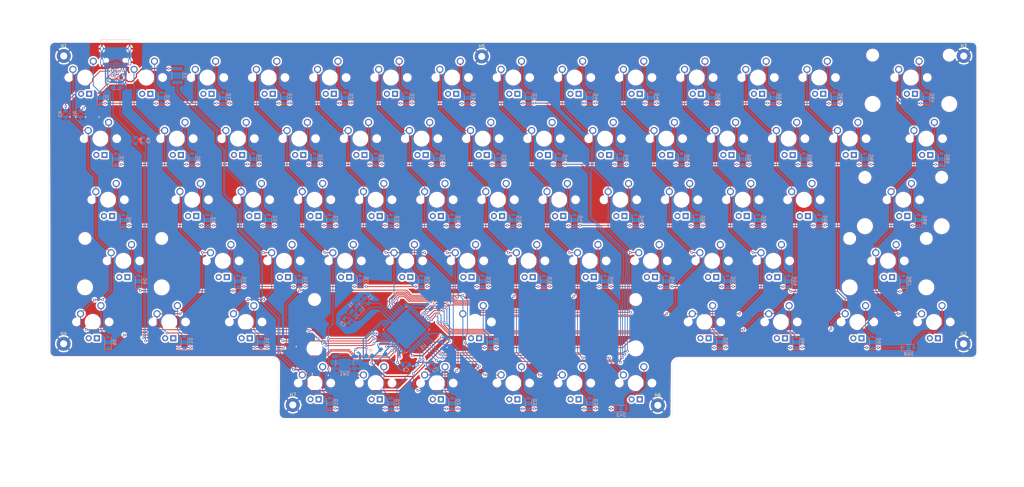
<source format=kicad_pcb>
(kicad_pcb (version 20171130) (host pcbnew "(5.1.9)-1")
  (layers (0 F.Cu signal) (31 B.Cu signal) (34 B.Paste user) (35 F.Paste user) (36 B.SilkS user) (37 F.SilkS user) (38 B.Mask user) (39 F.Mask user) (44 Edge.Cuts user))
  (net 0 "")
  (net 1 GND)
  (net 2 "Net-(C1-Pad1)")
  (net 3 "Net-(C2-Pad1)")
  (net 4 "Net-(C3-Pad1)")
  (net 5 +5V)
  (net 6 "Net-(D1-Pad3)")
  (net 7 "Net-(D1-Pad2)")
  (net 8 "Net-(D2-Pad2)")
  (net 9 ROW0)
  (net 10 "Net-(D3-Pad2)")
  (net 11 ROW1)
  (net 12 "Net-(D4-Pad2)")
  (net 13 ROW2)
  (net 14 "Net-(D5-Pad2)")
  (net 15 ROW3)
  (net 16 "Net-(D6-Pad2)")
  (net 17 ROW4)
  (net 18 "Net-(D7-Pad2)")
  (net 19 "Net-(D8-Pad2)")
  (net 20 "Net-(D9-Pad2)")
  (net 21 "Net-(D10-Pad2)")
  (net 22 "Net-(D11-Pad2)")
  (net 23 "Net-(D12-Pad2)")
  (net 24 "Net-(D13-Pad2)")
  (net 25 "Net-(D14-Pad2)")
  (net 26 "Net-(D15-Pad2)")
  (net 27 "Net-(D16-Pad2)")
  (net 28 "Net-(D17-Pad2)")
  (net 29 ROW5)
  (net 30 "Net-(D18-Pad2)")
  (net 31 "Net-(D19-Pad2)")
  (net 32 "Net-(D20-Pad2)")
  (net 33 "Net-(D21-Pad2)")
  (net 34 "Net-(D22-Pad2)")
  (net 35 "Net-(D23-Pad2)")
  (net 36 "Net-(D24-Pad2)")
  (net 37 "Net-(D25-Pad2)")
  (net 38 "Net-(D26-Pad2)")
  (net 39 "Net-(D27-Pad2)")
  (net 40 "Net-(D28-Pad2)")
  (net 41 "Net-(D29-Pad2)")
  (net 42 "Net-(D30-Pad2)")
  (net 43 "Net-(D31-Pad2)")
  (net 44 "Net-(D32-Pad2)")
  (net 45 "Net-(D33-Pad2)")
  (net 46 "Net-(D34-Pad2)")
  (net 47 "Net-(D35-Pad2)")
  (net 48 "Net-(D36-Pad2)")
  (net 49 "Net-(D37-Pad2)")
  (net 50 "Net-(D38-Pad2)")
  (net 51 "Net-(D39-Pad2)")
  (net 52 "Net-(D40-Pad2)")
  (net 53 "Net-(D41-Pad2)")
  (net 54 "Net-(D42-Pad2)")
  (net 55 "Net-(D43-Pad2)")
  (net 56 "Net-(D44-Pad2)")
  (net 57 "Net-(D45-Pad2)")
  (net 58 "Net-(D46-Pad2)")
  (net 59 "Net-(D47-Pad2)")
  (net 60 "Net-(D48-Pad2)")
  (net 61 "Net-(D49-Pad2)")
  (net 62 "Net-(D50-Pad2)")
  (net 63 "Net-(D51-Pad2)")
  (net 64 "Net-(D52-Pad2)")
  (net 65 "Net-(D53-Pad2)")
  (net 66 "Net-(D54-Pad2)")
  (net 67 "Net-(D55-Pad2)")
  (net 68 "Net-(D56-Pad2)")
  (net 69 "Net-(D57-Pad2)")
  (net 70 "Net-(D58-Pad2)")
  (net 71 "Net-(D59-Pad2)")
  (net 72 "Net-(D60-Pad2)")
  (net 73 "Net-(D61-Pad2)")
  (net 74 "Net-(D62-Pad2)")
  (net 75 "Net-(D63-Pad2)")
  (net 76 "Net-(D64-Pad2)")
  (net 77 "Net-(D65-Pad2)")
  (net 78 "Net-(D66-Pad2)")
  (net 79 "Net-(D67-Pad2)")
  (net 80 "Net-(D68-Pad2)")
  (net 81 VCC)
  (net 82 COL10)
  (net 83 COL9)
  (net 84 COL8)
  (net 85 COL1)
  (net 86 COL2)
  (net 87 COL3)
  (net 88 COL4)
  (net 89 COL5)
  (net 90 COL6)
  (net 91 COL7)
  (net 92 COL11)
  (net 93 COL12)
  (net 94 COL13)
  (net 95 COL0)
  (net 96 "Net-(J1-PadB5)")
  (net 97 "Net-(J1-PadA5)")
  (net 98 D-)
  (net 99 D+)
  (net 100 RESET)
  (net 101 "Net-(U1-Pad42)")
  (net 102 "Net-(U1-Pad33)")
  (net 103 "Net-(U1-Pad27)")
  (net 104 "Net-(U1-Pad26)")
  (net 105 "Net-(U1-Pad25)")
  (net 106 "Net-(U1-Pad12)")
  (net 107 "Net-(U1-Pad1)")
  (net 108 "Net-(J1-PadB8)")
  (net 109 "Net-(J1-PadA8)")
  (module Diode_SMD:D_SOD-123 (layer B.Cu) (at 271.272 133.35)
    (fp_text reference D68 (at 0 2) (layer B.SilkS) (effects (justify mirror)))
    (fp_text value D_Small)
    (pad 2 smd rect (at 1.65 0) (size 0.9 1.2) (layers B.Cu B.Paste B.Mask) (net 80 "Net-(D68-Pad2)"))
    (pad 1 smd rect (at -1.65 0) (size 0.9 1.2) (layers B.Cu B.Paste B.Mask) (net 17 ROW4))
  )
  (module MountingHole:MountingHole_2.2mm_M2_Pad (layer F.Cu) (at 79.502 151.257)
    (fp_text reference H7 (at 0 -3.2) (layer F.SilkS))
    (fp_text value MountingHole_Pad)
    (pad 1 thru_hole circle (at 0 0) (size 4.4 4.4) (drill 2.2) (layers *.Cu *.Mask) (net 1 GND))
  )
  (module MountingHole:MountingHole_2.2mm_M2_Pad (layer F.Cu) (at 193.167 151.384)
    (fp_text reference H6 (at 0 -3.2) (layer F.SilkS))
    (fp_text value MountingHole_Pad)
    (pad 1 thru_hole circle (at 0 0) (size 4.4 4.4) (drill 2.2) (layers *.Cu *.Mask) (net 1 GND))
  )
  (module MountingHole:MountingHole_2.2mm_M2_Pad (layer F.Cu) (at 138.3284 42.6212)
    (fp_text reference H5 (at 0 -3.2) (layer F.SilkS))
    (fp_text value MountingHole_Pad)
    (pad 1 thru_hole circle (at 0 0) (size 4.4 4.4) (drill 2.2) (layers *.Cu *.Mask) (net 1 GND))
  )
  (module MountingHole:MountingHole_2.2mm_M2_Pad (layer F.Cu) (at 8.128 132.1816)
    (fp_text reference H4 (at 0 -3.2) (layer F.SilkS))
    (fp_text value MountingHole_Pad)
    (pad 1 thru_hole circle (at 0 0) (size 4.4 4.4) (drill 2.2) (layers *.Cu *.Mask) (net 1 GND))
  )
  (module MountingHole:MountingHole_2.2mm_M2_Pad (layer F.Cu) (at 288.4424 42.4688)
    (fp_text reference H3 (at 0 -3.2) (layer F.SilkS))
    (fp_text value MountingHole_Pad)
    (pad 1 thru_hole circle (at 0 0) (size 4.4 4.4) (drill 2.2) (layers *.Cu *.Mask) (net 1 GND))
  )
  (module MountingHole:MountingHole_2.2mm_M2_Pad (layer F.Cu) (at 288.3916 132.207)
    (fp_text reference H2 (at 0 -3.2) (layer F.SilkS))
    (fp_text value MountingHole_Pad)
    (pad 1 thru_hole circle (at 0 0) (size 4.4 4.4) (drill 2.2) (layers *.Cu *.Mask) (net 1 GND))
  )
  (module MountingHole:MountingHole_2.2mm_M2_Pad (layer F.Cu) (at 8.1788 42.4688)
    (fp_text reference H1 (at 0 -3.2) (layer F.SilkS))
    (fp_text value MountingHole_Pad)
    (pad 1 thru_hole circle (at 0 0) (size 4.4 4.4) (drill 2.2) (layers *.Cu *.Mask) (net 1 GND))
  )
  (module MX_Only:MXOnly-6.25U (layer F.Cu) (at 136.271 125.3871)
    (fp_text reference Key_Space1)
    (fp_text value MX-NoLED)
    (pad "" np_thru_hole circle (at 49.9999 8.255) (size 3.9878 3.9878) (drill 3.9878) (layers *.Cu *.Mask))
    (pad "" np_thru_hole circle (at -49.9999 8.255) (size 3.9878 3.9878) (drill 3.9878) (layers *.Cu *.Mask))
    (pad "" np_thru_hole circle (at 49.9999 -6.985) (size 3.048 3.048) (drill 3.048) (layers *.Cu *.Mask))
    (pad "" np_thru_hole circle (at -49.9999 -6.985) (size 3.048 3.048) (drill 3.048) (layers *.Cu *.Mask))
    (pad "" np_thru_hole circle (at 5.08 0 48.0996) (size 1.75 1.75) (drill 1.75) (layers *.Cu *.Mask))
    (pad "" np_thru_hole circle (at -5.08 0 48.0996) (size 1.75 1.75) (drill 1.75) (layers *.Cu *.Mask))
    (pad 4 thru_hole rect (at 1.27 5.08) (size 1.905 1.905) (drill 1.04) (layers *.Cu B.Mask))
    (pad 3 thru_hole circle (at -1.27 5.08) (size 1.905 1.905) (drill 1.04) (layers *.Cu B.Mask))
    (pad 1 thru_hole circle (at -3.81 -2.54) (size 2.25 2.25) (drill 1.47) (layers *.Cu B.Mask) (net 89 COL5))
    (pad "" np_thru_hole circle (at 0 0) (size 3.9878 3.9878) (drill 3.9878) (layers *.Cu *.Mask))
    (pad 2 thru_hole circle (at 2.54 -5.08) (size 2.25 2.25) (drill 1.47) (layers *.Cu B.Mask) (net 44 "Net-(D32-Pad2)"))
  )
  (module MX_Only:MXOnly-1U (layer F.Cu) (at 33.87725 49.1871)
    (fp_text reference Key_1)
    (fp_text value MX-NoLED)
    (pad "" np_thru_hole circle (at 5.08 0 48.0996) (size 1.75 1.75) (drill 1.75) (layers *.Cu *.Mask))
    (pad "" np_thru_hole circle (at -5.08 0 48.0996) (size 1.75 1.75) (drill 1.75) (layers *.Cu *.Mask))
    (pad 4 thru_hole rect (at 1.27 5.08) (size 1.905 1.905) (drill 1.04) (layers *.Cu B.Mask))
    (pad 3 thru_hole circle (at -1.27 5.08) (size 1.905 1.905) (drill 1.04) (layers *.Cu B.Mask))
    (pad 1 thru_hole circle (at -3.81 -2.54) (size 2.25 2.25) (drill 1.47) (layers *.Cu B.Mask) (net 85 COL1))
    (pad "" np_thru_hole circle (at 0 0) (size 3.9878 3.9878) (drill 3.9878) (layers *.Cu *.Mask))
    (pad 2 thru_hole circle (at 2.54 -5.08) (size 2.25 2.25) (drill 1.47) (layers *.Cu B.Mask) (net 18 "Net-(D7-Pad2)"))
  )
  (module Package_TO_SOT_SMD:SOT-143 (layer B.Cu) (at 24.6175 51.4096 180)
    (fp_text reference D1 (at 0.02 2.38 180) (layer B.SilkS) (effects (justify mirror)))
    (fp_text value PRTR5V0U2X)
    (pad 4 smd rect (at 1.1 0.95 270) (size 1 1.4) (layers B.Cu B.Paste B.Mask) (net 81 VCC))
    (pad 3 smd rect (at 1.1 -0.95 270) (size 1 1.4) (layers B.Cu B.Paste B.Mask) (net 6 "Net-(D1-Pad3)"))
    (pad 2 smd rect (at -1.1 -0.95 270) (size 1 1.4) (layers B.Cu B.Paste B.Mask) (net 7 "Net-(D1-Pad2)"))
    (pad 1 smd rect (at -1.1 0.77 270) (size 1.2 1.4) (layers B.Cu B.Paste B.Mask) (net 1 GND))
  )
  (module MX_Only:MXOnly-1.5U (layer F.Cu) (at 276.76475 68.2371)
    (fp_text reference Key_|1)
    (fp_text value MX-NoLED)
    (pad "" np_thru_hole circle (at 5.08 0 48.0996) (size 1.75 1.75) (drill 1.75) (layers *.Cu *.Mask))
    (pad "" np_thru_hole circle (at -5.08 0 48.0996) (size 1.75 1.75) (drill 1.75) (layers *.Cu *.Mask))
    (pad 4 thru_hole rect (at 1.27 5.08) (size 1.905 1.905) (drill 1.04) (layers *.Cu B.Mask))
    (pad 3 thru_hole circle (at -1.27 5.08) (size 1.905 1.905) (drill 1.04) (layers *.Cu B.Mask))
    (pad 1 thru_hole circle (at -3.81 -2.54) (size 2.25 2.25) (drill 1.47) (layers *.Cu B.Mask) (net 94 COL13))
    (pad "" np_thru_hole circle (at 0 0) (size 3.9878 3.9878) (drill 3.9878) (layers *.Cu *.Mask))
    (pad 2 thru_hole circle (at 2.54 -5.08) (size 2.25 2.25) (drill 1.47) (layers *.Cu B.Mask) (net 77 "Net-(D65-Pad2)"))
  )
  (module Connector_USB:USB_C_Receptacle_HRO_TYPE-C-31-M-12 (layer B.Cu) (at 24.35225 41.2496)
    (fp_text reference J1 (at 0 5.645) (layer B.SilkS) (effects (justify mirror)))
    (fp_text value USB_C_Receptacle_USB2.0)
    (pad B1 smd rect (at 3.25 4.045) (size 0.6 1.45) (layers B.Cu B.Paste B.Mask) (net 1 GND))
    (pad A9 smd rect (at 2.45 4.045) (size 0.6 1.45) (layers B.Cu B.Paste B.Mask) (net 81 VCC))
    (pad B9 smd rect (at -2.45 4.045) (size 0.6 1.45) (layers B.Cu B.Paste B.Mask) (net 81 VCC))
    (pad B12 smd rect (at -3.25 4.045) (size 0.6 1.45) (layers B.Cu B.Paste B.Mask) (net 1 GND))
    (pad A1 smd rect (at -3.25 4.045) (size 0.6 1.45) (layers B.Cu B.Paste B.Mask) (net 1 GND))
    (pad A4 smd rect (at -2.45 4.045) (size 0.6 1.45) (layers B.Cu B.Paste B.Mask) (net 81 VCC))
    (pad B4 smd rect (at 2.45 4.045) (size 0.6 1.45) (layers B.Cu B.Paste B.Mask) (net 81 VCC))
    (pad A12 smd rect (at 3.25 4.045) (size 0.6 1.45) (layers B.Cu B.Paste B.Mask) (net 1 GND))
    (pad B8 smd rect (at -1.75 4.045) (size 0.3 1.45) (layers B.Cu B.Paste B.Mask) (net 108 "Net-(J1-PadB8)"))
    (pad A5 smd rect (at -1.25 4.045) (size 0.3 1.45) (layers B.Cu B.Paste B.Mask) (net 97 "Net-(J1-PadA5)"))
    (pad B7 smd rect (at -0.75 4.045) (size 0.3 1.45) (layers B.Cu B.Paste B.Mask) (net 7 "Net-(D1-Pad2)"))
    (pad A7 smd rect (at 0.25 4.045) (size 0.3 1.45) (layers B.Cu B.Paste B.Mask) (net 7 "Net-(D1-Pad2)"))
    (pad B6 smd rect (at 0.75 4.045) (size 0.3 1.45) (layers B.Cu B.Paste B.Mask) (net 6 "Net-(D1-Pad3)"))
    (pad A8 smd rect (at 1.25 4.045) (size 0.3 1.45) (layers B.Cu B.Paste B.Mask) (net 109 "Net-(J1-PadA8)"))
    (pad B5 smd rect (at 1.75 4.045) (size 0.3 1.45) (layers B.Cu B.Paste B.Mask) (net 96 "Net-(J1-PadB5)"))
    (pad A6 smd rect (at -0.25 4.045) (size 0.3 1.45) (layers B.Cu B.Paste B.Mask) (net 6 "Net-(D1-Pad3)"))
    (pad S1 thru_hole oval (at 4.32 3.13) (size 1 2.1) (drill oval 0.6 1.7) (layers *.Cu *.Mask) (net 1 GND))
    (pad S1 thru_hole oval (at -4.32 3.13) (size 1 2.1) (drill oval 0.6 1.7) (layers *.Cu *.Mask) (net 1 GND))
    (pad "" np_thru_hole circle (at -2.89 2.6) (size 0.65 0.65) (drill 0.65) (layers *.Cu *.Mask))
    (pad S1 thru_hole oval (at -4.32 -1.05) (size 1 1.6) (drill oval 0.6 1.2) (layers *.Cu *.Mask) (net 1 GND))
    (pad "" np_thru_hole circle (at 2.89 2.6) (size 0.65 0.65) (drill 0.65) (layers *.Cu *.Mask))
    (pad S1 thru_hole oval (at 4.32 -1.05) (size 1 1.6) (drill oval 0.6 1.2) (layers *.Cu *.Mask) (net 1 GND))
  )
  (module Crystal:Crystal_SMD_3225-4Pin_3.2x2.5mm (layer B.Cu) (at 99.32035 121.793 225)
    (fp_text reference Y1 (at 0 2.450001 225) (layer B.SilkS) (effects (justify mirror)))
    (fp_text value Crystal_GND24_Small)
    (pad 4 smd rect (at -1.1 0.85 225) (size 1.4 1.2) (layers B.Cu B.Paste B.Mask) (net 1 GND))
    (pad 3 smd rect (at 1.1 0.85 225) (size 1.4 1.2) (layers B.Cu B.Paste B.Mask) (net 3 "Net-(C2-Pad1)"))
    (pad 2 smd rect (at 1.1 -0.85 225) (size 1.4 1.2) (layers B.Cu B.Paste B.Mask) (net 1 GND))
    (pad 1 smd rect (at -1.1 -0.85 225) (size 1.4 1.2) (layers B.Cu B.Paste B.Mask) (net 2 "Net-(C1-Pad1)"))
  )
  (module Package_QFP:TQFP-44_10x10mm_P0.8mm (layer B.Cu) (at 114.83975 127.76835 45)
    (fp_text reference U1 (at 0 7.45 45) (layer B.SilkS) (effects (justify mirror)))
    (fp_text value ATmega32U4-AU)
    (pad 44 smd rect (at -4 5.7 315) (size 1.5 0.55) (layers B.Cu B.Paste B.Mask) (net 5 +5V))
    (pad 43 smd rect (at -3.2 5.7 315) (size 1.5 0.55) (layers B.Cu B.Paste B.Mask) (net 1 GND))
    (pad 42 smd rect (at -2.4 5.7 315) (size 1.5 0.55) (layers B.Cu B.Paste B.Mask) (net 101 "Net-(U1-Pad42)"))
    (pad 41 smd rect (at -1.6 5.7 315) (size 1.5 0.55) (layers B.Cu B.Paste B.Mask) (net 29 ROW5))
    (pad 40 smd rect (at -0.8 5.7 315) (size 1.5 0.55) (layers B.Cu B.Paste B.Mask) (net 17 ROW4))
    (pad 39 smd rect (at 0 5.7 315) (size 1.5 0.55) (layers B.Cu B.Paste B.Mask) (net 15 ROW3))
    (pad 38 smd rect (at 0.8 5.7 315) (size 1.5 0.55) (layers B.Cu B.Paste B.Mask) (net 13 ROW2))
    (pad 37 smd rect (at 1.6 5.7 315) (size 1.5 0.55) (layers B.Cu B.Paste B.Mask) (net 11 ROW1))
    (pad 36 smd rect (at 2.4 5.7 315) (size 1.5 0.55) (layers B.Cu B.Paste B.Mask) (net 9 ROW0))
    (pad 35 smd rect (at 3.2 5.7 315) (size 1.5 0.55) (layers B.Cu B.Paste B.Mask) (net 1 GND))
    (pad 34 smd rect (at 4 5.7 315) (size 1.5 0.55) (layers B.Cu B.Paste B.Mask) (net 5 +5V))
    (pad 33 smd rect (at 5.7 4 45) (size 1.5 0.55) (layers B.Cu B.Paste B.Mask) (net 102 "Net-(U1-Pad33)"))
    (pad 32 smd rect (at 5.7 3.2 45) (size 1.5 0.55) (layers B.Cu B.Paste B.Mask) (net 94 COL13))
    (pad 31 smd rect (at 5.7 2.4 45) (size 1.5 0.55) (layers B.Cu B.Paste B.Mask) (net 93 COL12))
    (pad 30 smd rect (at 5.7 1.6 45) (size 1.5 0.55) (layers B.Cu B.Paste B.Mask) (net 92 COL11))
    (pad 29 smd rect (at 5.7 0.8 45) (size 1.5 0.55) (layers B.Cu B.Paste B.Mask) (net 82 COL10))
    (pad 28 smd rect (at 5.7 0 45) (size 1.5 0.55) (layers B.Cu B.Paste B.Mask) (net 83 COL9))
    (pad 27 smd rect (at 5.7 -0.8 45) (size 1.5 0.55) (layers B.Cu B.Paste B.Mask) (net 103 "Net-(U1-Pad27)"))
    (pad 26 smd rect (at 5.7 -1.6 45) (size 1.5 0.55) (layers B.Cu B.Paste B.Mask) (net 104 "Net-(U1-Pad26)"))
    (pad 25 smd rect (at 5.7 -2.4 45) (size 1.5 0.55) (layers B.Cu B.Paste B.Mask) (net 105 "Net-(U1-Pad25)"))
    (pad 24 smd rect (at 5.7 -3.2 45) (size 1.5 0.55) (layers B.Cu B.Paste B.Mask) (net 5 +5V))
    (pad 23 smd rect (at 5.7 -4 45) (size 1.5 0.55) (layers B.Cu B.Paste B.Mask) (net 1 GND))
    (pad 22 smd rect (at 4 -5.7 315) (size 1.5 0.55) (layers B.Cu B.Paste B.Mask) (net 84 COL8))
    (pad 21 smd rect (at 3.2 -5.7 315) (size 1.5 0.55) (layers B.Cu B.Paste B.Mask) (net 91 COL7))
    (pad 20 smd rect (at 2.4 -5.7 315) (size 1.5 0.55) (layers B.Cu B.Paste B.Mask) (net 90 COL6))
    (pad 19 smd rect (at 1.6 -5.7 315) (size 1.5 0.55) (layers B.Cu B.Paste B.Mask) (net 89 COL5))
    (pad 18 smd rect (at 0.8 -5.7 315) (size 1.5 0.55) (layers B.Cu B.Paste B.Mask) (net 88 COL4))
    (pad 17 smd rect (at 0 -5.7 315) (size 1.5 0.55) (layers B.Cu B.Paste B.Mask) (net 2 "Net-(C1-Pad1)"))
    (pad 16 smd rect (at -0.8 -5.7 315) (size 1.5 0.55) (layers B.Cu B.Paste B.Mask) (net 3 "Net-(C2-Pad1)"))
    (pad 15 smd rect (at -1.6 -5.7 315) (size 1.5 0.55) (layers B.Cu B.Paste B.Mask) (net 1 GND))
    (pad 14 smd rect (at -2.4 -5.7 315) (size 1.5 0.55) (layers B.Cu B.Paste B.Mask) (net 5 +5V))
    (pad 13 smd rect (at -3.2 -5.7 315) (size 1.5 0.55) (layers B.Cu B.Paste B.Mask) (net 100 RESET))
    (pad 12 smd rect (at -4 -5.7 315) (size 1.5 0.55) (layers B.Cu B.Paste B.Mask) (net 106 "Net-(U1-Pad12)"))
    (pad 11 smd rect (at -5.7 -4 45) (size 1.5 0.55) (layers B.Cu B.Paste B.Mask) (net 87 COL3))
    (pad 10 smd rect (at -5.7 -3.2 45) (size 1.5 0.55) (layers B.Cu B.Paste B.Mask) (net 86 COL2))
    (pad 9 smd rect (at -5.7 -2.4 45) (size 1.5 0.55) (layers B.Cu B.Paste B.Mask) (net 85 COL1))
    (pad 8 smd rect (at -5.7 -1.6 45) (size 1.5 0.55) (layers B.Cu B.Paste B.Mask) (net 95 COL0))
    (pad 7 smd rect (at -5.7 -0.8 45) (size 1.5 0.55) (layers B.Cu B.Paste B.Mask) (net 5 +5V))
    (pad 6 smd rect (at -5.7 0 45) (size 1.5 0.55) (layers B.Cu B.Paste B.Mask) (net 4 "Net-(C3-Pad1)"))
    (pad 5 smd rect (at -5.7 0.8 45) (size 1.5 0.55) (layers B.Cu B.Paste B.Mask) (net 1 GND))
    (pad 4 smd rect (at -5.7 1.6 45) (size 1.5 0.55) (layers B.Cu B.Paste B.Mask) (net 99 D+))
    (pad 3 smd rect (at -5.7 2.4 45) (size 1.5 0.55) (layers B.Cu B.Paste B.Mask) (net 98 D-))
    (pad 2 smd rect (at -5.7 3.2 45) (size 1.5 0.55) (layers B.Cu B.Paste B.Mask) (net 5 +5V))
    (pad 1 smd rect (at -5.7 4 45) (size 1.5 0.55) (layers B.Cu B.Paste B.Mask) (net 107 "Net-(U1-Pad1)"))
  )
  (module Button_Switch_SMD:SW_SPST_SKQG_WithoutStem (layer B.Cu) (at 95.631 138.0236)
    (fp_text reference SW1 (at 0 3.6) (layer B.SilkS) (effects (justify mirror)))
    (fp_text value SW_Push)
    (pad 2 smd rect (at 3.1 -1.85) (size 1.8 1.1) (layers B.Cu B.Paste B.Mask) (net 100 RESET))
    (pad 2 smd rect (at -3.1 -1.85) (size 1.8 1.1) (layers B.Cu B.Paste B.Mask) (net 100 RESET))
    (pad 1 smd rect (at 3.1 1.85) (size 1.8 1.1) (layers B.Cu B.Paste B.Mask) (net 1 GND))
    (pad 1 smd rect (at -3.1 1.85) (size 1.8 1.1) (layers B.Cu B.Paste B.Mask) (net 1 GND))
  )
  (module Resistor_SMD:R_0805_2012Metric (layer B.Cu) (at 103.2745 135.9916 180)
    (fp_text reference R5 (at 0 1.65) (layer B.SilkS) (effects (justify mirror)))
    (fp_text value 10k)
    (pad 2 smd roundrect (at 0.9125 0 180) (size 1.025 1.4) (layers B.Cu B.Paste B.Mask) (roundrect_rratio 0.243902) (net 100 RESET))
    (pad 1 smd roundrect (at -0.9125 0 180) (size 1.025 1.4) (layers B.Cu B.Paste B.Mask) (roundrect_rratio 0.243902) (net 5 +5V))
  )
  (module Resistor_SMD:R_0805_2012Metric (layer B.Cu) (at 30.48 68.8321 90)
    (fp_text reference R4 (at 0 1.65 90) (layer B.SilkS) (effects (justify mirror)))
    (fp_text value 22)
    (pad 2 smd roundrect (at 0.9125 0 90) (size 1.025 1.4) (layers B.Cu B.Paste B.Mask) (roundrect_rratio 0.243902) (net 6 "Net-(D1-Pad3)"))
    (pad 1 smd roundrect (at -0.9125 0 90) (size 1.025 1.4) (layers B.Cu B.Paste B.Mask) (roundrect_rratio 0.243902) (net 99 D+))
  )
  (module Resistor_SMD:R_0805_2012Metric (layer B.Cu) (at 32.893 68.7851 90)
    (fp_text reference R3 (at 0 1.65 90) (layer B.SilkS) (effects (justify mirror)))
    (fp_text value 22)
    (pad 2 smd roundrect (at 0.9125 0 90) (size 1.025 1.4) (layers B.Cu B.Paste B.Mask) (roundrect_rratio 0.243902) (net 7 "Net-(D1-Pad2)"))
    (pad 1 smd roundrect (at -0.9125 0 90) (size 1.025 1.4) (layers B.Cu B.Paste B.Mask) (roundrect_rratio 0.243902) (net 98 D-))
  )
  (module Resistor_SMD:R_0805_2012Metric (layer B.Cu) (at 8.763 60.5536 270)
    (fp_text reference R2 (at 0 1.65 270) (layer B.SilkS) (effects (justify mirror)))
    (fp_text value 5.1k)
    (pad 2 smd roundrect (at 0.9125 0 270) (size 1.025 1.4) (layers B.Cu B.Paste B.Mask) (roundrect_rratio 0.243902) (net 1 GND))
    (pad 1 smd roundrect (at -0.9125 0 270) (size 1.025 1.4) (layers B.Cu B.Paste B.Mask) (roundrect_rratio 0.243902) (net 97 "Net-(J1-PadA5)"))
  )
  (module Resistor_SMD:R_0805_2012Metric (layer B.Cu) (at 13.3985 60.5536 270)
    (fp_text reference R1 (at 0 1.65 90) (layer B.SilkS) (effects (justify mirror)))
    (fp_text value 5.1k)
    (pad 2 smd roundrect (at 0.9125 0 270) (size 1.025 1.4) (layers B.Cu B.Paste B.Mask) (roundrect_rratio 0.243902) (net 1 GND))
    (pad 1 smd roundrect (at -0.9125 0 270) (size 1.025 1.4) (layers B.Cu B.Paste B.Mask) (roundrect_rratio 0.243902) (net 96 "Net-(J1-PadB5)"))
  )
  (module MX_Only:MXOnly-1U (layer F.Cu) (at 252.95225 68.2371)
    (fp_text reference Key_}1)
    (fp_text value MX-NoLED)
    (pad "" np_thru_hole circle (at 5.08 0 48.0996) (size 1.75 1.75) (drill 1.75) (layers *.Cu *.Mask))
    (pad "" np_thru_hole circle (at -5.08 0 48.0996) (size 1.75 1.75) (drill 1.75) (layers *.Cu *.Mask))
    (pad 4 thru_hole rect (at 1.27 5.08) (size 1.905 1.905) (drill 1.04) (layers *.Cu B.Mask))
    (pad 3 thru_hole circle (at -1.27 5.08) (size 1.905 1.905) (drill 1.04) (layers *.Cu B.Mask))
    (pad 1 thru_hole circle (at -3.81 -2.54) (size 2.25 2.25) (drill 1.47) (layers *.Cu B.Mask) (net 93 COL12))
    (pad "" np_thru_hole circle (at 0 0) (size 3.9878 3.9878) (drill 3.9878) (layers *.Cu *.Mask))
    (pad 2 thru_hole circle (at 2.54 -5.08) (size 2.25 2.25) (drill 1.47) (layers *.Cu B.Mask) (net 74 "Net-(D62-Pad2)"))
  )
  (module MX_Only:MXOnly-1U (layer F.Cu) (at 57.68975 106.3371)
    (fp_text reference Key_Z1)
    (fp_text value MX-NoLED)
    (pad "" np_thru_hole circle (at 5.08 0 48.0996) (size 1.75 1.75) (drill 1.75) (layers *.Cu *.Mask))
    (pad "" np_thru_hole circle (at -5.08 0 48.0996) (size 1.75 1.75) (drill 1.75) (layers *.Cu *.Mask))
    (pad 4 thru_hole rect (at 1.27 5.08) (size 1.905 1.905) (drill 1.04) (layers *.Cu B.Mask))
    (pad 3 thru_hole circle (at -1.27 5.08) (size 1.905 1.905) (drill 1.04) (layers *.Cu B.Mask))
    (pad 1 thru_hole circle (at -3.81 -2.54) (size 2.25 2.25) (drill 1.47) (layers *.Cu B.Mask) (net 85 COL1))
    (pad "" np_thru_hole circle (at 0 0) (size 3.9878 3.9878) (drill 3.9878) (layers *.Cu *.Mask))
    (pad 2 thru_hole circle (at 2.54 -5.08) (size 2.25 2.25) (drill 1.47) (layers *.Cu B.Mask) (net 21 "Net-(D10-Pad2)"))
  )
  (module MX_Only:MXOnly-1U (layer F.Cu) (at 138.65225 68.2371)
    (fp_text reference Key_Y1)
    (fp_text value MX-NoLED)
    (pad "" np_thru_hole circle (at 5.08 0 48.0996) (size 1.75 1.75) (drill 1.75) (layers *.Cu *.Mask))
    (pad "" np_thru_hole circle (at -5.08 0 48.0996) (size 1.75 1.75) (drill 1.75) (layers *.Cu *.Mask))
    (pad 4 thru_hole rect (at 1.27 5.08) (size 1.905 1.905) (drill 1.04) (layers *.Cu B.Mask))
    (pad 3 thru_hole circle (at -1.27 5.08) (size 1.905 1.905) (drill 1.04) (layers *.Cu B.Mask))
    (pad 1 thru_hole circle (at -3.81 -2.54) (size 2.25 2.25) (drill 1.47) (layers *.Cu B.Mask) (net 90 COL6))
    (pad "" np_thru_hole circle (at 0 0) (size 3.9878 3.9878) (drill 3.9878) (layers *.Cu *.Mask))
    (pad 2 thru_hole circle (at 2.54 -5.08) (size 2.25 2.25) (drill 1.47) (layers *.Cu B.Mask) (net 47 "Net-(D35-Pad2)"))
  )
  (module MX_Only:MXOnly-1U (layer F.Cu) (at 76.73975 106.3371)
    (fp_text reference Key_X1)
    (fp_text value MX-NoLED)
    (pad "" np_thru_hole circle (at 5.08 0 48.0996) (size 1.75 1.75) (drill 1.75) (layers *.Cu *.Mask))
    (pad "" np_thru_hole circle (at -5.08 0 48.0996) (size 1.75 1.75) (drill 1.75) (layers *.Cu *.Mask))
    (pad 4 thru_hole rect (at 1.27 5.08) (size 1.905 1.905) (drill 1.04) (layers *.Cu B.Mask))
    (pad 3 thru_hole circle (at -1.27 5.08) (size 1.905 1.905) (drill 1.04) (layers *.Cu B.Mask))
    (pad 1 thru_hole circle (at -3.81 -2.54) (size 2.25 2.25) (drill 1.47) (layers *.Cu B.Mask) (net 86 COL2))
    (pad "" np_thru_hole circle (at 0 0) (size 3.9878 3.9878) (drill 3.9878) (layers *.Cu *.Mask))
    (pad 2 thru_hole circle (at 2.54 -5.08) (size 2.25 2.25) (drill 1.47) (layers *.Cu B.Mask) (net 26 "Net-(D15-Pad2)"))
  )
  (module MX_Only:MXOnly-1U (layer F.Cu) (at 62.45225 68.2371)
    (fp_text reference Key_W1)
    (fp_text value MX-NoLED)
    (pad "" np_thru_hole circle (at 5.08 0 48.0996) (size 1.75 1.75) (drill 1.75) (layers *.Cu *.Mask))
    (pad "" np_thru_hole circle (at -5.08 0 48.0996) (size 1.75 1.75) (drill 1.75) (layers *.Cu *.Mask))
    (pad 4 thru_hole rect (at 1.27 5.08) (size 1.905 1.905) (drill 1.04) (layers *.Cu B.Mask))
    (pad 3 thru_hole circle (at -1.27 5.08) (size 1.905 1.905) (drill 1.04) (layers *.Cu B.Mask))
    (pad 1 thru_hole circle (at -3.81 -2.54) (size 2.25 2.25) (drill 1.47) (layers *.Cu B.Mask) (net 86 COL2))
    (pad "" np_thru_hole circle (at 0 0) (size 3.9878 3.9878) (drill 3.9878) (layers *.Cu *.Mask))
    (pad 2 thru_hole circle (at 2.54 -5.08) (size 2.25 2.25) (drill 1.47) (layers *.Cu B.Mask) (net 24 "Net-(D13-Pad2)"))
  )
  (module MX_Only:MXOnly-1U (layer F.Cu) (at 114.83975 106.3371)
    (fp_text reference Key_V1)
    (fp_text value MX-NoLED)
    (pad "" np_thru_hole circle (at 5.08 0 48.0996) (size 1.75 1.75) (drill 1.75) (layers *.Cu *.Mask))
    (pad "" np_thru_hole circle (at -5.08 0 48.0996) (size 1.75 1.75) (drill 1.75) (layers *.Cu *.Mask))
    (pad 4 thru_hole rect (at 1.27 5.08) (size 1.905 1.905) (drill 1.04) (layers *.Cu B.Mask))
    (pad 3 thru_hole circle (at -1.27 5.08) (size 1.905 1.905) (drill 1.04) (layers *.Cu B.Mask))
    (pad 1 thru_hole circle (at -3.81 -2.54) (size 2.25 2.25) (drill 1.47) (layers *.Cu B.Mask) (net 88 COL4))
    (pad "" np_thru_hole circle (at 0 0) (size 3.9878 3.9878) (drill 3.9878) (layers *.Cu *.Mask))
    (pad 2 thru_hole circle (at 2.54 -5.08) (size 2.25 2.25) (drill 1.47) (layers *.Cu B.Mask) (net 38 "Net-(D26-Pad2)"))
  )
  (module MX_Only:MXOnly-1U (layer F.Cu) (at 157.70225 68.2371)
    (fp_text reference Key_U1)
    (fp_text value MX-NoLED)
    (pad "" np_thru_hole circle (at 5.08 0 48.0996) (size 1.75 1.75) (drill 1.75) (layers *.Cu *.Mask))
    (pad "" np_thru_hole circle (at -5.08 0 48.0996) (size 1.75 1.75) (drill 1.75) (layers *.Cu *.Mask))
    (pad 4 thru_hole rect (at 1.27 5.08) (size 1.905 1.905) (drill 1.04) (layers *.Cu B.Mask))
    (pad 3 thru_hole circle (at -1.27 5.08) (size 1.905 1.905) (drill 1.04) (layers *.Cu B.Mask))
    (pad 1 thru_hole circle (at -3.81 -2.54) (size 2.25 2.25) (drill 1.47) (layers *.Cu B.Mask) (net 91 COL7))
    (pad "" np_thru_hole circle (at 0 0) (size 3.9878 3.9878) (drill 3.9878) (layers *.Cu *.Mask))
    (pad 2 thru_hole circle (at 2.54 -5.08) (size 2.25 2.25) (drill 1.47) (layers *.Cu B.Mask) (net 52 "Net-(D40-Pad2)"))
  )
  (module MX_Only:MXOnly-1.5U (layer F.Cu) (at 19.58975 68.2371)
    (fp_text reference Key_Tab1)
    (fp_text value MX-NoLED)
    (pad "" np_thru_hole circle (at 5.08 0 48.0996) (size 1.75 1.75) (drill 1.75) (layers *.Cu *.Mask))
    (pad "" np_thru_hole circle (at -5.08 0 48.0996) (size 1.75 1.75) (drill 1.75) (layers *.Cu *.Mask))
    (pad 4 thru_hole rect (at 1.27 5.08) (size 1.905 1.905) (drill 1.04) (layers *.Cu B.Mask))
    (pad 3 thru_hole circle (at -1.27 5.08) (size 1.905 1.905) (drill 1.04) (layers *.Cu B.Mask))
    (pad 1 thru_hole circle (at -3.81 -2.54) (size 2.25 2.25) (drill 1.47) (layers *.Cu B.Mask) (net 95 COL0))
    (pad "" np_thru_hole circle (at 0 0) (size 3.9878 3.9878) (drill 3.9878) (layers *.Cu *.Mask))
    (pad 2 thru_hole circle (at 2.54 -5.08) (size 2.25 2.25) (drill 1.47) (layers *.Cu B.Mask) (net 10 "Net-(D3-Pad2)"))
  )
  (module MX_Only:MXOnly-1U (layer F.Cu) (at 119.60225 68.2371)
    (fp_text reference Key_T1)
    (fp_text value MX-NoLED)
    (pad "" np_thru_hole circle (at 5.08 0 48.0996) (size 1.75 1.75) (drill 1.75) (layers *.Cu *.Mask))
    (pad "" np_thru_hole circle (at -5.08 0 48.0996) (size 1.75 1.75) (drill 1.75) (layers *.Cu *.Mask))
    (pad 4 thru_hole rect (at 1.27 5.08) (size 1.905 1.905) (drill 1.04) (layers *.Cu B.Mask))
    (pad 3 thru_hole circle (at -1.27 5.08) (size 1.905 1.905) (drill 1.04) (layers *.Cu B.Mask))
    (pad 1 thru_hole circle (at -3.81 -2.54) (size 2.25 2.25) (drill 1.47) (layers *.Cu B.Mask) (net 89 COL5))
    (pad "" np_thru_hole circle (at 0 0) (size 3.9878 3.9878) (drill 3.9878) (layers *.Cu *.Mask))
    (pad 2 thru_hole circle (at 2.54 -5.08) (size 2.25 2.25) (drill 1.47) (layers *.Cu B.Mask) (net 41 "Net-(D29-Pad2)"))
  )
  (module MX_Only:MXOnly-1U (layer F.Cu) (at 67.21475 87.2871)
    (fp_text reference Key_S1)
    (fp_text value MX-NoLED)
    (pad "" np_thru_hole circle (at 5.08 0 48.0996) (size 1.75 1.75) (drill 1.75) (layers *.Cu *.Mask))
    (pad "" np_thru_hole circle (at -5.08 0 48.0996) (size 1.75 1.75) (drill 1.75) (layers *.Cu *.Mask))
    (pad 4 thru_hole rect (at 1.27 5.08) (size 1.905 1.905) (drill 1.04) (layers *.Cu B.Mask))
    (pad 3 thru_hole circle (at -1.27 5.08) (size 1.905 1.905) (drill 1.04) (layers *.Cu B.Mask))
    (pad 1 thru_hole circle (at -3.81 -2.54) (size 2.25 2.25) (drill 1.47) (layers *.Cu B.Mask) (net 86 COL2))
    (pad "" np_thru_hole circle (at 0 0) (size 3.9878 3.9878) (drill 3.9878) (layers *.Cu *.Mask))
    (pad 2 thru_hole circle (at 2.54 -5.08) (size 2.25 2.25) (drill 1.47) (layers *.Cu B.Mask) (net 25 "Net-(D14-Pad2)"))
  )
  (module MX_Only:MXOnly-1.25U (layer F.Cu) (at 231.521 125.3871)
    (fp_text reference Key_RWin1)
    (fp_text value MX-NoLED)
    (pad "" np_thru_hole circle (at 5.08 0 48.0996) (size 1.75 1.75) (drill 1.75) (layers *.Cu *.Mask))
    (pad "" np_thru_hole circle (at -5.08 0 48.0996) (size 1.75 1.75) (drill 1.75) (layers *.Cu *.Mask))
    (pad 4 thru_hole rect (at 1.27 5.08) (size 1.905 1.905) (drill 1.04) (layers *.Cu B.Mask))
    (pad 3 thru_hole circle (at -1.27 5.08) (size 1.905 1.905) (drill 1.04) (layers *.Cu B.Mask))
    (pad 1 thru_hole circle (at -3.81 -2.54) (size 2.25 2.25) (drill 1.47) (layers *.Cu B.Mask) (net 92 COL11))
    (pad "" np_thru_hole circle (at 0 0) (size 3.9878 3.9878) (drill 3.9878) (layers *.Cu *.Mask))
    (pad 2 thru_hole circle (at 2.54 -5.08) (size 2.25 2.25) (drill 1.47) (layers *.Cu B.Mask) (net 72 "Net-(D60-Pad2)"))
  )
  (module MX_Only:MXOnly-2.75U (layer F.Cu) (at 264.8585 106.3371)
    (fp_text reference Key_RShift1)
    (fp_text value MX-NoLED)
    (pad "" np_thru_hole circle (at 11.938 8.255) (size 3.9878 3.9878) (drill 3.9878) (layers *.Cu *.Mask))
    (pad "" np_thru_hole circle (at -11.938 8.255) (size 3.9878 3.9878) (drill 3.9878) (layers *.Cu *.Mask))
    (pad "" np_thru_hole circle (at 11.938 -6.985) (size 3.048 3.048) (drill 3.048) (layers *.Cu *.Mask))
    (pad "" np_thru_hole circle (at -11.938 -6.985) (size 3.048 3.048) (drill 3.048) (layers *.Cu *.Mask))
    (pad "" np_thru_hole circle (at 5.08 0 48.0996) (size 1.75 1.75) (drill 1.75) (layers *.Cu *.Mask))
    (pad "" np_thru_hole circle (at -5.08 0 48.0996) (size 1.75 1.75) (drill 1.75) (layers *.Cu *.Mask))
    (pad 4 thru_hole rect (at 1.27 5.08) (size 1.905 1.905) (drill 1.04) (layers *.Cu B.Mask))
    (pad 3 thru_hole circle (at -1.27 5.08) (size 1.905 1.905) (drill 1.04) (layers *.Cu B.Mask))
    (pad 1 thru_hole circle (at -3.81 -2.54) (size 2.25 2.25) (drill 1.47) (layers *.Cu B.Mask) (net 94 COL13))
    (pad "" np_thru_hole circle (at 0 0) (size 3.9878 3.9878) (drill 3.9878) (layers *.Cu *.Mask))
    (pad 2 thru_hole circle (at 2.54 -5.08) (size 2.25 2.25) (drill 1.47) (layers *.Cu B.Mask) (net 79 "Net-(D67-Pad2)"))
  )
  (module MX_Only:MXOnly-1.25U (layer F.Cu) (at 255.3335 125.3871)
    (fp_text reference Key_RMenu1)
    (fp_text value MX-NoLED)
    (pad "" np_thru_hole circle (at 5.08 0 48.0996) (size 1.75 1.75) (drill 1.75) (layers *.Cu *.Mask))
    (pad "" np_thru_hole circle (at -5.08 0 48.0996) (size 1.75 1.75) (drill 1.75) (layers *.Cu *.Mask))
    (pad 4 thru_hole rect (at 1.27 5.08) (size 1.905 1.905) (drill 1.04) (layers *.Cu B.Mask))
    (pad 3 thru_hole circle (at -1.27 5.08) (size 1.905 1.905) (drill 1.04) (layers *.Cu B.Mask))
    (pad 1 thru_hole circle (at -3.81 -2.54) (size 2.25 2.25) (drill 1.47) (layers *.Cu B.Mask) (net 93 COL12))
    (pad "" np_thru_hole circle (at 0 0) (size 3.9878 3.9878) (drill 3.9878) (layers *.Cu *.Mask))
    (pad 2 thru_hole circle (at 2.54 -5.08) (size 2.25 2.25) (drill 1.47) (layers *.Cu B.Mask) (net 75 "Net-(D63-Pad2)"))
  )
  (module MX_Only:MXOnly-1.25U (layer F.Cu) (at 279.146 125.3871)
    (fp_text reference Key_RCtrl1)
    (fp_text value MX-NoLED)
    (pad "" np_thru_hole circle (at 5.08 0 48.0996) (size 1.75 1.75) (drill 1.75) (layers *.Cu *.Mask))
    (pad "" np_thru_hole circle (at -5.08 0 48.0996) (size 1.75 1.75) (drill 1.75) (layers *.Cu *.Mask))
    (pad 4 thru_hole rect (at 1.27 5.08) (size 1.905 1.905) (drill 1.04) (layers *.Cu B.Mask))
    (pad 3 thru_hole circle (at -1.27 5.08) (size 1.905 1.905) (drill 1.04) (layers *.Cu B.Mask))
    (pad 1 thru_hole circle (at -3.81 -2.54) (size 2.25 2.25) (drill 1.47) (layers *.Cu B.Mask) (net 94 COL13))
    (pad "" np_thru_hole circle (at 0 0) (size 3.9878 3.9878) (drill 3.9878) (layers *.Cu *.Mask))
    (pad 2 thru_hole circle (at 2.54 -5.08) (size 2.25 2.25) (drill 1.47) (layers *.Cu B.Mask) (net 80 "Net-(D68-Pad2)"))
  )
  (module MX_Only:MXOnly-1.25U (layer F.Cu) (at 207.7085 125.3871)
    (fp_text reference Key_RAlt1)
    (fp_text value MX-NoLED)
    (pad "" np_thru_hole circle (at 5.08 0 48.0996) (size 1.75 1.75) (drill 1.75) (layers *.Cu *.Mask))
    (pad "" np_thru_hole circle (at -5.08 0 48.0996) (size 1.75 1.75) (drill 1.75) (layers *.Cu *.Mask))
    (pad 4 thru_hole rect (at 1.27 5.08) (size 1.905 1.905) (drill 1.04) (layers *.Cu B.Mask))
    (pad 3 thru_hole circle (at -1.27 5.08) (size 1.905 1.905) (drill 1.04) (layers *.Cu B.Mask))
    (pad 1 thru_hole circle (at -3.81 -2.54) (size 2.25 2.25) (drill 1.47) (layers *.Cu B.Mask) (net 82 COL10))
    (pad "" np_thru_hole circle (at 0 0) (size 3.9878 3.9878) (drill 3.9878) (layers *.Cu *.Mask))
    (pad 2 thru_hole circle (at 2.54 -5.08) (size 2.25 2.25) (drill 1.47) (layers *.Cu B.Mask) (net 68 "Net-(D56-Pad2)"))
  )
  (module MX_Only:MXOnly-1U (layer F.Cu) (at 100.55225 68.2371)
    (fp_text reference Key_R1)
    (fp_text value MX-NoLED)
    (pad "" np_thru_hole circle (at 5.08 0 48.0996) (size 1.75 1.75) (drill 1.75) (layers *.Cu *.Mask))
    (pad "" np_thru_hole circle (at -5.08 0 48.0996) (size 1.75 1.75) (drill 1.75) (layers *.Cu *.Mask))
    (pad 4 thru_hole rect (at 1.27 5.08) (size 1.905 1.905) (drill 1.04) (layers *.Cu B.Mask))
    (pad 3 thru_hole circle (at -1.27 5.08) (size 1.905 1.905) (drill 1.04) (layers *.Cu B.Mask))
    (pad 1 thru_hole circle (at -3.81 -2.54) (size 2.25 2.25) (drill 1.47) (layers *.Cu B.Mask) (net 88 COL4))
    (pad "" np_thru_hole circle (at 0 0) (size 3.9878 3.9878) (drill 3.9878) (layers *.Cu *.Mask))
    (pad 2 thru_hole circle (at 2.54 -5.08) (size 2.25 2.25) (drill 1.47) (layers *.Cu B.Mask) (net 36 "Net-(D24-Pad2)"))
  )
  (module MX_Only:MXOnly-1U (layer F.Cu) (at 43.40225 68.2371)
    (fp_text reference Key_Q1)
    (fp_text value MX-NoLED)
    (pad "" np_thru_hole circle (at 5.08 0 48.0996) (size 1.75 1.75) (drill 1.75) (layers *.Cu *.Mask))
    (pad "" np_thru_hole circle (at -5.08 0 48.0996) (size 1.75 1.75) (drill 1.75) (layers *.Cu *.Mask))
    (pad 4 thru_hole rect (at 1.27 5.08) (size 1.905 1.905) (drill 1.04) (layers *.Cu B.Mask))
    (pad 3 thru_hole circle (at -1.27 5.08) (size 1.905 1.905) (drill 1.04) (layers *.Cu B.Mask))
    (pad 1 thru_hole circle (at -3.81 -2.54) (size 2.25 2.25) (drill 1.47) (layers *.Cu B.Mask) (net 85 COL1))
    (pad "" np_thru_hole circle (at 0 0) (size 3.9878 3.9878) (drill 3.9878) (layers *.Cu *.Mask))
    (pad 2 thru_hole circle (at 2.54 -5.08) (size 2.25 2.25) (drill 1.47) (layers *.Cu B.Mask) (net 19 "Net-(D8-Pad2)"))
  )
  (module MX_Only:MXOnly-1U (layer F.Cu) (at 214.85225 68.2371)
    (fp_text reference Key_P1)
    (fp_text value MX-NoLED)
    (pad "" np_thru_hole circle (at 5.08 0 48.0996) (size 1.75 1.75) (drill 1.75) (layers *.Cu *.Mask))
    (pad "" np_thru_hole circle (at -5.08 0 48.0996) (size 1.75 1.75) (drill 1.75) (layers *.Cu *.Mask))
    (pad 4 thru_hole rect (at 1.27 5.08) (size 1.905 1.905) (drill 1.04) (layers *.Cu B.Mask))
    (pad 3 thru_hole circle (at -1.27 5.08) (size 1.905 1.905) (drill 1.04) (layers *.Cu B.Mask))
    (pad 1 thru_hole circle (at -3.81 -2.54) (size 2.25 2.25) (drill 1.47) (layers *.Cu B.Mask) (net 82 COL10))
    (pad "" np_thru_hole circle (at 0 0) (size 3.9878 3.9878) (drill 3.9878) (layers *.Cu *.Mask))
    (pad 2 thru_hole circle (at 2.54 -5.08) (size 2.25 2.25) (drill 1.47) (layers *.Cu B.Mask) (net 65 "Net-(D53-Pad2)"))
  )
  (module MX_Only:MXOnly-1U (layer F.Cu) (at 195.80225 68.2371)
    (fp_text reference Key_O1)
    (fp_text value MX-NoLED)
    (pad "" np_thru_hole circle (at 5.08 0 48.0996) (size 1.75 1.75) (drill 1.75) (layers *.Cu *.Mask))
    (pad "" np_thru_hole circle (at -5.08 0 48.0996) (size 1.75 1.75) (drill 1.75) (layers *.Cu *.Mask))
    (pad 4 thru_hole rect (at 1.27 5.08) (size 1.905 1.905) (drill 1.04) (layers *.Cu B.Mask))
    (pad 3 thru_hole circle (at -1.27 5.08) (size 1.905 1.905) (drill 1.04) (layers *.Cu B.Mask))
    (pad 1 thru_hole circle (at -3.81 -2.54) (size 2.25 2.25) (drill 1.47) (layers *.Cu B.Mask) (net 83 COL9))
    (pad "" np_thru_hole circle (at 0 0) (size 3.9878 3.9878) (drill 3.9878) (layers *.Cu *.Mask))
    (pad 2 thru_hole circle (at 2.54 -5.08) (size 2.25 2.25) (drill 1.47) (layers *.Cu B.Mask) (net 61 "Net-(D49-Pad2)"))
  )
  (module MX_Only:MXOnly-1U (layer F.Cu) (at 186.27725 144.4371)
    (fp_text reference Key_NEW6)
    (fp_text value MX-NoLED)
    (pad "" np_thru_hole circle (at 5.08 0 48.0996) (size 1.75 1.75) (drill 1.75) (layers *.Cu *.Mask))
    (pad "" np_thru_hole circle (at -5.08 0 48.0996) (size 1.75 1.75) (drill 1.75) (layers *.Cu *.Mask))
    (pad 4 thru_hole rect (at 1.27 5.08) (size 1.905 1.905) (drill 1.04) (layers *.Cu B.Mask))
    (pad 3 thru_hole circle (at -1.27 5.08) (size 1.905 1.905) (drill 1.04) (layers *.Cu B.Mask))
    (pad 1 thru_hole circle (at -3.81 -2.54) (size 2.25 2.25) (drill 1.47) (layers *.Cu B.Mask) (net 91 COL7))
    (pad "" np_thru_hole circle (at 0 0) (size 3.9878 3.9878) (drill 3.9878) (layers *.Cu *.Mask))
    (pad 2 thru_hole circle (at 2.54 -5.08) (size 2.25 2.25) (drill 1.47) (layers *.Cu B.Mask) (net 55 "Net-(D43-Pad2)"))
  )
  (module MX_Only:MXOnly-1U (layer F.Cu) (at 167.22725 144.4371)
    (fp_text reference Key_NEW5)
    (fp_text value MX-NoLED)
    (pad "" np_thru_hole circle (at 5.08 0 48.0996) (size 1.75 1.75) (drill 1.75) (layers *.Cu *.Mask))
    (pad "" np_thru_hole circle (at -5.08 0 48.0996) (size 1.75 1.75) (drill 1.75) (layers *.Cu *.Mask))
    (pad 4 thru_hole rect (at 1.27 5.08) (size 1.905 1.905) (drill 1.04) (layers *.Cu B.Mask))
    (pad 3 thru_hole circle (at -1.27 5.08) (size 1.905 1.905) (drill 1.04) (layers *.Cu B.Mask))
    (pad 1 thru_hole circle (at -3.81 -2.54) (size 2.25 2.25) (drill 1.47) (layers *.Cu B.Mask) (net 90 COL6))
    (pad "" np_thru_hole circle (at 0 0) (size 3.9878 3.9878) (drill 3.9878) (layers *.Cu *.Mask))
    (pad 2 thru_hole circle (at 2.54 -5.08) (size 2.25 2.25) (drill 1.47) (layers *.Cu B.Mask) (net 50 "Net-(D38-Pad2)"))
  )
  (module MX_Only:MXOnly-1U (layer F.Cu) (at 148.17725 144.4371)
    (fp_text reference Key_NEW4)
    (fp_text value MX-NoLED)
    (pad "" np_thru_hole circle (at 5.08 0 48.0996) (size 1.75 1.75) (drill 1.75) (layers *.Cu *.Mask))
    (pad "" np_thru_hole circle (at -5.08 0 48.0996) (size 1.75 1.75) (drill 1.75) (layers *.Cu *.Mask))
    (pad 4 thru_hole rect (at 1.27 5.08) (size 1.905 1.905) (drill 1.04) (layers *.Cu B.Mask))
    (pad 3 thru_hole circle (at -1.27 5.08) (size 1.905 1.905) (drill 1.04) (layers *.Cu B.Mask))
    (pad 1 thru_hole circle (at -3.81 -2.54) (size 2.25 2.25) (drill 1.47) (layers *.Cu B.Mask) (net 89 COL5))
    (pad "" np_thru_hole circle (at 0 0) (size 3.9878 3.9878) (drill 3.9878) (layers *.Cu *.Mask))
    (pad 2 thru_hole circle (at 2.54 -5.08) (size 2.25 2.25) (drill 1.47) (layers *.Cu B.Mask) (net 45 "Net-(D33-Pad2)"))
  )
  (module MX_Only:MXOnly-1U (layer F.Cu) (at 124.36475 144.4371)
    (fp_text reference Key_NEW3)
    (fp_text value MX-NoLED)
    (pad "" np_thru_hole circle (at 5.08 0 48.0996) (size 1.75 1.75) (drill 1.75) (layers *.Cu *.Mask))
    (pad "" np_thru_hole circle (at -5.08 0 48.0996) (size 1.75 1.75) (drill 1.75) (layers *.Cu *.Mask))
    (pad 4 thru_hole rect (at 1.27 5.08) (size 1.905 1.905) (drill 1.04) (layers *.Cu B.Mask))
    (pad 3 thru_hole circle (at -1.27 5.08) (size 1.905 1.905) (drill 1.04) (layers *.Cu B.Mask))
    (pad 1 thru_hole circle (at -3.81 -2.54) (size 2.25 2.25) (drill 1.47) (layers *.Cu B.Mask) (net 88 COL4))
    (pad "" np_thru_hole circle (at 0 0) (size 3.9878 3.9878) (drill 3.9878) (layers *.Cu *.Mask))
    (pad 2 thru_hole circle (at 2.54 -5.08) (size 2.25 2.25) (drill 1.47) (layers *.Cu B.Mask) (net 39 "Net-(D27-Pad2)"))
  )
  (module MX_Only:MXOnly-1U (layer F.Cu) (at 105.31475 144.4371)
    (fp_text reference Key_NEW2)
    (fp_text value MX-NoLED)
    (pad "" np_thru_hole circle (at 5.08 0 48.0996) (size 1.75 1.75) (drill 1.75) (layers *.Cu *.Mask))
    (pad "" np_thru_hole circle (at -5.08 0 48.0996) (size 1.75 1.75) (drill 1.75) (layers *.Cu *.Mask))
    (pad 4 thru_hole rect (at 1.27 5.08) (size 1.905 1.905) (drill 1.04) (layers *.Cu B.Mask))
    (pad 3 thru_hole circle (at -1.27 5.08) (size 1.905 1.905) (drill 1.04) (layers *.Cu B.Mask))
    (pad 1 thru_hole circle (at -3.81 -2.54) (size 2.25 2.25) (drill 1.47) (layers *.Cu B.Mask) (net 87 COL3))
    (pad "" np_thru_hole circle (at 0 0) (size 3.9878 3.9878) (drill 3.9878) (layers *.Cu *.Mask))
    (pad 2 thru_hole circle (at 2.54 -5.08) (size 2.25 2.25) (drill 1.47) (layers *.Cu B.Mask) (net 34 "Net-(D22-Pad2)"))
  )
  (module MX_Only:MXOnly-1U (layer F.Cu) (at 86.26475 144.4371)
    (fp_text reference Key_NEW1)
    (fp_text value MX-NoLED)
    (pad "" np_thru_hole circle (at 5.08 0 48.0996) (size 1.75 1.75) (drill 1.75) (layers *.Cu *.Mask))
    (pad "" np_thru_hole circle (at -5.08 0 48.0996) (size 1.75 1.75) (drill 1.75) (layers *.Cu *.Mask))
    (pad 4 thru_hole rect (at 1.27 5.08) (size 1.905 1.905) (drill 1.04) (layers *.Cu B.Mask))
    (pad 3 thru_hole circle (at -1.27 5.08) (size 1.905 1.905) (drill 1.04) (layers *.Cu B.Mask))
    (pad 1 thru_hole circle (at -3.81 -2.54) (size 2.25 2.25) (drill 1.47) (layers *.Cu B.Mask) (net 86 COL2))
    (pad "" np_thru_hole circle (at 0 0) (size 3.9878 3.9878) (drill 3.9878) (layers *.Cu *.Mask))
    (pad 2 thru_hole circle (at 2.54 -5.08) (size 2.25 2.25) (drill 1.47) (layers *.Cu B.Mask) (net 28 "Net-(D17-Pad2)"))
  )
  (module MX_Only:MXOnly-1U (layer F.Cu) (at 152.93975 106.3371)
    (fp_text reference Key_N1)
    (fp_text value MX-NoLED)
    (pad "" np_thru_hole circle (at 5.08 0 48.0996) (size 1.75 1.75) (drill 1.75) (layers *.Cu *.Mask))
    (pad "" np_thru_hole circle (at -5.08 0 48.0996) (size 1.75 1.75) (drill 1.75) (layers *.Cu *.Mask))
    (pad 4 thru_hole rect (at 1.27 5.08) (size 1.905 1.905) (drill 1.04) (layers *.Cu B.Mask))
    (pad 3 thru_hole circle (at -1.27 5.08) (size 1.905 1.905) (drill 1.04) (layers *.Cu B.Mask))
    (pad 1 thru_hole circle (at -3.81 -2.54) (size 2.25 2.25) (drill 1.47) (layers *.Cu B.Mask) (net 90 COL6))
    (pad "" np_thru_hole circle (at 0 0) (size 3.9878 3.9878) (drill 3.9878) (layers *.Cu *.Mask))
    (pad 2 thru_hole circle (at 2.54 -5.08) (size 2.25 2.25) (drill 1.47) (layers *.Cu B.Mask) (net 49 "Net-(D37-Pad2)"))
  )
  (module MX_Only:MXOnly-1U (layer F.Cu) (at 171.98975 106.3371)
    (fp_text reference Key_M1)
    (fp_text value MX-NoLED)
    (pad "" np_thru_hole circle (at 5.08 0 48.0996) (size 1.75 1.75) (drill 1.75) (layers *.Cu *.Mask))
    (pad "" np_thru_hole circle (at -5.08 0 48.0996) (size 1.75 1.75) (drill 1.75) (layers *.Cu *.Mask))
    (pad 4 thru_hole rect (at 1.27 5.08) (size 1.905 1.905) (drill 1.04) (layers *.Cu B.Mask))
    (pad 3 thru_hole circle (at -1.27 5.08) (size 1.905 1.905) (drill 1.04) (layers *.Cu B.Mask))
    (pad 1 thru_hole circle (at -3.81 -2.54) (size 2.25 2.25) (drill 1.47) (layers *.Cu B.Mask) (net 91 COL7))
    (pad "" np_thru_hole circle (at 0 0) (size 3.9878 3.9878) (drill 3.9878) (layers *.Cu *.Mask))
    (pad 2 thru_hole circle (at 2.54 -5.08) (size 2.25 2.25) (drill 1.47) (layers *.Cu B.Mask) (net 54 "Net-(D42-Pad2)"))
  )
  (module MX_Only:MXOnly-1.25U (layer F.Cu) (at 41.021 125.3871)
    (fp_text reference Key_LWin1)
    (fp_text value MX-NoLED)
    (pad "" np_thru_hole circle (at 5.08 0 48.0996) (size 1.75 1.75) (drill 1.75) (layers *.Cu *.Mask))
    (pad "" np_thru_hole circle (at -5.08 0 48.0996) (size 1.75 1.75) (drill 1.75) (layers *.Cu *.Mask))
    (pad 4 thru_hole rect (at 1.27 5.08) (size 1.905 1.905) (drill 1.04) (layers *.Cu B.Mask))
    (pad 3 thru_hole circle (at -1.27 5.08) (size 1.905 1.905) (drill 1.04) (layers *.Cu B.Mask))
    (pad 1 thru_hole circle (at -3.81 -2.54) (size 2.25 2.25) (drill 1.47) (layers *.Cu B.Mask) (net 85 COL1))
    (pad "" np_thru_hole circle (at 0 0) (size 3.9878 3.9878) (drill 3.9878) (layers *.Cu *.Mask))
    (pad 2 thru_hole circle (at 2.54 -5.08) (size 2.25 2.25) (drill 1.47) (layers *.Cu B.Mask) (net 22 "Net-(D11-Pad2)"))
  )
  (module MX_Only:MXOnly-2.25U (layer F.Cu) (at 26.7335 106.3371)
    (fp_text reference Key_LShift1)
    (fp_text value MX-NoLED)
    (pad "" np_thru_hole circle (at 11.938 8.255) (size 3.9878 3.9878) (drill 3.9878) (layers *.Cu *.Mask))
    (pad "" np_thru_hole circle (at -11.938 8.255) (size 3.9878 3.9878) (drill 3.9878) (layers *.Cu *.Mask))
    (pad "" np_thru_hole circle (at 11.938 -6.985) (size 3.048 3.048) (drill 3.048) (layers *.Cu *.Mask))
    (pad "" np_thru_hole circle (at -11.938 -6.985) (size 3.048 3.048) (drill 3.048) (layers *.Cu *.Mask))
    (pad "" np_thru_hole circle (at 5.08 0 48.0996) (size 1.75 1.75) (drill 1.75) (layers *.Cu *.Mask))
    (pad "" np_thru_hole circle (at -5.08 0 48.0996) (size 1.75 1.75) (drill 1.75) (layers *.Cu *.Mask))
    (pad 4 thru_hole rect (at 1.27 5.08) (size 1.905 1.905) (drill 1.04) (layers *.Cu B.Mask))
    (pad 3 thru_hole circle (at -1.27 5.08) (size 1.905 1.905) (drill 1.04) (layers *.Cu B.Mask))
    (pad 1 thru_hole circle (at -3.81 -2.54) (size 2.25 2.25) (drill 1.47) (layers *.Cu B.Mask) (net 95 COL0))
    (pad "" np_thru_hole circle (at 0 0) (size 3.9878 3.9878) (drill 3.9878) (layers *.Cu *.Mask))
    (pad 2 thru_hole circle (at 2.54 -5.08) (size 2.25 2.25) (drill 1.47) (layers *.Cu B.Mask) (net 14 "Net-(D5-Pad2)"))
  )
  (module MX_Only:MXOnly-1.25U (layer F.Cu) (at 17.2085 125.3871)
    (fp_text reference Key_LCtrl1)
    (fp_text value MX-NoLED)
    (pad "" np_thru_hole circle (at 5.08 0 48.0996) (size 1.75 1.75) (drill 1.75) (layers *.Cu *.Mask))
    (pad "" np_thru_hole circle (at -5.08 0 48.0996) (size 1.75 1.75) (drill 1.75) (layers *.Cu *.Mask))
    (pad 4 thru_hole rect (at 1.27 5.08) (size 1.905 1.905) (drill 1.04) (layers *.Cu B.Mask))
    (pad 3 thru_hole circle (at -1.27 5.08) (size 1.905 1.905) (drill 1.04) (layers *.Cu B.Mask))
    (pad 1 thru_hole circle (at -3.81 -2.54) (size 2.25 2.25) (drill 1.47) (layers *.Cu B.Mask) (net 95 COL0))
    (pad "" np_thru_hole circle (at 0 0) (size 3.9878 3.9878) (drill 3.9878) (layers *.Cu *.Mask))
    (pad 2 thru_hole circle (at 2.54 -5.08) (size 2.25 2.25) (drill 1.47) (layers *.Cu B.Mask) (net 16 "Net-(D6-Pad2)"))
  )
  (module MX_Only:MXOnly-1.25U (layer F.Cu) (at 64.8335 125.3871)
    (fp_text reference Key_LAlt1)
    (fp_text value MX-NoLED)
    (pad "" np_thru_hole circle (at 5.08 0 48.0996) (size 1.75 1.75) (drill 1.75) (layers *.Cu *.Mask))
    (pad "" np_thru_hole circle (at -5.08 0 48.0996) (size 1.75 1.75) (drill 1.75) (layers *.Cu *.Mask))
    (pad 4 thru_hole rect (at 1.27 5.08) (size 1.905 1.905) (drill 1.04) (layers *.Cu B.Mask))
    (pad 3 thru_hole circle (at -1.27 5.08) (size 1.905 1.905) (drill 1.04) (layers *.Cu B.Mask))
    (pad 1 thru_hole circle (at -3.81 -2.54) (size 2.25 2.25) (drill 1.47) (layers *.Cu B.Mask) (net 86 COL2))
    (pad "" np_thru_hole circle (at 0 0) (size 3.9878 3.9878) (drill 3.9878) (layers *.Cu *.Mask))
    (pad 2 thru_hole circle (at 2.54 -5.08) (size 2.25 2.25) (drill 1.47) (layers *.Cu B.Mask) (net 27 "Net-(D16-Pad2)"))
  )
  (module MX_Only:MXOnly-1U (layer F.Cu) (at 200.56475 87.2871)
    (fp_text reference Key_L1)
    (fp_text value MX-NoLED)
    (pad "" np_thru_hole circle (at 5.08 0 48.0996) (size 1.75 1.75) (drill 1.75) (layers *.Cu *.Mask))
    (pad "" np_thru_hole circle (at -5.08 0 48.0996) (size 1.75 1.75) (drill 1.75) (layers *.Cu *.Mask))
    (pad 4 thru_hole rect (at 1.27 5.08) (size 1.905 1.905) (drill 1.04) (layers *.Cu B.Mask))
    (pad 3 thru_hole circle (at -1.27 5.08) (size 1.905 1.905) (drill 1.04) (layers *.Cu B.Mask))
    (pad 1 thru_hole circle (at -3.81 -2.54) (size 2.25 2.25) (drill 1.47) (layers *.Cu B.Mask) (net 83 COL9))
    (pad "" np_thru_hole circle (at 0 0) (size 3.9878 3.9878) (drill 3.9878) (layers *.Cu *.Mask))
    (pad 2 thru_hole circle (at 2.54 -5.08) (size 2.25 2.25) (drill 1.47) (layers *.Cu B.Mask) (net 62 "Net-(D50-Pad2)"))
  )
  (module MX_Only:MXOnly-1U (layer F.Cu) (at 181.51475 87.2871)
    (fp_text reference Key_K1)
    (fp_text value MX-NoLED)
    (pad "" np_thru_hole circle (at 5.08 0 48.0996) (size 1.75 1.75) (drill 1.75) (layers *.Cu *.Mask))
    (pad "" np_thru_hole circle (at -5.08 0 48.0996) (size 1.75 1.75) (drill 1.75) (layers *.Cu *.Mask))
    (pad 4 thru_hole rect (at 1.27 5.08) (size 1.905 1.905) (drill 1.04) (layers *.Cu B.Mask))
    (pad 3 thru_hole circle (at -1.27 5.08) (size 1.905 1.905) (drill 1.04) (layers *.Cu B.Mask))
    (pad 1 thru_hole circle (at -3.81 -2.54) (size 2.25 2.25) (drill 1.47) (layers *.Cu B.Mask) (net 84 COL8))
    (pad "" np_thru_hole circle (at 0 0) (size 3.9878 3.9878) (drill 3.9878) (layers *.Cu *.Mask))
    (pad 2 thru_hole circle (at 2.54 -5.08) (size 2.25 2.25) (drill 1.47) (layers *.Cu B.Mask) (net 58 "Net-(D46-Pad2)"))
  )
  (module MX_Only:MXOnly-1U (layer F.Cu) (at 162.46475 87.2871)
    (fp_text reference Key_J1)
    (fp_text value MX-NoLED)
    (pad "" np_thru_hole circle (at 5.08 0 48.0996) (size 1.75 1.75) (drill 1.75) (layers *.Cu *.Mask))
    (pad "" np_thru_hole circle (at -5.08 0 48.0996) (size 1.75 1.75) (drill 1.75) (layers *.Cu *.Mask))
    (pad 4 thru_hole rect (at 1.27 5.08) (size 1.905 1.905) (drill 1.04) (layers *.Cu B.Mask))
    (pad 3 thru_hole circle (at -1.27 5.08) (size 1.905 1.905) (drill 1.04) (layers *.Cu B.Mask))
    (pad 1 thru_hole circle (at -3.81 -2.54) (size 2.25 2.25) (drill 1.47) (layers *.Cu B.Mask) (net 91 COL7))
    (pad "" np_thru_hole circle (at 0 0) (size 3.9878 3.9878) (drill 3.9878) (layers *.Cu *.Mask))
    (pad 2 thru_hole circle (at 2.54 -5.08) (size 2.25 2.25) (drill 1.47) (layers *.Cu B.Mask) (net 53 "Net-(D41-Pad2)"))
  )
  (module MX_Only:MXOnly-1U (layer F.Cu) (at 176.75225 68.2371)
    (fp_text reference Key_I1)
    (fp_text value MX-NoLED)
    (pad "" np_thru_hole circle (at 5.08 0 48.0996) (size 1.75 1.75) (drill 1.75) (layers *.Cu *.Mask))
    (pad "" np_thru_hole circle (at -5.08 0 48.0996) (size 1.75 1.75) (drill 1.75) (layers *.Cu *.Mask))
    (pad 4 thru_hole rect (at 1.27 5.08) (size 1.905 1.905) (drill 1.04) (layers *.Cu B.Mask))
    (pad 3 thru_hole circle (at -1.27 5.08) (size 1.905 1.905) (drill 1.04) (layers *.Cu B.Mask))
    (pad 1 thru_hole circle (at -3.81 -2.54) (size 2.25 2.25) (drill 1.47) (layers *.Cu B.Mask) (net 84 COL8))
    (pad "" np_thru_hole circle (at 0 0) (size 3.9878 3.9878) (drill 3.9878) (layers *.Cu *.Mask))
    (pad 2 thru_hole circle (at 2.54 -5.08) (size 2.25 2.25) (drill 1.47) (layers *.Cu B.Mask) (net 57 "Net-(D45-Pad2)"))
  )
  (module MX_Only:MXOnly-1U (layer F.Cu) (at 143.41475 87.2871)
    (fp_text reference Key_H1)
    (fp_text value MX-NoLED)
    (pad "" np_thru_hole circle (at 5.08 0 48.0996) (size 1.75 1.75) (drill 1.75) (layers *.Cu *.Mask))
    (pad "" np_thru_hole circle (at -5.08 0 48.0996) (size 1.75 1.75) (drill 1.75) (layers *.Cu *.Mask))
    (pad 4 thru_hole rect (at 1.27 5.08) (size 1.905 1.905) (drill 1.04) (layers *.Cu B.Mask))
    (pad 3 thru_hole circle (at -1.27 5.08) (size 1.905 1.905) (drill 1.04) (layers *.Cu B.Mask))
    (pad 1 thru_hole circle (at -3.81 -2.54) (size 2.25 2.25) (drill 1.47) (layers *.Cu B.Mask) (net 90 COL6))
    (pad "" np_thru_hole circle (at 0 0) (size 3.9878 3.9878) (drill 3.9878) (layers *.Cu *.Mask))
    (pad 2 thru_hole circle (at 2.54 -5.08) (size 2.25 2.25) (drill 1.47) (layers *.Cu B.Mask) (net 48 "Net-(D36-Pad2)"))
  )
  (module MX_Only:MXOnly-1U (layer F.Cu) (at 124.36475 87.2871)
    (fp_text reference Key_G1)
    (fp_text value MX-NoLED)
    (pad "" np_thru_hole circle (at 5.08 0 48.0996) (size 1.75 1.75) (drill 1.75) (layers *.Cu *.Mask))
    (pad "" np_thru_hole circle (at -5.08 0 48.0996) (size 1.75 1.75) (drill 1.75) (layers *.Cu *.Mask))
    (pad 4 thru_hole rect (at 1.27 5.08) (size 1.905 1.905) (drill 1.04) (layers *.Cu B.Mask))
    (pad 3 thru_hole circle (at -1.27 5.08) (size 1.905 1.905) (drill 1.04) (layers *.Cu B.Mask))
    (pad 1 thru_hole circle (at -3.81 -2.54) (size 2.25 2.25) (drill 1.47) (layers *.Cu B.Mask) (net 89 COL5))
    (pad "" np_thru_hole circle (at 0 0) (size 3.9878 3.9878) (drill 3.9878) (layers *.Cu *.Mask))
    (pad 2 thru_hole circle (at 2.54 -5.08) (size 2.25 2.25) (drill 1.47) (layers *.Cu B.Mask) (net 42 "Net-(D30-Pad2)"))
  )
  (module MX_Only:MXOnly-1U (layer F.Cu) (at 105.31475 87.2871)
    (fp_text reference Key_F1)
    (fp_text value MX-NoLED)
    (pad "" np_thru_hole circle (at 5.08 0 48.0996) (size 1.75 1.75) (drill 1.75) (layers *.Cu *.Mask))
    (pad "" np_thru_hole circle (at -5.08 0 48.0996) (size 1.75 1.75) (drill 1.75) (layers *.Cu *.Mask))
    (pad 4 thru_hole rect (at 1.27 5.08) (size 1.905 1.905) (drill 1.04) (layers *.Cu B.Mask))
    (pad 3 thru_hole circle (at -1.27 5.08) (size 1.905 1.905) (drill 1.04) (layers *.Cu B.Mask))
    (pad 1 thru_hole circle (at -3.81 -2.54) (size 2.25 2.25) (drill 1.47) (layers *.Cu B.Mask) (net 88 COL4))
    (pad "" np_thru_hole circle (at 0 0) (size 3.9878 3.9878) (drill 3.9878) (layers *.Cu *.Mask))
    (pad 2 thru_hole circle (at 2.54 -5.08) (size 2.25 2.25) (drill 1.47) (layers *.Cu B.Mask) (net 37 "Net-(D25-Pad2)"))
  )
  (module MX_Only:MXOnly-1U (layer F.Cu) (at 14.82725 49.1871)
    (fp_text reference Key_ESC1)
    (fp_text value MX-NoLED)
    (pad "" np_thru_hole circle (at 5.08 0 48.0996) (size 1.75 1.75) (drill 1.75) (layers *.Cu *.Mask))
    (pad "" np_thru_hole circle (at -5.08 0 48.0996) (size 1.75 1.75) (drill 1.75) (layers *.Cu *.Mask))
    (pad 4 thru_hole rect (at 1.27 5.08) (size 1.905 1.905) (drill 1.04) (layers *.Cu B.Mask))
    (pad 3 thru_hole circle (at -1.27 5.08) (size 1.905 1.905) (drill 1.04) (layers *.Cu B.Mask))
    (pad 1 thru_hole circle (at -3.81 -2.54) (size 2.25 2.25) (drill 1.47) (layers *.Cu B.Mask) (net 95 COL0))
    (pad "" np_thru_hole circle (at 0 0) (size 3.9878 3.9878) (drill 3.9878) (layers *.Cu *.Mask))
    (pad 2 thru_hole circle (at 2.54 -5.08) (size 2.25 2.25) (drill 1.47) (layers *.Cu B.Mask) (net 8 "Net-(D2-Pad2)"))
  )
  (module MX_Only:MXOnly-2.25U (layer F.Cu) (at 269.621 87.2871)
    (fp_text reference Key_Enter1)
    (fp_text value MX-NoLED)
    (pad "" np_thru_hole circle (at 11.938 8.255) (size 3.9878 3.9878) (drill 3.9878) (layers *.Cu *.Mask))
    (pad "" np_thru_hole circle (at -11.938 8.255) (size 3.9878 3.9878) (drill 3.9878) (layers *.Cu *.Mask))
    (pad "" np_thru_hole circle (at 11.938 -6.985) (size 3.048 3.048) (drill 3.048) (layers *.Cu *.Mask))
    (pad "" np_thru_hole circle (at -11.938 -6.985) (size 3.048 3.048) (drill 3.048) (layers *.Cu *.Mask))
    (pad "" np_thru_hole circle (at 5.08 0 48.0996) (size 1.75 1.75) (drill 1.75) (layers *.Cu *.Mask))
    (pad "" np_thru_hole circle (at -5.08 0 48.0996) (size 1.75 1.75) (drill 1.75) (layers *.Cu *.Mask))
    (pad 4 thru_hole rect (at 1.27 5.08) (size 1.905 1.905) (drill 1.04) (layers *.Cu B.Mask))
    (pad 3 thru_hole circle (at -1.27 5.08) (size 1.905 1.905) (drill 1.04) (layers *.Cu B.Mask))
    (pad 1 thru_hole circle (at -3.81 -2.54) (size 2.25 2.25) (drill 1.47) (layers *.Cu B.Mask) (net 94 COL13))
    (pad "" np_thru_hole circle (at 0 0) (size 3.9878 3.9878) (drill 3.9878) (layers *.Cu *.Mask))
    (pad 2 thru_hole circle (at 2.54 -5.08) (size 2.25 2.25) (drill 1.47) (layers *.Cu B.Mask) (net 78 "Net-(D66-Pad2)"))
  )
  (module MX_Only:MXOnly-1U (layer F.Cu) (at 81.50225 68.2371)
    (fp_text reference Key_E1)
    (fp_text value MX-NoLED)
    (pad "" np_thru_hole circle (at 5.08 0 48.0996) (size 1.75 1.75) (drill 1.75) (layers *.Cu *.Mask))
    (pad "" np_thru_hole circle (at -5.08 0 48.0996) (size 1.75 1.75) (drill 1.75) (layers *.Cu *.Mask))
    (pad 4 thru_hole rect (at 1.27 5.08) (size 1.905 1.905) (drill 1.04) (layers *.Cu B.Mask))
    (pad 3 thru_hole circle (at -1.27 5.08) (size 1.905 1.905) (drill 1.04) (layers *.Cu B.Mask))
    (pad 1 thru_hole circle (at -3.81 -2.54) (size 2.25 2.25) (drill 1.47) (layers *.Cu B.Mask) (net 87 COL3))
    (pad "" np_thru_hole circle (at 0 0) (size 3.9878 3.9878) (drill 3.9878) (layers *.Cu *.Mask))
    (pad 2 thru_hole circle (at 2.54 -5.08) (size 2.25 2.25) (drill 1.47) (layers *.Cu B.Mask) (net 31 "Net-(D19-Pad2)"))
  )
  (module MX_Only:MXOnly-1U (layer F.Cu) (at 86.26475 87.2871)
    (fp_text reference Key_D1)
    (fp_text value MX-NoLED)
    (pad "" np_thru_hole circle (at 5.08 0 48.0996) (size 1.75 1.75) (drill 1.75) (layers *.Cu *.Mask))
    (pad "" np_thru_hole circle (at -5.08 0 48.0996) (size 1.75 1.75) (drill 1.75) (layers *.Cu *.Mask))
    (pad 4 thru_hole rect (at 1.27 5.08) (size 1.905 1.905) (drill 1.04) (layers *.Cu B.Mask))
    (pad 3 thru_hole circle (at -1.27 5.08) (size 1.905 1.905) (drill 1.04) (layers *.Cu B.Mask))
    (pad 1 thru_hole circle (at -3.81 -2.54) (size 2.25 2.25) (drill 1.47) (layers *.Cu B.Mask) (net 87 COL3))
    (pad "" np_thru_hole circle (at 0 0) (size 3.9878 3.9878) (drill 3.9878) (layers *.Cu *.Mask))
    (pad 2 thru_hole circle (at 2.54 -5.08) (size 2.25 2.25) (drill 1.47) (layers *.Cu B.Mask) (net 32 "Net-(D20-Pad2)"))
  )
  (module MX_Only:MXOnly-1.75U (layer F.Cu) (at 21.971 87.2871)
    (fp_text reference Key_Caps1)
    (fp_text value MX-NoLED)
    (pad "" np_thru_hole circle (at 5.08 0 48.0996) (size 1.75 1.75) (drill 1.75) (layers *.Cu *.Mask))
    (pad "" np_thru_hole circle (at -5.08 0 48.0996) (size 1.75 1.75) (drill 1.75) (layers *.Cu *.Mask))
    (pad 4 thru_hole rect (at 1.27 5.08) (size 1.905 1.905) (drill 1.04) (layers *.Cu B.Mask))
    (pad 3 thru_hole circle (at -1.27 5.08) (size 1.905 1.905) (drill 1.04) (layers *.Cu B.Mask))
    (pad 1 thru_hole circle (at -3.81 -2.54) (size 2.25 2.25) (drill 1.47) (layers *.Cu B.Mask) (net 95 COL0))
    (pad "" np_thru_hole circle (at 0 0) (size 3.9878 3.9878) (drill 3.9878) (layers *.Cu *.Mask))
    (pad 2 thru_hole circle (at 2.54 -5.08) (size 2.25 2.25) (drill 1.47) (layers *.Cu B.Mask) (net 12 "Net-(D4-Pad2)"))
  )
  (module MX_Only:MXOnly-1U (layer F.Cu) (at 95.78975 106.3371)
    (fp_text reference Key_C1)
    (fp_text value MX-NoLED)
    (pad "" np_thru_hole circle (at 5.08 0 48.0996) (size 1.75 1.75) (drill 1.75) (layers *.Cu *.Mask))
    (pad "" np_thru_hole circle (at -5.08 0 48.0996) (size 1.75 1.75) (drill 1.75) (layers *.Cu *.Mask))
    (pad 4 thru_hole rect (at 1.27 5.08) (size 1.905 1.905) (drill 1.04) (layers *.Cu B.Mask))
    (pad 3 thru_hole circle (at -1.27 5.08) (size 1.905 1.905) (drill 1.04) (layers *.Cu B.Mask))
    (pad 1 thru_hole circle (at -3.81 -2.54) (size 2.25 2.25) (drill 1.47) (layers *.Cu B.Mask) (net 87 COL3))
    (pad "" np_thru_hole circle (at 0 0) (size 3.9878 3.9878) (drill 3.9878) (layers *.Cu *.Mask))
    (pad 2 thru_hole circle (at 2.54 -5.08) (size 2.25 2.25) (drill 1.47) (layers *.Cu B.Mask) (net 33 "Net-(D21-Pad2)"))
  )
  (module MX_Only:MXOnly-2U (layer F.Cu) (at 272.00225 49.1871)
    (fp_text reference Key_Bksp1)
    (fp_text value MX-NoLED)
    (pad "" np_thru_hole circle (at 11.938 8.255) (size 3.9878 3.9878) (drill 3.9878) (layers *.Cu *.Mask))
    (pad "" np_thru_hole circle (at -11.938 8.255) (size 3.9878 3.9878) (drill 3.9878) (layers *.Cu *.Mask))
    (pad "" np_thru_hole circle (at 11.938 -6.985) (size 3.048 3.048) (drill 3.048) (layers *.Cu *.Mask))
    (pad "" np_thru_hole circle (at -11.938 -6.985) (size 3.048 3.048) (drill 3.048) (layers *.Cu *.Mask))
    (pad "" np_thru_hole circle (at 5.08 0 48.0996) (size 1.75 1.75) (drill 1.75) (layers *.Cu *.Mask))
    (pad "" np_thru_hole circle (at -5.08 0 48.0996) (size 1.75 1.75) (drill 1.75) (layers *.Cu *.Mask))
    (pad 4 thru_hole rect (at 1.27 5.08) (size 1.905 1.905) (drill 1.04) (layers *.Cu B.Mask))
    (pad 3 thru_hole circle (at -1.27 5.08) (size 1.905 1.905) (drill 1.04) (layers *.Cu B.Mask))
    (pad 1 thru_hole circle (at -3.81 -2.54) (size 2.25 2.25) (drill 1.47) (layers *.Cu B.Mask) (net 94 COL13))
    (pad "" np_thru_hole circle (at 0 0) (size 3.9878 3.9878) (drill 3.9878) (layers *.Cu *.Mask))
    (pad 2 thru_hole circle (at 2.54 -5.08) (size 2.25 2.25) (drill 1.47) (layers *.Cu B.Mask) (net 76 "Net-(D64-Pad2)"))
  )
  (module MX_Only:MXOnly-1U (layer F.Cu) (at 133.88975 106.3371)
    (fp_text reference Key_B1)
    (fp_text value MX-NoLED)
    (pad "" np_thru_hole circle (at 5.08 0 48.0996) (size 1.75 1.75) (drill 1.75) (layers *.Cu *.Mask))
    (pad "" np_thru_hole circle (at -5.08 0 48.0996) (size 1.75 1.75) (drill 1.75) (layers *.Cu *.Mask))
    (pad 4 thru_hole rect (at 1.27 5.08) (size 1.905 1.905) (drill 1.04) (layers *.Cu B.Mask))
    (pad 3 thru_hole circle (at -1.27 5.08) (size 1.905 1.905) (drill 1.04) (layers *.Cu B.Mask))
    (pad 1 thru_hole circle (at -3.81 -2.54) (size 2.25 2.25) (drill 1.47) (layers *.Cu B.Mask) (net 89 COL5))
    (pad "" np_thru_hole circle (at 0 0) (size 3.9878 3.9878) (drill 3.9878) (layers *.Cu *.Mask))
    (pad 2 thru_hole circle (at 2.54 -5.08) (size 2.25 2.25) (drill 1.47) (layers *.Cu B.Mask) (net 43 "Net-(D31-Pad2)"))
  )
  (module MX_Only:MXOnly-1U (layer F.Cu) (at 48.16475 87.2871)
    (fp_text reference Key_A1)
    (fp_text value MX-NoLED)
    (pad "" np_thru_hole circle (at 5.08 0 48.0996) (size 1.75 1.75) (drill 1.75) (layers *.Cu *.Mask))
    (pad "" np_thru_hole circle (at -5.08 0 48.0996) (size 1.75 1.75) (drill 1.75) (layers *.Cu *.Mask))
    (pad 4 thru_hole rect (at 1.27 5.08) (size 1.905 1.905) (drill 1.04) (layers *.Cu B.Mask))
    (pad 3 thru_hole circle (at -1.27 5.08) (size 1.905 1.905) (drill 1.04) (layers *.Cu B.Mask))
    (pad 1 thru_hole circle (at -3.81 -2.54) (size 2.25 2.25) (drill 1.47) (layers *.Cu B.Mask) (net 85 COL1))
    (pad "" np_thru_hole circle (at 0 0) (size 3.9878 3.9878) (drill 3.9878) (layers *.Cu *.Mask))
    (pad 2 thru_hole circle (at 2.54 -5.08) (size 2.25 2.25) (drill 1.47) (layers *.Cu B.Mask) (net 20 "Net-(D9-Pad2)"))
  )
  (module MX_Only:MXOnly-1U (layer F.Cu) (at 233.90225 68.2371)
    (fp_text reference Key_[1)
    (fp_text value MX-NoLED)
    (pad "" np_thru_hole circle (at 5.08 0 48.0996) (size 1.75 1.75) (drill 1.75) (layers *.Cu *.Mask))
    (pad "" np_thru_hole circle (at -5.08 0 48.0996) (size 1.75 1.75) (drill 1.75) (layers *.Cu *.Mask))
    (pad 4 thru_hole rect (at 1.27 5.08) (size 1.905 1.905) (drill 1.04) (layers *.Cu B.Mask))
    (pad 3 thru_hole circle (at -1.27 5.08) (size 1.905 1.905) (drill 1.04) (layers *.Cu B.Mask))
    (pad 1 thru_hole circle (at -3.81 -2.54) (size 2.25 2.25) (drill 1.47) (layers *.Cu B.Mask) (net 92 COL11))
    (pad "" np_thru_hole circle (at 0 0) (size 3.9878 3.9878) (drill 3.9878) (layers *.Cu *.Mask))
    (pad 2 thru_hole circle (at 2.54 -5.08) (size 2.25 2.25) (drill 1.47) (layers *.Cu B.Mask) (net 70 "Net-(D58-Pad2)"))
  )
  (module MX_Only:MXOnly-1U (layer F.Cu) (at 243.42725 49.1871)
    (fp_text reference Key_=1)
    (fp_text value MX-NoLED)
    (pad "" np_thru_hole circle (at 5.08 0 48.0996) (size 1.75 1.75) (drill 1.75) (layers *.Cu *.Mask))
    (pad "" np_thru_hole circle (at -5.08 0 48.0996) (size 1.75 1.75) (drill 1.75) (layers *.Cu *.Mask))
    (pad 4 thru_hole rect (at 1.27 5.08) (size 1.905 1.905) (drill 1.04) (layers *.Cu B.Mask))
    (pad 3 thru_hole circle (at -1.27 5.08) (size 1.905 1.905) (drill 1.04) (layers *.Cu B.Mask))
    (pad 1 thru_hole circle (at -3.81 -2.54) (size 2.25 2.25) (drill 1.47) (layers *.Cu B.Mask) (net 93 COL12))
    (pad "" np_thru_hole circle (at 0 0) (size 3.9878 3.9878) (drill 3.9878) (layers *.Cu *.Mask))
    (pad 2 thru_hole circle (at 2.54 -5.08) (size 2.25 2.25) (drill 1.47) (layers *.Cu B.Mask) (net 73 "Net-(D61-Pad2)"))
  )
  (module MX_Only:MXOnly-1U (layer F.Cu) (at 219.61475 87.2871)
    (fp_text reference Key_;1)
    (fp_text value MX-NoLED)
    (pad "" np_thru_hole circle (at 5.08 0 48.0996) (size 1.75 1.75) (drill 1.75) (layers *.Cu *.Mask))
    (pad "" np_thru_hole circle (at -5.08 0 48.0996) (size 1.75 1.75) (drill 1.75) (layers *.Cu *.Mask))
    (pad 4 thru_hole rect (at 1.27 5.08) (size 1.905 1.905) (drill 1.04) (layers *.Cu B.Mask))
    (pad 3 thru_hole circle (at -1.27 5.08) (size 1.905 1.905) (drill 1.04) (layers *.Cu B.Mask))
    (pad 1 thru_hole circle (at -3.81 -2.54) (size 2.25 2.25) (drill 1.47) (layers *.Cu B.Mask) (net 82 COL10))
    (pad "" np_thru_hole circle (at 0 0) (size 3.9878 3.9878) (drill 3.9878) (layers *.Cu *.Mask))
    (pad 2 thru_hole circle (at 2.54 -5.08) (size 2.25 2.25) (drill 1.47) (layers *.Cu B.Mask) (net 66 "Net-(D54-Pad2)"))
  )
  (module MX_Only:MXOnly-1U (layer F.Cu) (at 229.13975 106.3371)
    (fp_text reference Key_/1)
    (fp_text value MX-NoLED)
    (pad "" np_thru_hole circle (at 5.08 0 48.0996) (size 1.75 1.75) (drill 1.75) (layers *.Cu *.Mask))
    (pad "" np_thru_hole circle (at -5.08 0 48.0996) (size 1.75 1.75) (drill 1.75) (layers *.Cu *.Mask))
    (pad 4 thru_hole rect (at 1.27 5.08) (size 1.905 1.905) (drill 1.04) (layers *.Cu B.Mask))
    (pad 3 thru_hole circle (at -1.27 5.08) (size 1.905 1.905) (drill 1.04) (layers *.Cu B.Mask))
    (pad 1 thru_hole circle (at -3.81 -2.54) (size 2.25 2.25) (drill 1.47) (layers *.Cu B.Mask) (net 82 COL10))
    (pad "" np_thru_hole circle (at 0 0) (size 3.9878 3.9878) (drill 3.9878) (layers *.Cu *.Mask))
    (pad 2 thru_hole circle (at 2.54 -5.08) (size 2.25 2.25) (drill 1.47) (layers *.Cu B.Mask) (net 67 "Net-(D55-Pad2)"))
  )
  (module MX_Only:MXOnly-1U (layer F.Cu) (at 224.37725 49.1871)
    (fp_text reference Key_-1)
    (fp_text value MX-NoLED)
    (pad "" np_thru_hole circle (at 5.08 0 48.0996) (size 1.75 1.75) (drill 1.75) (layers *.Cu *.Mask))
    (pad "" np_thru_hole circle (at -5.08 0 48.0996) (size 1.75 1.75) (drill 1.75) (layers *.Cu *.Mask))
    (pad 4 thru_hole rect (at 1.27 5.08) (size 1.905 1.905) (drill 1.04) (layers *.Cu B.Mask))
    (pad 3 thru_hole circle (at -1.27 5.08) (size 1.905 1.905) (drill 1.04) (layers *.Cu B.Mask))
    (pad 1 thru_hole circle (at -3.81 -2.54) (size 2.25 2.25) (drill 1.47) (layers *.Cu B.Mask) (net 92 COL11))
    (pad "" np_thru_hole circle (at 0 0) (size 3.9878 3.9878) (drill 3.9878) (layers *.Cu *.Mask))
    (pad 2 thru_hole circle (at 2.54 -5.08) (size 2.25 2.25) (drill 1.47) (layers *.Cu B.Mask) (net 69 "Net-(D57-Pad2)"))
  )
  (module MX_Only:MXOnly-1U (layer F.Cu) (at 238.66475 87.2871)
    (fp_text reference Key_'1)
    (fp_text value MX-NoLED)
    (pad "" np_thru_hole circle (at 5.08 0 48.0996) (size 1.75 1.75) (drill 1.75) (layers *.Cu *.Mask))
    (pad "" np_thru_hole circle (at -5.08 0 48.0996) (size 1.75 1.75) (drill 1.75) (layers *.Cu *.Mask))
    (pad 4 thru_hole rect (at 1.27 5.08) (size 1.905 1.905) (drill 1.04) (layers *.Cu B.Mask))
    (pad 3 thru_hole circle (at -1.27 5.08) (size 1.905 1.905) (drill 1.04) (layers *.Cu B.Mask))
    (pad 1 thru_hole circle (at -3.81 -2.54) (size 2.25 2.25) (drill 1.47) (layers *.Cu B.Mask) (net 92 COL11))
    (pad "" np_thru_hole circle (at 0 0) (size 3.9878 3.9878) (drill 3.9878) (layers *.Cu *.Mask))
    (pad 2 thru_hole circle (at 2.54 -5.08) (size 2.25 2.25) (drill 1.47) (layers *.Cu B.Mask) (net 71 "Net-(D59-Pad2)"))
  )
  (module MX_Only:MXOnly-1U (layer F.Cu) (at 186.27725 49.1871)
    (fp_text reference Key_9)
    (fp_text value MX-NoLED)
    (pad "" np_thru_hole circle (at 5.08 0 48.0996) (size 1.75 1.75) (drill 1.75) (layers *.Cu *.Mask))
    (pad "" np_thru_hole circle (at -5.08 0 48.0996) (size 1.75 1.75) (drill 1.75) (layers *.Cu *.Mask))
    (pad 4 thru_hole rect (at 1.27 5.08) (size 1.905 1.905) (drill 1.04) (layers *.Cu B.Mask))
    (pad 3 thru_hole circle (at -1.27 5.08) (size 1.905 1.905) (drill 1.04) (layers *.Cu B.Mask))
    (pad 1 thru_hole circle (at -3.81 -2.54) (size 2.25 2.25) (drill 1.47) (layers *.Cu B.Mask) (net 83 COL9))
    (pad "" np_thru_hole circle (at 0 0) (size 3.9878 3.9878) (drill 3.9878) (layers *.Cu *.Mask))
    (pad 2 thru_hole circle (at 2.54 -5.08) (size 2.25 2.25) (drill 1.47) (layers *.Cu B.Mask) (net 60 "Net-(D48-Pad2)"))
  )
  (module MX_Only:MXOnly-1U (layer F.Cu) (at 167.22725 49.1871)
    (fp_text reference Key_8)
    (fp_text value MX-NoLED)
    (pad "" np_thru_hole circle (at 5.08 0 48.0996) (size 1.75 1.75) (drill 1.75) (layers *.Cu *.Mask))
    (pad "" np_thru_hole circle (at -5.08 0 48.0996) (size 1.75 1.75) (drill 1.75) (layers *.Cu *.Mask))
    (pad 4 thru_hole rect (at 1.27 5.08) (size 1.905 1.905) (drill 1.04) (layers *.Cu B.Mask))
    (pad 3 thru_hole circle (at -1.27 5.08) (size 1.905 1.905) (drill 1.04) (layers *.Cu B.Mask))
    (pad 1 thru_hole circle (at -3.81 -2.54) (size 2.25 2.25) (drill 1.47) (layers *.Cu B.Mask) (net 84 COL8))
    (pad "" np_thru_hole circle (at 0 0) (size 3.9878 3.9878) (drill 3.9878) (layers *.Cu *.Mask))
    (pad 2 thru_hole circle (at 2.54 -5.08) (size 2.25 2.25) (drill 1.47) (layers *.Cu B.Mask) (net 56 "Net-(D44-Pad2)"))
  )
  (module MX_Only:MXOnly-1U (layer F.Cu) (at 148.17725 49.1871)
    (fp_text reference Key_7)
    (fp_text value MX-NoLED)
    (pad "" np_thru_hole circle (at 5.08 0 48.0996) (size 1.75 1.75) (drill 1.75) (layers *.Cu *.Mask))
    (pad "" np_thru_hole circle (at -5.08 0 48.0996) (size 1.75 1.75) (drill 1.75) (layers *.Cu *.Mask))
    (pad 4 thru_hole rect (at 1.27 5.08) (size 1.905 1.905) (drill 1.04) (layers *.Cu B.Mask))
    (pad 3 thru_hole circle (at -1.27 5.08) (size 1.905 1.905) (drill 1.04) (layers *.Cu B.Mask))
    (pad 1 thru_hole circle (at -3.81 -2.54) (size 2.25 2.25) (drill 1.47) (layers *.Cu B.Mask) (net 91 COL7))
    (pad "" np_thru_hole circle (at 0 0) (size 3.9878 3.9878) (drill 3.9878) (layers *.Cu *.Mask))
    (pad 2 thru_hole circle (at 2.54 -5.08) (size 2.25 2.25) (drill 1.47) (layers *.Cu B.Mask) (net 51 "Net-(D39-Pad2)"))
  )
  (module MX_Only:MXOnly-1U (layer F.Cu) (at 129.12725 49.1871)
    (fp_text reference Key_6)
    (fp_text value MX-NoLED)
    (pad "" np_thru_hole circle (at 5.08 0 48.0996) (size 1.75 1.75) (drill 1.75) (layers *.Cu *.Mask))
    (pad "" np_thru_hole circle (at -5.08 0 48.0996) (size 1.75 1.75) (drill 1.75) (layers *.Cu *.Mask))
    (pad 4 thru_hole rect (at 1.27 5.08) (size 1.905 1.905) (drill 1.04) (layers *.Cu B.Mask))
    (pad 3 thru_hole circle (at -1.27 5.08) (size 1.905 1.905) (drill 1.04) (layers *.Cu B.Mask))
    (pad 1 thru_hole circle (at -3.81 -2.54) (size 2.25 2.25) (drill 1.47) (layers *.Cu B.Mask) (net 90 COL6))
    (pad "" np_thru_hole circle (at 0 0) (size 3.9878 3.9878) (drill 3.9878) (layers *.Cu *.Mask))
    (pad 2 thru_hole circle (at 2.54 -5.08) (size 2.25 2.25) (drill 1.47) (layers *.Cu B.Mask) (net 46 "Net-(D34-Pad2)"))
  )
  (module MX_Only:MXOnly-1U (layer F.Cu) (at 110.07725 49.1871)
    (fp_text reference Key_5)
    (fp_text value MX-NoLED)
    (pad "" np_thru_hole circle (at 5.08 0 48.0996) (size 1.75 1.75) (drill 1.75) (layers *.Cu *.Mask))
    (pad "" np_thru_hole circle (at -5.08 0 48.0996) (size 1.75 1.75) (drill 1.75) (layers *.Cu *.Mask))
    (pad 4 thru_hole rect (at 1.27 5.08) (size 1.905 1.905) (drill 1.04) (layers *.Cu B.Mask))
    (pad 3 thru_hole circle (at -1.27 5.08) (size 1.905 1.905) (drill 1.04) (layers *.Cu B.Mask))
    (pad 1 thru_hole circle (at -3.81 -2.54) (size 2.25 2.25) (drill 1.47) (layers *.Cu B.Mask) (net 89 COL5))
    (pad "" np_thru_hole circle (at 0 0) (size 3.9878 3.9878) (drill 3.9878) (layers *.Cu *.Mask))
    (pad 2 thru_hole circle (at 2.54 -5.08) (size 2.25 2.25) (drill 1.47) (layers *.Cu B.Mask) (net 40 "Net-(D28-Pad2)"))
  )
  (module MX_Only:MXOnly-1U (layer F.Cu) (at 91.02725 49.1871)
    (fp_text reference Key_4)
    (fp_text value MX-NoLED)
    (pad "" np_thru_hole circle (at 5.08 0 48.0996) (size 1.75 1.75) (drill 1.75) (layers *.Cu *.Mask))
    (pad "" np_thru_hole circle (at -5.08 0 48.0996) (size 1.75 1.75) (drill 1.75) (layers *.Cu *.Mask))
    (pad 4 thru_hole rect (at 1.27 5.08) (size 1.905 1.905) (drill 1.04) (layers *.Cu B.Mask))
    (pad 3 thru_hole circle (at -1.27 5.08) (size 1.905 1.905) (drill 1.04) (layers *.Cu B.Mask))
    (pad 1 thru_hole circle (at -3.81 -2.54) (size 2.25 2.25) (drill 1.47) (layers *.Cu B.Mask) (net 88 COL4))
    (pad "" np_thru_hole circle (at 0 0) (size 3.9878 3.9878) (drill 3.9878) (layers *.Cu *.Mask))
    (pad 2 thru_hole circle (at 2.54 -5.08) (size 2.25 2.25) (drill 1.47) (layers *.Cu B.Mask) (net 35 "Net-(D23-Pad2)"))
  )
  (module MX_Only:MXOnly-1U (layer F.Cu) (at 71.97725 49.1871)
    (fp_text reference Key_3)
    (fp_text value MX-NoLED)
    (pad "" np_thru_hole circle (at 5.08 0 48.0996) (size 1.75 1.75) (drill 1.75) (layers *.Cu *.Mask))
    (pad "" np_thru_hole circle (at -5.08 0 48.0996) (size 1.75 1.75) (drill 1.75) (layers *.Cu *.Mask))
    (pad 4 thru_hole rect (at 1.27 5.08) (size 1.905 1.905) (drill 1.04) (layers *.Cu B.Mask))
    (pad 3 thru_hole circle (at -1.27 5.08) (size 1.905 1.905) (drill 1.04) (layers *.Cu B.Mask))
    (pad 1 thru_hole circle (at -3.81 -2.54) (size 2.25 2.25) (drill 1.47) (layers *.Cu B.Mask) (net 87 COL3))
    (pad "" np_thru_hole circle (at 0 0) (size 3.9878 3.9878) (drill 3.9878) (layers *.Cu *.Mask))
    (pad 2 thru_hole circle (at 2.54 -5.08) (size 2.25 2.25) (drill 1.47) (layers *.Cu B.Mask) (net 30 "Net-(D18-Pad2)"))
  )
  (module MX_Only:MXOnly-1U (layer F.Cu) (at 52.92725 49.1871)
    (fp_text reference Key_2)
    (fp_text value MX-NoLED)
    (pad "" np_thru_hole circle (at 5.08 0 48.0996) (size 1.75 1.75) (drill 1.75) (layers *.Cu *.Mask))
    (pad "" np_thru_hole circle (at -5.08 0 48.0996) (size 1.75 1.75) (drill 1.75) (layers *.Cu *.Mask))
    (pad 4 thru_hole rect (at 1.27 5.08) (size 1.905 1.905) (drill 1.04) (layers *.Cu B.Mask))
    (pad 3 thru_hole circle (at -1.27 5.08) (size 1.905 1.905) (drill 1.04) (layers *.Cu B.Mask))
    (pad 1 thru_hole circle (at -3.81 -2.54) (size 2.25 2.25) (drill 1.47) (layers *.Cu B.Mask) (net 86 COL2))
    (pad "" np_thru_hole circle (at 0 0) (size 3.9878 3.9878) (drill 3.9878) (layers *.Cu *.Mask))
    (pad 2 thru_hole circle (at 2.54 -5.08) (size 2.25 2.25) (drill 1.47) (layers *.Cu B.Mask) (net 23 "Net-(D12-Pad2)"))
  )
  (module MX_Only:MXOnly-1U (layer F.Cu) (at 191.03975 106.3371)
    (fp_text reference Key_,1)
    (fp_text value MX-NoLED)
    (pad "" np_thru_hole circle (at 5.08 0 48.0996) (size 1.75 1.75) (drill 1.75) (layers *.Cu *.Mask))
    (pad "" np_thru_hole circle (at -5.08 0 48.0996) (size 1.75 1.75) (drill 1.75) (layers *.Cu *.Mask))
    (pad 4 thru_hole rect (at 1.27 5.08) (size 1.905 1.905) (drill 1.04) (layers *.Cu B.Mask))
    (pad 3 thru_hole circle (at -1.27 5.08) (size 1.905 1.905) (drill 1.04) (layers *.Cu B.Mask))
    (pad 1 thru_hole circle (at -3.81 -2.54) (size 2.25 2.25) (drill 1.47) (layers *.Cu B.Mask) (net 84 COL8))
    (pad "" np_thru_hole circle (at 0 0) (size 3.9878 3.9878) (drill 3.9878) (layers *.Cu *.Mask))
    (pad 2 thru_hole circle (at 2.54 -5.08) (size 2.25 2.25) (drill 1.47) (layers *.Cu B.Mask) (net 59 "Net-(D47-Pad2)"))
  )
  (module MX_Only:MXOnly-1U (layer F.Cu) (at 210.08975 106.3371)
    (fp_text reference Key_.1)
    (fp_text value MX-NoLED)
    (pad "" np_thru_hole circle (at 5.08 0 48.0996) (size 1.75 1.75) (drill 1.75) (layers *.Cu *.Mask))
    (pad "" np_thru_hole circle (at -5.08 0 48.0996) (size 1.75 1.75) (drill 1.75) (layers *.Cu *.Mask))
    (pad 4 thru_hole rect (at 1.27 5.08) (size 1.905 1.905) (drill 1.04) (layers *.Cu B.Mask))
    (pad 3 thru_hole circle (at -1.27 5.08) (size 1.905 1.905) (drill 1.04) (layers *.Cu B.Mask))
    (pad 1 thru_hole circle (at -3.81 -2.54) (size 2.25 2.25) (drill 1.47) (layers *.Cu B.Mask) (net 83 COL9))
    (pad "" np_thru_hole circle (at 0 0) (size 3.9878 3.9878) (drill 3.9878) (layers *.Cu *.Mask))
    (pad 2 thru_hole circle (at 2.54 -5.08) (size 2.25 2.25) (drill 1.47) (layers *.Cu B.Mask) (net 63 "Net-(D51-Pad2)"))
  )
  (module MX_Only:MXOnly-1U (layer F.Cu) (at 205.32725 49.1871)
    (fp_text reference Key_0)
    (fp_text value MX-NoLED)
    (pad "" np_thru_hole circle (at 5.08 0 48.0996) (size 1.75 1.75) (drill 1.75) (layers *.Cu *.Mask))
    (pad "" np_thru_hole circle (at -5.08 0 48.0996) (size 1.75 1.75) (drill 1.75) (layers *.Cu *.Mask))
    (pad 4 thru_hole rect (at 1.27 5.08) (size 1.905 1.905) (drill 1.04) (layers *.Cu B.Mask))
    (pad 3 thru_hole circle (at -1.27 5.08) (size 1.905 1.905) (drill 1.04) (layers *.Cu B.Mask))
    (pad 1 thru_hole circle (at -3.81 -2.54) (size 2.25 2.25) (drill 1.47) (layers *.Cu B.Mask) (net 82 COL10))
    (pad "" np_thru_hole circle (at 0 0) (size 3.9878 3.9878) (drill 3.9878) (layers *.Cu *.Mask))
    (pad 2 thru_hole circle (at 2.54 -5.08) (size 2.25 2.25) (drill 1.47) (layers *.Cu B.Mask) (net 64 "Net-(D52-Pad2)"))
  )
  (module Fuse:Fuse_1812_4532Metric (layer B.Cu) (at 43.561 48.5941 90)
    (fp_text reference F1 (at 0 2.65 90) (layer B.SilkS) (effects (justify mirror)))
    (fp_text value 500mA)
    (pad 2 smd roundrect (at 2.1375 0 90) (size 1.125 3.4) (layers B.Cu B.Paste B.Mask) (roundrect_rratio 0.222222) (net 81 VCC))
    (pad 1 smd roundrect (at -2.1375 0 90) (size 1.125 3.4) (layers B.Cu B.Paste B.Mask) (roundrect_rratio 0.222222) (net 5 +5V))
  )
  (module Diode_SMD:D_SOD-123 (layer B.Cu) (at 269.621 112.6871 90)
    (fp_text reference D67 (at 0 2 90) (layer B.SilkS) (effects (justify mirror)))
    (fp_text value D_Small)
    (pad 2 smd rect (at 1.65 0 90) (size 0.9 1.2) (layers B.Cu B.Paste B.Mask) (net 79 "Net-(D67-Pad2)"))
    (pad 1 smd rect (at -1.65 0 90) (size 0.9 1.2) (layers B.Cu B.Paste B.Mask) (net 15 ROW3))
  )
  (module Diode_SMD:D_SOD-123 (layer B.Cu) (at 274.3835 93.6371 90)
    (fp_text reference D66 (at 0 2 90) (layer B.SilkS) (effects (justify mirror)))
    (fp_text value D_Small)
    (pad 2 smd rect (at 1.65 0 90) (size 0.9 1.2) (layers B.Cu B.Paste B.Mask) (net 78 "Net-(D66-Pad2)"))
    (pad 1 smd rect (at -1.65 0 90) (size 0.9 1.2) (layers B.Cu B.Paste B.Mask) (net 13 ROW2))
  )
  (module Diode_SMD:D_SOD-123 (layer B.Cu) (at 281.52725 74.5871 90)
    (fp_text reference D65 (at 0 2 90) (layer B.SilkS) (effects (justify mirror)))
    (fp_text value D_Small)
    (pad 2 smd rect (at 1.65 0 90) (size 0.9 1.2) (layers B.Cu B.Paste B.Mask) (net 77 "Net-(D65-Pad2)"))
    (pad 1 smd rect (at -1.65 0 90) (size 0.9 1.2) (layers B.Cu B.Paste B.Mask) (net 11 ROW1))
  )
  (module Diode_SMD:D_SOD-123 (layer B.Cu) (at 276.76475 55.5371 90)
    (fp_text reference D64 (at 0 2 90) (layer B.SilkS) (effects (justify mirror)))
    (fp_text value D_Small)
    (pad 2 smd rect (at 1.65 0 90) (size 0.9 1.2) (layers B.Cu B.Paste B.Mask) (net 76 "Net-(D64-Pad2)"))
    (pad 1 smd rect (at -1.65 0 90) (size 0.9 1.2) (layers B.Cu B.Paste B.Mask) (net 9 ROW0))
  )
  (module Diode_SMD:D_SOD-123 (layer B.Cu) (at 260.096 131.7371 90)
    (fp_text reference D63 (at 0 2 90) (layer B.SilkS) (effects (justify mirror)))
    (fp_text value D_Small)
    (pad 2 smd rect (at 1.65 0 90) (size 0.9 1.2) (layers B.Cu B.Paste B.Mask) (net 75 "Net-(D63-Pad2)"))
    (pad 1 smd rect (at -1.65 0 90) (size 0.9 1.2) (layers B.Cu B.Paste B.Mask) (net 17 ROW4))
  )
  (module Diode_SMD:D_SOD-123 (layer B.Cu) (at 257.71475 74.5871 90)
    (fp_text reference D62 (at 0 2 90) (layer B.SilkS) (effects (justify mirror)))
    (fp_text value D_Small)
    (pad 2 smd rect (at 1.65 0 90) (size 0.9 1.2) (layers B.Cu B.Paste B.Mask) (net 74 "Net-(D62-Pad2)"))
    (pad 1 smd rect (at -1.65 0 90) (size 0.9 1.2) (layers B.Cu B.Paste B.Mask) (net 11 ROW1))
  )
  (module Diode_SMD:D_SOD-123 (layer B.Cu) (at 248.18975 55.5371 90)
    (fp_text reference D61 (at 0 2 90) (layer B.SilkS) (effects (justify mirror)))
    (fp_text value D_Small)
    (pad 2 smd rect (at 1.65 0 90) (size 0.9 1.2) (layers B.Cu B.Paste B.Mask) (net 73 "Net-(D61-Pad2)"))
    (pad 1 smd rect (at -1.65 0 90) (size 0.9 1.2) (layers B.Cu B.Paste B.Mask) (net 9 ROW0))
  )
  (module Diode_SMD:D_SOD-123 (layer B.Cu) (at 236.2835 131.7371 90)
    (fp_text reference D60 (at 0 2 90) (layer B.SilkS) (effects (justify mirror)))
    (fp_text value D_Small)
    (pad 2 smd rect (at 1.65 0 90) (size 0.9 1.2) (layers B.Cu B.Paste B.Mask) (net 72 "Net-(D60-Pad2)"))
    (pad 1 smd rect (at -1.65 0 90) (size 0.9 1.2) (layers B.Cu B.Paste B.Mask) (net 17 ROW4))
  )
  (module Diode_SMD:D_SOD-123 (layer B.Cu) (at 243.42725 93.6371 90)
    (fp_text reference D59 (at 0 2 90) (layer B.SilkS) (effects (justify mirror)))
    (fp_text value D_Small)
    (pad 2 smd rect (at 1.65 0 90) (size 0.9 1.2) (layers B.Cu B.Paste B.Mask) (net 71 "Net-(D59-Pad2)"))
    (pad 1 smd rect (at -1.65 0 90) (size 0.9 1.2) (layers B.Cu B.Paste B.Mask) (net 13 ROW2))
  )
  (module Diode_SMD:D_SOD-123 (layer B.Cu) (at 238.66475 74.5871 90)
    (fp_text reference D58 (at 0 2 90) (layer B.SilkS) (effects (justify mirror)))
    (fp_text value D_Small)
    (pad 2 smd rect (at 1.65 0 90) (size 0.9 1.2) (layers B.Cu B.Paste B.Mask) (net 70 "Net-(D58-Pad2)"))
    (pad 1 smd rect (at -1.65 0 90) (size 0.9 1.2) (layers B.Cu B.Paste B.Mask) (net 11 ROW1))
  )
  (module Diode_SMD:D_SOD-123 (layer B.Cu) (at 229.13975 55.5371 90)
    (fp_text reference D57 (at 0 2 90) (layer B.SilkS) (effects (justify mirror)))
    (fp_text value D_Small)
    (pad 2 smd rect (at 1.65 0 90) (size 0.9 1.2) (layers B.Cu B.Paste B.Mask) (net 69 "Net-(D57-Pad2)"))
    (pad 1 smd rect (at -1.65 0 90) (size 0.9 1.2) (layers B.Cu B.Paste B.Mask) (net 9 ROW0))
  )
  (module Diode_SMD:D_SOD-123 (layer B.Cu) (at 212.471 131.6746 90)
    (fp_text reference D56 (at 0 2 90) (layer B.SilkS) (effects (justify mirror)))
    (fp_text value D_Small)
    (pad 2 smd rect (at 1.65 0 90) (size 0.9 1.2) (layers B.Cu B.Paste B.Mask) (net 68 "Net-(D56-Pad2)"))
    (pad 1 smd rect (at -1.65 0 90) (size 0.9 1.2) (layers B.Cu B.Paste B.Mask) (net 17 ROW4))
  )
  (module Diode_SMD:D_SOD-123 (layer B.Cu) (at 233.90225 112.6871 90)
    (fp_text reference D55 (at 0 2 90) (layer B.SilkS) (effects (justify mirror)))
    (fp_text value D_Small)
    (pad 2 smd rect (at 1.65 0 90) (size 0.9 1.2) (layers B.Cu B.Paste B.Mask) (net 67 "Net-(D55-Pad2)"))
    (pad 1 smd rect (at -1.65 0 90) (size 0.9 1.2) (layers B.Cu B.Paste B.Mask) (net 15 ROW3))
  )
  (module Diode_SMD:D_SOD-123 (layer B.Cu) (at 224.37725 93.6371 90)
    (fp_text reference D54 (at 0 2 90) (layer B.SilkS) (effects (justify mirror)))
    (fp_text value D_Small)
    (pad 2 smd rect (at 1.65 0 90) (size 0.9 1.2) (layers B.Cu B.Paste B.Mask) (net 66 "Net-(D54-Pad2)"))
    (pad 1 smd rect (at -1.65 0 90) (size 0.9 1.2) (layers B.Cu B.Paste B.Mask) (net 13 ROW2))
  )
  (module Diode_SMD:D_SOD-123 (layer B.Cu) (at 219.61475 74.5871 90)
    (fp_text reference D53 (at 0 2 90) (layer B.SilkS) (effects (justify mirror)))
    (fp_text value D_Small)
    (pad 2 smd rect (at 1.65 0 90) (size 0.9 1.2) (layers B.Cu B.Paste B.Mask) (net 65 "Net-(D53-Pad2)"))
    (pad 1 smd rect (at -1.65 0 90) (size 0.9 1.2) (layers B.Cu B.Paste B.Mask) (net 11 ROW1))
  )
  (module Diode_SMD:D_SOD-123 (layer B.Cu) (at 210.08975 55.5371 90)
    (fp_text reference D52 (at 0 2 90) (layer B.SilkS) (effects (justify mirror)))
    (fp_text value D_Small)
    (pad 2 smd rect (at 1.65 0 90) (size 0.9 1.2) (layers B.Cu B.Paste B.Mask) (net 64 "Net-(D52-Pad2)"))
    (pad 1 smd rect (at -1.65 0 90) (size 0.9 1.2) (layers B.Cu B.Paste B.Mask) (net 9 ROW0))
  )
  (module Diode_SMD:D_SOD-123 (layer B.Cu) (at 214.85225 112.6871 90)
    (fp_text reference D51 (at 0 2 90) (layer B.SilkS) (effects (justify mirror)))
    (fp_text value D_Small)
    (pad 2 smd rect (at 1.65 0 90) (size 0.9 1.2) (layers B.Cu B.Paste B.Mask) (net 63 "Net-(D51-Pad2)"))
    (pad 1 smd rect (at -1.65 0 90) (size 0.9 1.2) (layers B.Cu B.Paste B.Mask) (net 15 ROW3))
  )
  (module Diode_SMD:D_SOD-123 (layer B.Cu) (at 205.32725 93.6371 90)
    (fp_text reference D50 (at 0 2 90) (layer B.SilkS) (effects (justify mirror)))
    (fp_text value D_Small)
    (pad 2 smd rect (at 1.65 0 90) (size 0.9 1.2) (layers B.Cu B.Paste B.Mask) (net 62 "Net-(D50-Pad2)"))
    (pad 1 smd rect (at -1.65 0 90) (size 0.9 1.2) (layers B.Cu B.Paste B.Mask) (net 13 ROW2))
  )
  (module Diode_SMD:D_SOD-123 (layer B.Cu) (at 200.56475 74.5871 90)
    (fp_text reference D49 (at 0 2 90) (layer B.SilkS) (effects (justify mirror)))
    (fp_text value D_Small)
    (pad 2 smd rect (at 1.65 0 90) (size 0.9 1.2) (layers B.Cu B.Paste B.Mask) (net 61 "Net-(D49-Pad2)"))
    (pad 1 smd rect (at -1.65 0 90) (size 0.9 1.2) (layers B.Cu B.Paste B.Mask) (net 11 ROW1))
  )
  (module Diode_SMD:D_SOD-123 (layer B.Cu) (at 191.03975 55.5371 90)
    (fp_text reference D48 (at 0 2 90) (layer B.SilkS) (effects (justify mirror)))
    (fp_text value D_Small)
    (pad 2 smd rect (at 1.65 0 90) (size 0.9 1.2) (layers B.Cu B.Paste B.Mask) (net 60 "Net-(D48-Pad2)"))
    (pad 1 smd rect (at -1.65 0 90) (size 0.9 1.2) (layers B.Cu B.Paste B.Mask) (net 9 ROW0))
  )
  (module Diode_SMD:D_SOD-123 (layer B.Cu) (at 195.80225 112.6871 90)
    (fp_text reference D47 (at 0 2 90) (layer B.SilkS) (effects (justify mirror)))
    (fp_text value D_Small)
    (pad 2 smd rect (at 1.65 0 90) (size 0.9 1.2) (layers B.Cu B.Paste B.Mask) (net 59 "Net-(D47-Pad2)"))
    (pad 1 smd rect (at -1.65 0 90) (size 0.9 1.2) (layers B.Cu B.Paste B.Mask) (net 15 ROW3))
  )
  (module Diode_SMD:D_SOD-123 (layer B.Cu) (at 186.27725 93.6371 90)
    (fp_text reference D46 (at 0 2 90) (layer B.SilkS) (effects (justify mirror)))
    (fp_text value D_Small)
    (pad 2 smd rect (at 1.65 0 90) (size 0.9 1.2) (layers B.Cu B.Paste B.Mask) (net 58 "Net-(D46-Pad2)"))
    (pad 1 smd rect (at -1.65 0 90) (size 0.9 1.2) (layers B.Cu B.Paste B.Mask) (net 13 ROW2))
  )
  (module Diode_SMD:D_SOD-123 (layer B.Cu) (at 181.51475 74.5871 90)
    (fp_text reference D45 (at 0 2 90) (layer B.SilkS) (effects (justify mirror)))
    (fp_text value D_Small)
    (pad 2 smd rect (at 1.65 0 90) (size 0.9 1.2) (layers B.Cu B.Paste B.Mask) (net 57 "Net-(D45-Pad2)"))
    (pad 1 smd rect (at -1.65 0 90) (size 0.9 1.2) (layers B.Cu B.Paste B.Mask) (net 11 ROW1))
  )
  (module Diode_SMD:D_SOD-123 (layer B.Cu) (at 171.98975 55.5371 90)
    (fp_text reference D44 (at 0 2 90) (layer B.SilkS) (effects (justify mirror)))
    (fp_text value D_Small)
    (pad 2 smd rect (at 1.65 0 90) (size 0.9 1.2) (layers B.Cu B.Paste B.Mask) (net 56 "Net-(D44-Pad2)"))
    (pad 1 smd rect (at -1.65 0 90) (size 0.9 1.2) (layers B.Cu B.Paste B.Mask) (net 9 ROW0))
  )
  (module Diode_SMD:D_SOD-123 (layer B.Cu) (at 181.737 152.4)
    (fp_text reference D43 (at 0 2) (layer B.SilkS) (effects (justify mirror)))
    (fp_text value D_Small)
    (pad 2 smd rect (at 1.65 0) (size 0.9 1.2) (layers B.Cu B.Paste B.Mask) (net 55 "Net-(D43-Pad2)"))
    (pad 1 smd rect (at -1.65 0) (size 0.9 1.2) (layers B.Cu B.Paste B.Mask) (net 29 ROW5))
  )
  (module Diode_SMD:D_SOD-123 (layer B.Cu) (at 176.75225 112.6871 90)
    (fp_text reference D42 (at 0 2 90) (layer B.SilkS) (effects (justify mirror)))
    (fp_text value D_Small)
    (pad 2 smd rect (at 1.65 0 90) (size 0.9 1.2) (layers B.Cu B.Paste B.Mask) (net 54 "Net-(D42-Pad2)"))
    (pad 1 smd rect (at -1.65 0 90) (size 0.9 1.2) (layers B.Cu B.Paste B.Mask) (net 15 ROW3))
  )
  (module Diode_SMD:D_SOD-123 (layer B.Cu) (at 167.22725 93.6371 90)
    (fp_text reference D41 (at 0 2 90) (layer B.SilkS) (effects (justify mirror)))
    (fp_text value D_Small)
    (pad 2 smd rect (at 1.65 0 90) (size 0.9 1.2) (layers B.Cu B.Paste B.Mask) (net 53 "Net-(D41-Pad2)"))
    (pad 1 smd rect (at -1.65 0 90) (size 0.9 1.2) (layers B.Cu B.Paste B.Mask) (net 13 ROW2))
  )
  (module Diode_SMD:D_SOD-123 (layer B.Cu) (at 162.46475 74.5871 90)
    (fp_text reference D40 (at 0 2 90) (layer B.SilkS) (effects (justify mirror)))
    (fp_text value D_Small)
    (pad 2 smd rect (at 1.65 0 90) (size 0.9 1.2) (layers B.Cu B.Paste B.Mask) (net 52 "Net-(D40-Pad2)"))
    (pad 1 smd rect (at -1.65 0 90) (size 0.9 1.2) (layers B.Cu B.Paste B.Mask) (net 11 ROW1))
  )
  (module Diode_SMD:D_SOD-123 (layer B.Cu) (at 152.93975 55.5371 90)
    (fp_text reference D39 (at 0 2 90) (layer B.SilkS) (effects (justify mirror)))
    (fp_text value D_Small)
    (pad 2 smd rect (at 1.65 0 90) (size 0.9 1.2) (layers B.Cu B.Paste B.Mask) (net 51 "Net-(D39-Pad2)"))
    (pad 1 smd rect (at -1.65 0 90) (size 0.9 1.2) (layers B.Cu B.Paste B.Mask) (net 9 ROW0))
  )
  (module Diode_SMD:D_SOD-123 (layer B.Cu) (at 171.98975 150.7871 90)
    (fp_text reference D38 (at 0 2 90) (layer B.SilkS) (effects (justify mirror)))
    (fp_text value D_Small)
    (pad 2 smd rect (at 1.65 0 90) (size 0.9 1.2) (layers B.Cu B.Paste B.Mask) (net 50 "Net-(D38-Pad2)"))
    (pad 1 smd rect (at -1.65 0 90) (size 0.9 1.2) (layers B.Cu B.Paste B.Mask) (net 29 ROW5))
  )
  (module Diode_SMD:D_SOD-123 (layer B.Cu) (at 157.70225 112.6871 90)
    (fp_text reference D37 (at 0 2 90) (layer B.SilkS) (effects (justify mirror)))
    (fp_text value D_Small)
    (pad 2 smd rect (at 1.65 0 90) (size 0.9 1.2) (layers B.Cu B.Paste B.Mask) (net 49 "Net-(D37-Pad2)"))
    (pad 1 smd rect (at -1.65 0 90) (size 0.9 1.2) (layers B.Cu B.Paste B.Mask) (net 15 ROW3))
  )
  (module Diode_SMD:D_SOD-123 (layer B.Cu) (at 148.17725 93.6371 90)
    (fp_text reference D36 (at 0 2 90) (layer B.SilkS) (effects (justify mirror)))
    (fp_text value D_Small)
    (pad 2 smd rect (at 1.65 0 90) (size 0.9 1.2) (layers B.Cu B.Paste B.Mask) (net 48 "Net-(D36-Pad2)"))
    (pad 1 smd rect (at -1.65 0 90) (size 0.9 1.2) (layers B.Cu B.Paste B.Mask) (net 13 ROW2))
  )
  (module Diode_SMD:D_SOD-123 (layer B.Cu) (at 143.41475 74.5871 90)
    (fp_text reference D35 (at 0 2 90) (layer B.SilkS) (effects (justify mirror)))
    (fp_text value D_Small)
    (pad 2 smd rect (at 1.65 0 90) (size 0.9 1.2) (layers B.Cu B.Paste B.Mask) (net 47 "Net-(D35-Pad2)"))
    (pad 1 smd rect (at -1.65 0 90) (size 0.9 1.2) (layers B.Cu B.Paste B.Mask) (net 11 ROW1))
  )
  (module Diode_SMD:D_SOD-123 (layer B.Cu) (at 133.88975 55.5371 90)
    (fp_text reference D34 (at 0 2 90) (layer B.SilkS) (effects (justify mirror)))
    (fp_text value D_Small)
    (pad 2 smd rect (at 1.65 0 90) (size 0.9 1.2) (layers B.Cu B.Paste B.Mask) (net 46 "Net-(D34-Pad2)"))
    (pad 1 smd rect (at -1.65 0 90) (size 0.9 1.2) (layers B.Cu B.Paste B.Mask) (net 9 ROW0))
  )
  (module Diode_SMD:D_SOD-123 (layer B.Cu) (at 152.93975 150.7871 90)
    (fp_text reference D33 (at 0 2 90) (layer B.SilkS) (effects (justify mirror)))
    (fp_text value D_Small)
    (pad 2 smd rect (at 1.65 0 90) (size 0.9 1.2) (layers B.Cu B.Paste B.Mask) (net 45 "Net-(D33-Pad2)"))
    (pad 1 smd rect (at -1.65 0 90) (size 0.9 1.2) (layers B.Cu B.Paste B.Mask) (net 29 ROW5))
  )
  (module Diode_SMD:D_SOD-123 (layer B.Cu) (at 141.0335 131.7371 90)
    (fp_text reference D32 (at 0 2 90) (layer B.SilkS) (effects (justify mirror)))
    (fp_text value D_Small)
    (pad 2 smd rect (at 1.65 0 90) (size 0.9 1.2) (layers B.Cu B.Paste B.Mask) (net 44 "Net-(D32-Pad2)"))
    (pad 1 smd rect (at -1.65 0 90) (size 0.9 1.2) (layers B.Cu B.Paste B.Mask) (net 17 ROW4))
  )
  (module Diode_SMD:D_SOD-123 (layer B.Cu) (at 138.65225 112.6871 90)
    (fp_text reference D31 (at 0 2 90) (layer B.SilkS) (effects (justify mirror)))
    (fp_text value D_Small)
    (pad 2 smd rect (at 1.65 0 90) (size 0.9 1.2) (layers B.Cu B.Paste B.Mask) (net 43 "Net-(D31-Pad2)"))
    (pad 1 smd rect (at -1.65 0 90) (size 0.9 1.2) (layers B.Cu B.Paste B.Mask) (net 15 ROW3))
  )
  (module Diode_SMD:D_SOD-123 (layer B.Cu) (at 129.12725 93.6371 90)
    (fp_text reference D30 (at 0 2 90) (layer B.SilkS) (effects (justify mirror)))
    (fp_text value D_Small)
    (pad 2 smd rect (at 1.65 0 90) (size 0.9 1.2) (layers B.Cu B.Paste B.Mask) (net 42 "Net-(D30-Pad2)"))
    (pad 1 smd rect (at -1.65 0 90) (size 0.9 1.2) (layers B.Cu B.Paste B.Mask) (net 13 ROW2))
  )
  (module Diode_SMD:D_SOD-123 (layer B.Cu) (at 124.36475 74.5871 90)
    (fp_text reference D29 (at 0 2 90) (layer B.SilkS) (effects (justify mirror)))
    (fp_text value D_Small)
    (pad 2 smd rect (at 1.65 0 90) (size 0.9 1.2) (layers B.Cu B.Paste B.Mask) (net 41 "Net-(D29-Pad2)"))
    (pad 1 smd rect (at -1.65 0 90) (size 0.9 1.2) (layers B.Cu B.Paste B.Mask) (net 11 ROW1))
  )
  (module Diode_SMD:D_SOD-123 (layer B.Cu) (at 114.83975 55.5371 90)
    (fp_text reference D28 (at 0 2 90) (layer B.SilkS) (effects (justify mirror)))
    (fp_text value D_Small)
    (pad 2 smd rect (at 1.65 0 90) (size 0.9 1.2) (layers B.Cu B.Paste B.Mask) (net 40 "Net-(D28-Pad2)"))
    (pad 1 smd rect (at -1.65 0 90) (size 0.9 1.2) (layers B.Cu B.Paste B.Mask) (net 9 ROW0))
  )
  (module Diode_SMD:D_SOD-123 (layer B.Cu) (at 129.12725 150.7871 90)
    (fp_text reference D27 (at 0 2 90) (layer B.SilkS) (effects (justify mirror)))
    (fp_text value D_Small)
    (pad 2 smd rect (at 1.65 0 90) (size 0.9 1.2) (layers B.Cu B.Paste B.Mask) (net 39 "Net-(D27-Pad2)"))
    (pad 1 smd rect (at -1.65 0 90) (size 0.9 1.2) (layers B.Cu B.Paste B.Mask) (net 29 ROW5))
  )
  (module Diode_SMD:D_SOD-123 (layer B.Cu) (at 119.60225 112.6871 90)
    (fp_text reference D26 (at 0 2 90) (layer B.SilkS) (effects (justify mirror)))
    (fp_text value D_Small)
    (pad 2 smd rect (at 1.65 0 90) (size 0.9 1.2) (layers B.Cu B.Paste B.Mask) (net 38 "Net-(D26-Pad2)"))
    (pad 1 smd rect (at -1.65 0 90) (size 0.9 1.2) (layers B.Cu B.Paste B.Mask) (net 15 ROW3))
  )
  (module Diode_SMD:D_SOD-123 (layer B.Cu) (at 110.07725 93.6996 90)
    (fp_text reference D25 (at 0 2 90) (layer B.SilkS) (effects (justify mirror)))
    (fp_text value D_Small)
    (pad 2 smd rect (at 1.65 0 90) (size 0.9 1.2) (layers B.Cu B.Paste B.Mask) (net 37 "Net-(D25-Pad2)"))
    (pad 1 smd rect (at -1.65 0 90) (size 0.9 1.2) (layers B.Cu B.Paste B.Mask) (net 13 ROW2))
  )
  (module Diode_SMD:D_SOD-123 (layer B.Cu) (at 105.31475 74.5871 90)
    (fp_text reference D24 (at 0 2 90) (layer B.SilkS) (effects (justify mirror)))
    (fp_text value D_Small)
    (pad 2 smd rect (at 1.65 0 90) (size 0.9 1.2) (layers B.Cu B.Paste B.Mask) (net 36 "Net-(D24-Pad2)"))
    (pad 1 smd rect (at -1.65 0 90) (size 0.9 1.2) (layers B.Cu B.Paste B.Mask) (net 11 ROW1))
  )
  (module Diode_SMD:D_SOD-123 (layer B.Cu) (at 95.78975 55.5371 90)
    (fp_text reference D23 (at 0 2 90) (layer B.SilkS) (effects (justify mirror)))
    (fp_text value D_Small)
    (pad 2 smd rect (at 1.65 0 90) (size 0.9 1.2) (layers B.Cu B.Paste B.Mask) (net 35 "Net-(D23-Pad2)"))
    (pad 1 smd rect (at -1.65 0 90) (size 0.9 1.2) (layers B.Cu B.Paste B.Mask) (net 9 ROW0))
  )
  (module Diode_SMD:D_SOD-123 (layer B.Cu) (at 110.07725 150.7871 90)
    (fp_text reference D22 (at 0 2 90) (layer B.SilkS) (effects (justify mirror)))
    (fp_text value D_Small)
    (pad 2 smd rect (at 1.65 0 90) (size 0.9 1.2) (layers B.Cu B.Paste B.Mask) (net 34 "Net-(D22-Pad2)"))
    (pad 1 smd rect (at -1.65 0 90) (size 0.9 1.2) (layers B.Cu B.Paste B.Mask) (net 29 ROW5))
  )
  (module Diode_SMD:D_SOD-123 (layer B.Cu) (at 100.55225 112.6871 90)
    (fp_text reference D21 (at 0 2 90) (layer B.SilkS) (effects (justify mirror)))
    (fp_text value D_Small)
    (pad 2 smd rect (at 1.65 0 90) (size 0.9 1.2) (layers B.Cu B.Paste B.Mask) (net 33 "Net-(D21-Pad2)"))
    (pad 1 smd rect (at -1.65 0 90) (size 0.9 1.2) (layers B.Cu B.Paste B.Mask) (net 15 ROW3))
  )
  (module Diode_SMD:D_SOD-123 (layer B.Cu) (at 91.02725 93.6371 90)
    (fp_text reference D20 (at 0 2 270) (layer B.SilkS) (effects (justify mirror)))
    (fp_text value D_Small)
    (pad 2 smd rect (at 1.65 0 90) (size 0.9 1.2) (layers B.Cu B.Paste B.Mask) (net 32 "Net-(D20-Pad2)"))
    (pad 1 smd rect (at -1.65 0 90) (size 0.9 1.2) (layers B.Cu B.Paste B.Mask) (net 13 ROW2))
  )
  (module Diode_SMD:D_SOD-123 (layer B.Cu) (at 86.26475 74.5871 90)
    (fp_text reference D19 (at 0 2 90) (layer B.SilkS) (effects (justify mirror)))
    (fp_text value D_Small)
    (pad 2 smd rect (at 1.65 0 90) (size 0.9 1.2) (layers B.Cu B.Paste B.Mask) (net 31 "Net-(D19-Pad2)"))
    (pad 1 smd rect (at -1.65 0 90) (size 0.9 1.2) (layers B.Cu B.Paste B.Mask) (net 11 ROW1))
  )
  (module Diode_SMD:D_SOD-123 (layer B.Cu) (at 76.73975 55.5371 90)
    (fp_text reference D18 (at 0 2 90) (layer B.SilkS) (effects (justify mirror)))
    (fp_text value D_Small)
    (pad 2 smd rect (at 1.65 0 90) (size 0.9 1.2) (layers B.Cu B.Paste B.Mask) (net 30 "Net-(D18-Pad2)"))
    (pad 1 smd rect (at -1.65 0 90) (size 0.9 1.2) (layers B.Cu B.Paste B.Mask) (net 9 ROW0))
  )
  (module Diode_SMD:D_SOD-123 (layer B.Cu) (at 91.02725 150.7871 90)
    (fp_text reference D17 (at 0 2 90) (layer B.SilkS) (effects (justify mirror)))
    (fp_text value D_Small)
    (pad 2 smd rect (at 1.65 0 90) (size 0.9 1.2) (layers B.Cu B.Paste B.Mask) (net 28 "Net-(D17-Pad2)"))
    (pad 1 smd rect (at -1.65 0 90) (size 0.9 1.2) (layers B.Cu B.Paste B.Mask) (net 29 ROW5))
  )
  (module Diode_SMD:D_SOD-123 (layer B.Cu) (at 69.596 131.7371 90)
    (fp_text reference D16 (at 0 2 90) (layer B.SilkS) (effects (justify mirror)))
    (fp_text value D_Small)
    (pad 2 smd rect (at 1.65 0 90) (size 0.9 1.2) (layers B.Cu B.Paste B.Mask) (net 27 "Net-(D16-Pad2)"))
    (pad 1 smd rect (at -1.65 0 90) (size 0.9 1.2) (layers B.Cu B.Paste B.Mask) (net 17 ROW4))
  )
  (module Diode_SMD:D_SOD-123 (layer B.Cu) (at 81.50225 112.6871 90)
    (fp_text reference D15 (at 0 2 90) (layer B.SilkS) (effects (justify mirror)))
    (fp_text value D_Small)
    (pad 2 smd rect (at 1.65 0 90) (size 0.9 1.2) (layers B.Cu B.Paste B.Mask) (net 26 "Net-(D15-Pad2)"))
    (pad 1 smd rect (at -1.65 0 90) (size 0.9 1.2) (layers B.Cu B.Paste B.Mask) (net 15 ROW3))
  )
  (module Diode_SMD:D_SOD-123 (layer B.Cu) (at 71.97725 93.6371 90)
    (fp_text reference D14 (at 0 2 90) (layer B.SilkS) (effects (justify mirror)))
    (fp_text value D_Small)
    (pad 2 smd rect (at 1.65 0 90) (size 0.9 1.2) (layers B.Cu B.Paste B.Mask) (net 25 "Net-(D14-Pad2)"))
    (pad 1 smd rect (at -1.65 0 90) (size 0.9 1.2) (layers B.Cu B.Paste B.Mask) (net 13 ROW2))
  )
  (module Diode_SMD:D_SOD-123 (layer B.Cu) (at 67.21475 74.5871 90)
    (fp_text reference D13 (at 0 2 90) (layer B.SilkS) (effects (justify mirror)))
    (fp_text value D_Small)
    (pad 2 smd rect (at 1.65 0 90) (size 0.9 1.2) (layers B.Cu B.Paste B.Mask) (net 24 "Net-(D13-Pad2)"))
    (pad 1 smd rect (at -1.65 0 90) (size 0.9 1.2) (layers B.Cu B.Paste B.Mask) (net 11 ROW1))
  )
  (module Diode_SMD:D_SOD-123 (layer B.Cu) (at 57.68975 55.5371 90)
    (fp_text reference D12 (at 0 2 90) (layer B.SilkS) (effects (justify mirror)))
    (fp_text value D_Small)
    (pad 2 smd rect (at 1.65 0 90) (size 0.9 1.2) (layers B.Cu B.Paste B.Mask) (net 23 "Net-(D12-Pad2)"))
    (pad 1 smd rect (at -1.65 0 90) (size 0.9 1.2) (layers B.Cu B.Paste B.Mask) (net 9 ROW0))
  )
  (module Diode_SMD:D_SOD-123 (layer B.Cu) (at 45.7835 131.7371 90)
    (fp_text reference D11 (at 0 2 90) (layer B.SilkS) (effects (justify mirror)))
    (fp_text value D_Small)
    (pad 2 smd rect (at 1.65 0 90) (size 0.9 1.2) (layers B.Cu B.Paste B.Mask) (net 22 "Net-(D11-Pad2)"))
    (pad 1 smd rect (at -1.65 0 90) (size 0.9 1.2) (layers B.Cu B.Paste B.Mask) (net 17 ROW4))
  )
  (module Diode_SMD:D_SOD-123 (layer B.Cu) (at 62.45225 112.6871 90)
    (fp_text reference D10 (at 0 2 90) (layer B.SilkS) (effects (justify mirror)))
    (fp_text value D_Small)
    (pad 2 smd rect (at 1.65 0 90) (size 0.9 1.2) (layers B.Cu B.Paste B.Mask) (net 21 "Net-(D10-Pad2)"))
    (pad 1 smd rect (at -1.65 0 90) (size 0.9 1.2) (layers B.Cu B.Paste B.Mask) (net 15 ROW3))
  )
  (module Diode_SMD:D_SOD-123 (layer B.Cu) (at 52.92725 93.6371 90)
    (fp_text reference D9 (at 0 2 90) (layer B.SilkS) (effects (justify mirror)))
    (fp_text value D_Small)
    (pad 2 smd rect (at 1.65 0 90) (size 0.9 1.2) (layers B.Cu B.Paste B.Mask) (net 20 "Net-(D9-Pad2)"))
    (pad 1 smd rect (at -1.65 0 90) (size 0.9 1.2) (layers B.Cu B.Paste B.Mask) (net 13 ROW2))
  )
  (module Diode_SMD:D_SOD-123 (layer B.Cu) (at 48.16475 74.5871 90)
    (fp_text reference D8 (at 0 2 90) (layer B.SilkS) (effects (justify mirror)))
    (fp_text value D_Small)
    (pad 2 smd rect (at 1.65 0 90) (size 0.9 1.2) (layers B.Cu B.Paste B.Mask) (net 19 "Net-(D8-Pad2)"))
    (pad 1 smd rect (at -1.65 0 90) (size 0.9 1.2) (layers B.Cu B.Paste B.Mask) (net 11 ROW1))
  )
  (module Diode_SMD:D_SOD-123 (layer B.Cu) (at 38.63975 55.5371 90)
    (fp_text reference D7 (at 0 2 90) (layer B.SilkS) (effects (justify mirror)))
    (fp_text value D_Small)
    (pad 2 smd rect (at 1.65 0 90) (size 0.9 1.2) (layers B.Cu B.Paste B.Mask) (net 18 "Net-(D7-Pad2)"))
    (pad 1 smd rect (at -1.65 0 90) (size 0.9 1.2) (layers B.Cu B.Paste B.Mask) (net 9 ROW0))
  )
  (module Diode_SMD:D_SOD-123 (layer B.Cu) (at 21.971 131.7371 90)
    (fp_text reference D6 (at 0 2 90) (layer B.SilkS) (effects (justify mirror)))
    (fp_text value D_Small)
    (pad 2 smd rect (at 1.65 0 90) (size 0.9 1.2) (layers B.Cu B.Paste B.Mask) (net 16 "Net-(D6-Pad2)"))
    (pad 1 smd rect (at -1.65 0 90) (size 0.9 1.2) (layers B.Cu B.Paste B.Mask) (net 17 ROW4))
  )
  (module Diode_SMD:D_SOD-123 (layer B.Cu) (at 31.496 112.6871 90)
    (fp_text reference D5 (at 0 2 90) (layer B.SilkS) (effects (justify mirror)))
    (fp_text value D_Small)
    (pad 2 smd rect (at 1.65 0 90) (size 0.9 1.2) (layers B.Cu B.Paste B.Mask) (net 14 "Net-(D5-Pad2)"))
    (pad 1 smd rect (at -1.65 0 90) (size 0.9 1.2) (layers B.Cu B.Paste B.Mask) (net 15 ROW3))
  )
  (module Diode_SMD:D_SOD-123 (layer B.Cu) (at 26.7335 93.6371 90)
    (fp_text reference D4 (at 0 2 90) (layer B.SilkS) (effects (justify mirror)))
    (fp_text value D_Small)
    (pad 2 smd rect (at 1.65 0 90) (size 0.9 1.2) (layers B.Cu B.Paste B.Mask) (net 12 "Net-(D4-Pad2)"))
    (pad 1 smd rect (at -1.65 0 90) (size 0.9 1.2) (layers B.Cu B.Paste B.Mask) (net 13 ROW2))
  )
  (module Diode_SMD:D_SOD-123 (layer B.Cu) (at 24.35225 74.5871 90)
    (fp_text reference D3 (at 0 2 90) (layer B.SilkS) (effects (justify mirror)))
    (fp_text value D_Small)
    (pad 2 smd rect (at 1.65 0 90) (size 0.9 1.2) (layers B.Cu B.Paste B.Mask) (net 10 "Net-(D3-Pad2)"))
    (pad 1 smd rect (at -1.65 0 90) (size 0.9 1.2) (layers B.Cu B.Paste B.Mask) (net 11 ROW1))
  )
  (module Diode_SMD:D_SOD-123 (layer B.Cu) (at 19.58975 55.5371 90)
    (fp_text reference D2 (at 0 2 90) (layer B.SilkS) (effects (justify mirror)))
    (fp_text value D_Small)
    (pad 2 smd rect (at 1.65 0 90) (size 0.9 1.2) (layers B.Cu B.Paste B.Mask) (net 8 "Net-(D2-Pad2)"))
    (pad 1 smd rect (at -1.65 0 90) (size 0.9 1.2) (layers B.Cu B.Paste B.Mask) (net 9 ROW0))
  )
  (module Capacitor_SMD:C_0805_2012Metric (layer B.Cu) (at 122.7328 139.2428 45)
    (fp_text reference C7 (at 0 1.679999 45) (layer B.SilkS) (effects (justify mirror)))
    (fp_text value 10uF)
    (pad 2 smd roundrect (at 0.95 0 45) (size 1 1.45) (layers B.Cu B.Paste B.Mask) (net 1 GND))
    (pad 1 smd roundrect (at -0.95 0 45) (size 1 1.45) (layers B.Cu B.Paste B.Mask) (net 5 +5V))
  )
  (module Capacitor_SMD:C_0805_2012Metric (layer B.Cu) (at 121.893251 120.661351 135)
    (fp_text reference C6 (at 0 1.68 135) (layer B.SilkS) (effects (justify mirror)))
    (fp_text value 0.1uF)
    (pad 2 smd roundrect (at 0.95 0 135) (size 1 1.45) (layers B.Cu B.Paste B.Mask) (net 1 GND))
    (pad 1 smd roundrect (at -0.95 0 135) (size 1 1.45) (layers B.Cu B.Paste B.Mask) (net 5 +5V))
  )
  (module Capacitor_SMD:C_0805_2012Metric (layer B.Cu) (at 126.492 130.9751 225)
    (fp_text reference C5 (at 0 1.68 45) (layer B.SilkS) (effects (justify mirror)))
    (fp_text value 0.1uF)
    (pad 2 smd roundrect (at 0.95 0 225) (size 1 1.45) (layers B.Cu B.Paste B.Mask) (net 1 GND))
    (pad 1 smd roundrect (at -0.95 0 225) (size 1 1.45) (layers B.Cu B.Paste B.Mask) (net 5 +5V))
  )
  (module Capacitor_SMD:C_0805_2012Metric (layer B.Cu) (at 107.532249 134.684849 315)
    (fp_text reference C4 (at 0 1.68 135) (layer B.SilkS) (effects (justify mirror)))
    (fp_text value 0.1uF)
    (pad 2 smd roundrect (at 0.95 0 315) (size 1 1.45) (layers B.Cu B.Paste B.Mask) (net 1 GND))
    (pad 1 smd roundrect (at -0.95 0 315) (size 1 1.45) (layers B.Cu B.Paste B.Mask) (net 5 +5V))
  )
  (module Capacitor_SMD:C_0805_2012Metric (layer B.Cu) (at 114.747 138.6586)
    (fp_text reference C3 (at 0 1.68) (layer B.SilkS) (effects (justify mirror)))
    (fp_text value 1uF)
    (pad 2 smd roundrect (at 0.95 0) (size 1 1.45) (layers B.Cu B.Paste B.Mask) (net 1 GND))
    (pad 1 smd roundrect (at -0.95 0) (size 1 1.45) (layers B.Cu B.Paste B.Mask) (net 4 "Net-(C3-Pad1)"))
  )
  (module Capacitor_SMD:C_0805_2012Metric (layer B.Cu) (at 96.2406 124.841 315)
    (fp_text reference C2 (at 0 1.68 135) (layer B.SilkS) (effects (justify mirror)))
    (fp_text value 22pF)
    (pad 2 smd roundrect (at 0.95 0 315) (size 1 1.45) (layers B.Cu B.Paste B.Mask) (net 1 GND))
    (pad 1 smd roundrect (at -0.95 0 315) (size 1 1.45) (layers B.Cu B.Paste B.Mask) (net 3 "Net-(C2-Pad1)"))
  )
  (module Capacitor_SMD:C_0805_2012Metric (layer B.Cu) (at 102.4636 118.872 135)
    (fp_text reference C1 (at 0 1.68 135) (layer B.SilkS) (effects (justify mirror)))
    (fp_text value 22pF)
    (pad 2 smd roundrect (at 0.95 0 135) (size 1 1.45) (layers B.Cu B.Paste B.Mask) (net 1 GND))
    (pad 1 smd roundrect (at -0.95 0 135) (size 1 1.45) (layers B.Cu B.Paste B.Mask) (net 2 "Net-(C1-Pad1)"))
  )
  (gr_line (start 197.612 153.924) (end 197.739 138.684) (layer Edge.Cuts) (width 0.05))
  (gr_line (start 76.835 155.829) (end 195.707 155.829) (layer Edge.Cuts) (width 0.05))
  (gr_line (start 75.057 138.43) (end 74.93 153.924) (layer Edge.Cuts) (width 0.05))
  (gr_line (start 72.898 136.525) (end 73.152 136.525) (layer Edge.Cuts) (width 0.05))
  (gr_arc (start 73.152 138.43) (end 75.057 138.43) (angle -90) (layer Edge.Cuts) (width 0.05))
  (gr_line (start 5.334 136.525) (end 72.898 136.525) (layer Edge.Cuts) (width 0.05))
  (gr_arc (start 76.835 153.924) (end 74.93 153.924) (angle -90) (layer Edge.Cuts) (width 0.05))
  (gr_arc (start 195.707 153.924) (end 195.707 155.829) (angle -90) (layer Edge.Cuts) (width 0.05))
  (gr_line (start 290.957 136.779) (end 199.644 136.779) (layer Edge.Cuts) (width 0.05))
  (gr_arc (start 199.644 138.684) (end 199.644 136.779) (angle -90) (layer Edge.Cuts) (width 0.05))
  (gr_line (start 292.862 132.08) (end 292.862 134.874) (layer Edge.Cuts) (width 0.05))
  (gr_arc (start 290.957 134.874) (end 290.957 136.779) (angle -90) (layer Edge.Cuts) (width 0.05))
  (gr_line (start 292.862 39.751) (end 292.862 132.08) (layer Edge.Cuts) (width 0.05))
  (gr_line (start 287.909 37.846) (end 290.957 37.846) (layer Edge.Cuts) (width 0.05))
  (gr_arc (start 290.957 39.751) (end 292.862 39.751) (angle -90) (layer Edge.Cuts) (width 0.05))
  (gr_line (start 5.334 37.846) (end 287.909 37.846) (layer Edge.Cuts) (width 0.05))
  (gr_line (start 3.556 132.461) (end 3.556 134.747) (layer Edge.Cuts) (width 0.05))
  (gr_arc (start 5.334 134.747) (end 3.556 134.747) (angle -90) (layer Edge.Cuts) (width 0.05))
  (gr_line (start 3.429 39.751) (end 3.556 132.461) (layer Edge.Cuts) (width 0.05))
  (gr_arc (start 5.334 39.751) (end 5.334 37.846) (angle -90) (layer Edge.Cuts) (width 0.05))
  (segment (start 25.3492 50.2713) (end 25.7175 50.6396) (width 0.381) (layer B.Cu) (net 1))
  (via (at 26.487718 48.493082) (size 0.8) (drill 0.4) (layers F.Cu B.Cu) (net 1))
  (segment (start 27.60225 47.37855) (end 26.487718 48.493082) (width 0.381) (layer B.Cu) (net 1))
  (segment (start 27.60225 45.2946) (end 27.60225 47.37855) (width 0.381) (layer B.Cu) (net 1))
  (via (at 25.307184 49.368816) (size 0.8) (drill 0.4) (layers F.Cu B.Cu) (net 1))
  (segment (start 26.182918 48.493082) (end 25.307184 49.368816) (width 0.381) (layer F.Cu) (net 1))
  (segment (start 26.487718 48.493082) (end 26.182918 48.493082) (width 0.381) (layer F.Cu) (net 1))
  (segment (start 25.307184 50.229284) (end 25.7175 50.6396) (width 0.381) (layer B.Cu) (net 1))
  (segment (start 25.307184 49.368816) (end 25.307184 50.229284) (width 0.381) (layer B.Cu) (net 1))
  (via (at 22.0472 51.6636) (size 0.8) (drill 0.4) (layers F.Cu B.Cu) (net 1))
  (segment (start 21.172751 50.789151) (end 22.0472 51.6636) (width 0.381) (layer B.Cu) (net 1))
  (segment (start 21.172751 45.365101) (end 21.172751 50.789151) (width 0.381) (layer B.Cu) (net 1))
  (segment (start 21.10225 45.2946) (end 21.172751 45.365101) (width 0.381) (layer B.Cu) (net 1))
  (via (at 27.471501 51.2572) (size 0.8) (drill 0.4) (layers F.Cu B.Cu) (net 1))
  (segment (start 27.065101 51.6636) (end 27.471501 51.2572) (width 0.381) (layer F.Cu) (net 1))
  (segment (start 22.0472 51.6636) (end 27.065101 51.6636) (width 0.381) (layer F.Cu) (net 1))
  (segment (start 27.471501 48.639907) (end 27.471501 51.2572) (width 0.381) (layer B.Cu) (net 1))
  (segment (start 27.60225 48.509158) (end 27.471501 48.639907) (width 0.381) (layer B.Cu) (net 1))
  (segment (start 27.60225 47.37855) (end 27.60225 48.509158) (width 0.381) (layer B.Cu) (net 1))
  (segment (start 123.243734 131.646851) (end 121.133 129.536117) (width 0.381) (layer B.Cu) (net 1))
  (segment (start 125.820249 131.646851) (end 123.243734 131.646851) (width 0.381) (layer B.Cu) (net 1))
  (segment (start 116.961646 119.9896) (end 116.041832 120.909414) (width 0.381) (layer B.Cu) (net 1))
  (segment (start 121.2215 119.9896) (end 116.961646 119.9896) (width 0.381) (layer B.Cu) (net 1))
  (segment (start 103.687 139.8736) (end 98.731 139.8736) (width 0.381) (layer B.Cu) (net 1))
  (segment (start 108.204 135.3566) (end 103.687 139.8736) (width 0.381) (layer B.Cu) (net 1))
  (segment (start 108.204 134.652664) (end 108.204 135.3566) (width 0.381) (layer B.Cu) (net 1))
  (segment (start 109.942511 132.914153) (end 108.204 134.652664) (width 0.381) (layer B.Cu) (net 1))
  (segment (start 110.825318 132.914153) (end 109.942511 132.914153) (width 0.381) (layer B.Cu) (net 1))
  (segment (start 111.374927 132.364544) (end 110.825318 132.914153) (width 0.381) (layer B.Cu) (net 1))
  (segment (start 108.204 135.3566) (end 113.2078 140.3604) (width 0.381) (layer B.Cu) (net 1))
  (segment (start 113.9952 140.3604) (end 115.697 138.6586) (width 0.381) (layer B.Cu) (net 1))
  (segment (start 113.2078 140.3604) (end 113.9952 140.3604) (width 0.381) (layer B.Cu) (net 1))
  (via (at 116.9416 139.192) (size 0.8) (drill 0.4) (layers F.Cu B.Cu) (net 1))
  (segment (start 116.4082 138.6586) (end 116.9416 139.192) (width 0.381) (layer B.Cu) (net 1))
  (segment (start 115.697 138.6586) (end 116.4082 138.6586) (width 0.381) (layer B.Cu) (net 1))
  (segment (start 27.471501 51.2572) (end 27.471501 60.186701) (width 0.381) (layer B.Cu) (net 1))
  (via (at 34.3566 128.524) (size 0.8) (drill 0.4) (layers F.Cu B.Cu) (net 1))
  (segment (start 34.3566 67.0718) (end 34.3566 128.524) (width 0.381) (layer B.Cu) (net 1))
  (segment (start 27.471501 60.186701) (end 34.3566 67.0718) (width 0.381) (layer B.Cu) (net 1))
  (segment (start 34.73769 128.92089) (end 35.39809 128.92089) (width 0.381) (layer F.Cu) (net 1))
  (segment (start 34.3566 128.5398) (end 34.73769 128.92089) (width 0.381) (layer F.Cu) (net 1))
  (segment (start 34.3566 128.524) (end 34.3566 128.5398) (width 0.381) (layer F.Cu) (net 1))
  (segment (start 39.087499 132.610299) (end 79.682901 132.610299) (width 0.381) (layer F.Cu) (net 1))
  (segment (start 35.39809 128.92089) (end 39.087499 132.610299) (width 0.381) (layer F.Cu) (net 1))
  (segment (start 80.083099 132.610299) (end 80.5688 133.096) (width 0.381) (layer F.Cu) (net 1))
  (via (at 80.5688 133.096) (size 0.8) (drill 0.4) (layers F.Cu B.Cu) (net 1))
  (segment (start 79.682901 132.610299) (end 80.083099 132.610299) (width 0.381) (layer F.Cu) (net 1))
  (via (at 85.598 141.5288) (size 0.8) (drill 0.4) (layers F.Cu B.Cu) (net 1))
  (segment (start 80.5688 136.4996) (end 85.598 141.5288) (width 0.381) (layer B.Cu) (net 1))
  (segment (start 80.5688 133.096) (end 80.5688 136.4996) (width 0.381) (layer B.Cu) (net 1))
  (via (at 90.5764 142.0368) (size 0.8) (drill 0.4) (layers F.Cu B.Cu) (net 1))
  (segment (start 86.106 142.0368) (end 90.5764 142.0368) (width 0.381) (layer F.Cu) (net 1))
  (segment (start 85.598 141.5288) (end 86.106 142.0368) (width 0.381) (layer F.Cu) (net 1))
  (segment (start 90.5764 141.8282) (end 92.531 139.8736) (width 0.381) (layer B.Cu) (net 1))
  (segment (start 90.5764 142.0368) (end 90.5764 141.8282) (width 0.381) (layer B.Cu) (net 1))
  (segment (start 99.251241 120.660028) (end 99.497127 120.414142) (width 0.381) (layer B.Cu) (net 1))
  (segment (start 99.251241 123.06419) (end 99.251241 120.660028) (width 0.381) (layer B.Cu) (net 1))
  (segment (start 99.143573 123.171858) (end 99.251241 123.06419) (width 0.381) (layer B.Cu) (net 1))
  (segment (start 109.67787 124.869212) (end 106.931858 122.1232) (width 0.381) (layer B.Cu) (net 1))
  (segment (start 106.931858 122.1232) (end 104.8004 122.1232) (width 0.381) (layer B.Cu) (net 1))
  (segment (start 111.924535 127.306074) (end 111.924535 131.814936) (width 0.381) (layer B.Cu) (net 1))
  (segment (start 109.67787 125.059409) (end 111.924535 127.306074) (width 0.381) (layer B.Cu) (net 1))
  (segment (start 109.67787 124.869212) (end 109.67787 125.059409) (width 0.381) (layer B.Cu) (net 1))
  (segment (start 110.227479 125.418821) (end 109.67787 124.869212) (width 0.381) (layer B.Cu) (net 1))
  (segment (start 111.532425 125.418821) (end 110.227479 125.418821) (width 0.381) (layer B.Cu) (net 1))
  (segment (start 116.041832 120.909414) (end 111.532425 125.418821) (width 0.381) (layer B.Cu) (net 1))
  (segment (start 115.492223 121.459023) (end 116.041832 120.909414) (width 0.381) (layer B.Cu) (net 1))
  (segment (start 115.492223 123.89534) (end 115.492223 121.459023) (width 0.381) (layer B.Cu) (net 1))
  (segment (start 121.133 129.536117) (end 115.492223 123.89534) (width 0.381) (layer B.Cu) (net 1))
  (segment (start 111.924535 131.814936) (end 111.374927 132.364544) (width 0.381) (layer B.Cu) (net 1))
  (segment (start 114.360853 131.814936) (end 111.924535 131.814936) (width 0.381) (layer B.Cu) (net 1))
  (segment (start 116.607517 134.0616) (end 114.360853 131.814936) (width 0.381) (layer B.Cu) (net 1))
  (segment (start 20.03225 44.3796) (end 20.03225 40.1996) (width 0.254) (layer B.Cu) (net 1))
  (segment (start 20.03225 40.1996) (end 28.67225 40.1996) (width 0.254) (layer B.Cu) (net 1))
  (segment (start 28.67225 40.1996) (end 28.67225 44.3796) (width 0.254) (layer B.Cu) (net 1))
  (segment (start 27.75725 45.2946) (end 28.67225 44.3796) (width 0.381) (layer B.Cu) (net 1))
  (segment (start 27.60225 45.2946) (end 27.75725 45.2946) (width 0.381) (layer B.Cu) (net 1))
  (segment (start 20.94725 45.2946) (end 20.03225 44.3796) (width 0.381) (layer B.Cu) (net 1))
  (segment (start 21.10225 45.2946) (end 20.94725 45.2946) (width 0.381) (layer B.Cu) (net 1))
  (via (at 10.1092 61.468) (size 0.8) (drill 0.4) (layers F.Cu B.Cu) (net 1))
  (segment (start 10.1073 61.4661) (end 10.1092 61.468) (width 0.381) (layer B.Cu) (net 1))
  (segment (start 8.763 61.4661) (end 10.1073 61.4661) (width 0.381) (layer B.Cu) (net 1))
  (via (at 11.8872 61.5188) (size 0.8) (drill 0.4) (layers F.Cu B.Cu) (net 1))
  (segment (start 11.8364 61.468) (end 11.8872 61.5188) (width 0.381) (layer F.Cu) (net 1))
  (segment (start 10.1092 61.468) (end 11.8364 61.468) (width 0.381) (layer F.Cu) (net 1))
  (segment (start 13.3458 61.5188) (end 13.3985 61.4661) (width 0.381) (layer B.Cu) (net 1))
  (segment (start 11.8872 61.5188) (end 13.3458 61.5188) (width 0.381) (layer B.Cu) (net 1))
  (segment (start 22.0472 51.6636) (end 22.0472 58.674) (width 0.381) (layer B.Cu) (net 1))
  (via (at 19.1516 61.5188) (size 0.8) (drill 0.4) (layers F.Cu B.Cu) (net 1))
  (segment (start 21.9964 58.674) (end 19.1516 61.5188) (width 0.381) (layer B.Cu) (net 1))
  (segment (start 22.0472 58.674) (end 21.9964 58.674) (width 0.381) (layer B.Cu) (net 1))
  (via (at 14.986 61.5188) (size 0.8) (drill 0.4) (layers F.Cu B.Cu) (net 1))
  (segment (start 19.1516 61.5188) (end 14.986 61.5188) (width 0.381) (layer F.Cu) (net 1))
  (segment (start 13.4512 61.5188) (end 13.3985 61.4661) (width 0.381) (layer B.Cu) (net 1))
  (segment (start 14.986 61.5188) (end 13.4512 61.5188) (width 0.381) (layer B.Cu) (net 1))
  (segment (start 92.531 139.8736) (end 98.731 139.8736) (width 0.381) (layer B.Cu) (net 1))
  (segment (start 122.803201 137.969699) (end 123.404551 138.571049) (width 0.381) (layer B.Cu) (net 1))
  (segment (start 118.163901 137.969699) (end 122.803201 137.969699) (width 0.381) (layer B.Cu) (net 1))
  (segment (start 116.9416 139.192) (end 118.163901 137.969699) (width 0.381) (layer B.Cu) (net 1))
  (via (at 127.508 133.2992) (size 0.8) (drill 0.4) (layers F.Cu B.Cu) (net 1))
  (segment (start 125.855651 131.646851) (end 127.508 133.2992) (width 0.381) (layer B.Cu) (net 1))
  (segment (start 125.820249 131.646851) (end 125.855651 131.646851) (width 0.381) (layer B.Cu) (net 1))
  (via (at 130.2004 134.0612) (size 0.8) (drill 0.4) (layers F.Cu B.Cu) (net 1))
  (segment (start 129.4384 133.2992) (end 130.2004 134.0612) (width 0.381) (layer F.Cu) (net 1))
  (segment (start 127.508 133.2992) (end 129.4384 133.2992) (width 0.381) (layer F.Cu) (net 1))
  (via (at 127.9652 140.9192) (size 0.8) (drill 0.4) (layers F.Cu B.Cu) (net 1))
  (segment (start 130.2004 138.684) (end 127.9652 140.9192) (width 0.381) (layer B.Cu) (net 1))
  (segment (start 130.2004 134.0612) (end 130.2004 138.684) (width 0.381) (layer B.Cu) (net 1))
  (via (at 125.6284 140.97) (size 0.8) (drill 0.4) (layers F.Cu B.Cu) (net 1))
  (segment (start 123.404551 138.746151) (end 125.6284 140.97) (width 0.381) (layer B.Cu) (net 1))
  (segment (start 123.404551 138.571049) (end 123.404551 138.746151) (width 0.381) (layer B.Cu) (net 1))
  (segment (start 127.9144 140.97) (end 127.9652 140.9192) (width 0.381) (layer F.Cu) (net 1))
  (segment (start 125.6284 140.97) (end 127.9144 140.97) (width 0.381) (layer F.Cu) (net 1))
  (segment (start 102.77168 119.543751) (end 103.135351 119.543751) (width 0.254) (layer B.Cu) (net 2))
  (segment (start 100.699208 121.616223) (end 102.77168 119.543751) (width 0.254) (layer B.Cu) (net 2))
  (segment (start 106.615151 119.543751) (end 110.809241 123.737841) (width 0.254) (layer B.Cu) (net 2))
  (segment (start 103.135351 119.543751) (end 106.615151 119.543751) (width 0.254) (layer B.Cu) (net 2))
  (segment (start 97.768321 121.969777) (end 97.941492 121.969777) (width 0.254) (layer B.Cu) (net 3))
  (segment (start 95.568849 124.169249) (end 97.768321 121.969777) (width 0.254) (layer B.Cu) (net 3))
  (segment (start 103.5812 120.8532) (end 106.793229 120.8532) (width 0.254) (layer B.Cu) (net 3))
  (segment (start 100.016293 124.418107) (end 103.5812 120.8532) (width 0.254) (layer B.Cu) (net 3))
  (segment (start 98.937408 124.418107) (end 100.016293 124.418107) (width 0.254) (layer B.Cu) (net 3))
  (segment (start 106.793229 120.8532) (end 110.243556 124.303527) (width 0.254) (layer B.Cu) (net 3))
  (segment (start 97.446517 122.927216) (end 98.937408 124.418107) (width 0.254) (layer B.Cu) (net 3))
  (segment (start 97.446517 122.464752) (end 97.446517 122.927216) (width 0.254) (layer B.Cu) (net 3))
  (segment (start 97.941492 121.969777) (end 97.446517 122.464752) (width 0.254) (layer B.Cu) (net 3))
  (via (at 112.1156 137.9728) (size 0.8) (drill 0.4) (layers F.Cu B.Cu) (net 4))
  (segment (start 112.8014 138.6586) (end 112.1156 137.9728) (width 0.254) (layer B.Cu) (net 4))
  (segment (start 113.797 138.6586) (end 112.8014 138.6586) (width 0.254) (layer B.Cu) (net 4))
  (via (at 108.651964 133.086764) (size 0.8) (drill 0.4) (layers F.Cu B.Cu) (net 4))
  (segment (start 109.772226 132.284967) (end 108.970429 133.086764) (width 0.254) (layer B.Cu) (net 4))
  (segment (start 110.323133 132.284967) (end 109.772226 132.284967) (width 0.254) (layer B.Cu) (net 4))
  (segment (start 108.970429 133.086764) (end 108.651964 133.086764) (width 0.254) (layer B.Cu) (net 4))
  (segment (start 110.809241 131.798859) (end 110.323133 132.284967) (width 0.254) (layer B.Cu) (net 4))
  (segment (start 112.1156 134.661638) (end 112.1156 137.9728) (width 0.254) (layer F.Cu) (net 4))
  (segment (start 110.540726 133.086764) (end 112.1156 134.661638) (width 0.254) (layer F.Cu) (net 4))
  (segment (start 108.651964 133.086764) (end 110.540726 133.086764) (width 0.254) (layer F.Cu) (net 4))
  (segment (start 122.565002 121.333102) (end 120.621902 121.333102) (width 0.381) (layer B.Cu) (net 5))
  (segment (start 117.157126 120.925491) (end 116.607517 121.4751) (width 0.381) (layer B.Cu) (net 5))
  (segment (start 120.214291 120.925491) (end 117.157126 120.925491) (width 0.381) (layer B.Cu) (net 5))
  (segment (start 120.621902 121.333102) (end 120.214291 120.925491) (width 0.381) (layer B.Cu) (net 5))
  (segment (start 104.881996 135.9916) (end 106.860498 134.013098) (width 0.381) (layer B.Cu) (net 5))
  (segment (start 104.187 135.9916) (end 104.881996 135.9916) (width 0.381) (layer B.Cu) (net 5))
  (segment (start 101.45899 130.8331) (end 101.45899 136.71419) (width 0.381) (layer B.Cu) (net 5))
  (segment (start 107.406801 124.885289) (end 101.45899 130.8331) (width 0.381) (layer B.Cu) (net 5))
  (segment (start 108.37238 124.885289) (end 107.406801 124.885289) (width 0.381) (layer B.Cu) (net 5))
  (segment (start 108.921989 125.434898) (end 108.37238 124.885289) (width 0.381) (layer B.Cu) (net 5))
  (segment (start 109.112185 125.434898) (end 108.921989 125.434898) (width 0.381) (layer B.Cu) (net 5))
  (segment (start 103.09649 137.08211) (end 104.187 135.9916) (width 0.381) (layer B.Cu) (net 5))
  (segment (start 101.82691 137.08211) (end 103.09649 137.08211) (width 0.381) (layer B.Cu) (net 5))
  (segment (start 101.45899 136.71419) (end 101.82691 137.08211) (width 0.381) (layer B.Cu) (net 5))
  (via (at 128.27 131.4196) (size 0.8) (drill 0.4) (layers F.Cu B.Cu) (net 5))
  (segment (start 127.163751 130.313351) (end 128.27 131.4196) (width 0.381) (layer B.Cu) (net 5))
  (segment (start 127.163751 130.303349) (end 127.163751 130.313351) (width 0.381) (layer B.Cu) (net 5))
  (segment (start 128.1684 131.4196) (end 128.27 131.4196) (width 0.381) (layer F.Cu) (net 5))
  (segment (start 121.0056 138.5824) (end 128.1684 131.4196) (width 0.381) (layer F.Cu) (net 5))
  (via (at 104.0384 138.176) (size 0.8) (drill 0.4) (layers F.Cu B.Cu) (net 5))
  (segment (start 104.187 138.0274) (end 104.0384 138.176) (width 0.381) (layer B.Cu) (net 5))
  (segment (start 104.187 135.9916) (end 104.187 138.0274) (width 0.381) (layer B.Cu) (net 5))
  (segment (start 104.0384 138.176) (end 108.2548 142.3924) (width 0.381) (layer F.Cu) (net 5))
  (segment (start 108.2548 142.3924) (end 117.1956 142.3924) (width 0.381) (layer F.Cu) (net 5))
  (segment (start 125.830834 128.970432) (end 127.163751 130.303349) (width 0.381) (layer B.Cu) (net 5))
  (segment (start 121.698686 128.970432) (end 125.830834 128.970432) (width 0.381) (layer B.Cu) (net 5))
  (via (at 79.756 140.2588) (size 0.8) (drill 0.4) (layers F.Cu B.Cu) (net 5))
  (segment (start 55.88 69.33246) (end 58.1152 71.56766) (width 0.381) (layer B.Cu) (net 5))
  (segment (start 62.88724 90.31924) (end 62.88724 96.994709) (width 0.381) (layer B.Cu) (net 5))
  (segment (start 74.95224 135.45504) (end 79.756 140.2588) (width 0.381) (layer B.Cu) (net 5))
  (segment (start 69.978559 107.062559) (end 69.978559 117.548099) (width 0.381) (layer B.Cu) (net 5))
  (segment (start 69.630999 104.124199) (end 69.630999 106.714999) (width 0.381) (layer B.Cu) (net 5))
  (segment (start 69.630999 106.714999) (end 69.978559 107.062559) (width 0.381) (layer B.Cu) (net 5))
  (segment (start 58.1152 71.56766) (end 58.1152 85.5472) (width 0.381) (layer B.Cu) (net 5))
  (segment (start 83.880349 142.714443) (end 83.880349 145.581613) (width 0.381) (layer F.Cu) (net 5))
  (segment (start 83.970251 142.624541) (end 83.880349 142.714443) (width 0.381) (layer F.Cu) (net 5))
  (segment (start 83.880349 145.581613) (end 85.120237 146.821501) (width 0.381) (layer F.Cu) (net 5))
  (segment (start 58.1152 85.5472) (end 62.88724 90.31924) (width 0.381) (layer B.Cu) (net 5))
  (segment (start 79.756 140.2588) (end 83.059392 140.2588) (width 0.381) (layer F.Cu) (net 5))
  (segment (start 69.630999 103.738468) (end 69.630999 104.124199) (width 0.381) (layer B.Cu) (net 5))
  (segment (start 69.567499 118.843499) (end 74.95224 124.22824) (width 0.381) (layer B.Cu) (net 5))
  (segment (start 83.059392 140.2588) (end 83.970251 141.169659) (width 0.381) (layer F.Cu) (net 5))
  (segment (start 74.95224 124.22824) (end 74.95224 135.45504) (width 0.381) (layer B.Cu) (net 5))
  (segment (start 69.567499 117.959159) (end 69.567499 118.843499) (width 0.381) (layer B.Cu) (net 5))
  (segment (start 69.978559 117.548099) (end 69.567499 117.959159) (width 0.381) (layer B.Cu) (net 5))
  (segment (start 83.970251 141.169659) (end 83.970251 142.624541) (width 0.381) (layer F.Cu) (net 5))
  (segment (start 62.88724 96.994709) (end 69.630999 103.738468) (width 0.381) (layer B.Cu) (net 5))
  (segment (start 43.561 53.721) (end 55.88 66.04) (width 0.381) (layer B.Cu) (net 5))
  (segment (start 43.561 50.7316) (end 43.561 53.721) (width 0.381) (layer B.Cu) (net 5))
  (segment (start 55.88 66.04) (end 55.88 69.33246) (width 0.381) (layer B.Cu) (net 5))
  (segment (start 112.766499 146.821501) (end 117.1956 142.3924) (width 0.381) (layer F.Cu) (net 5))
  (segment (start 85.120237 146.821501) (end 112.766499 146.821501) (width 0.381) (layer F.Cu) (net 5))
  (segment (start 110.053359 131.233173) (end 109.358932 131.9276) (width 0.381) (layer B.Cu) (net 5))
  (segment (start 110.243556 131.233173) (end 110.053359 131.233173) (width 0.381) (layer B.Cu) (net 5))
  (segment (start 109.358932 131.9276) (end 106.7816 131.9276) (width 0.381) (layer B.Cu) (net 5))
  (segment (start 106.7816 131.9276) (end 106.172 132.5372) (width 0.381) (layer B.Cu) (net 5))
  (segment (start 106.172 133.3246) (end 106.860498 134.013098) (width 0.381) (layer B.Cu) (net 5))
  (segment (start 106.172 132.5372) (end 106.172 133.3246) (width 0.381) (layer B.Cu) (net 5))
  (segment (start 121.982151 139.914551) (end 120.8278 138.7602) (width 0.381) (layer B.Cu) (net 5))
  (segment (start 122.061049 139.914551) (end 121.982151 139.914551) (width 0.381) (layer B.Cu) (net 5))
  (via (at 120.8278 138.7602) (size 0.8) (drill 0.4) (layers F.Cu B.Cu) (net 5))
  (segment (start 120.8278 138.7602) (end 121.0056 138.5824) (width 0.381) (layer F.Cu) (net 5))
  (segment (start 117.1956 142.3924) (end 120.8278 138.7602) (width 0.381) (layer F.Cu) (net 5))
  (via (at 112.8426 136.2964) (size 0.8) (drill 0.4) (layers F.Cu B.Cu) (net 5))
  (segment (start 112.522374 135.976174) (end 112.8426 136.2964) (width 0.381) (layer B.Cu) (net 5))
  (segment (start 112.522374 134.611209) (end 112.522374 135.976174) (width 0.381) (layer B.Cu) (net 5))
  (segment (start 113.071983 134.0616) (end 112.522374 134.611209) (width 0.381) (layer B.Cu) (net 5))
  (via (at 106.172 132.5372) (size 0.8) (drill 0.4) (layers F.Cu B.Cu) (net 5))
  (segment (start 106.412937 132.296263) (end 106.172 132.5372) (width 0.381) (layer F.Cu) (net 5))
  (segment (start 110.482094 132.296263) (end 106.412937 132.296263) (width 0.381) (layer F.Cu) (net 5))
  (segment (start 112.8426 134.656769) (end 110.482094 132.296263) (width 0.381) (layer F.Cu) (net 5))
  (segment (start 112.8426 136.2964) (end 112.8426 134.656769) (width 0.381) (layer F.Cu) (net 5))
  (via (at 116.7892 135.89) (size 0.8) (drill 0.4) (layers F.Cu B.Cu) (net 5))
  (segment (start 116.041832 135.142632) (end 116.7892 135.89) (width 0.381) (layer B.Cu) (net 5))
  (segment (start 116.041832 134.627286) (end 116.041832 135.142632) (width 0.381) (layer B.Cu) (net 5))
  (segment (start 126.8984 130.037998) (end 127.163751 130.303349) (width 0.381) (layer B.Cu) (net 5))
  (segment (start 128.27 120.39904) (end 127.508 119.63704) (width 0.381) (layer B.Cu) (net 5))
  (via (at 127.508 119.63704) (size 0.8) (drill 0.4) (layers F.Cu B.Cu) (net 5))
  (segment (start 128.27 131.4196) (end 128.27 120.39904) (width 0.381) (layer B.Cu) (net 5))
  (via (at 123.6472 119.6848) (size 0.8) (drill 0.4) (layers F.Cu B.Cu) (net 5))
  (segment (start 123.69496 119.63704) (end 123.6472 119.6848) (width 0.381) (layer F.Cu) (net 5))
  (segment (start 127.508 119.63704) (end 123.69496 119.63704) (width 0.381) (layer F.Cu) (net 5))
  (segment (start 123.6472 120.250904) (end 122.565002 121.333102) (width 0.381) (layer B.Cu) (net 5))
  (segment (start 123.6472 119.6848) (end 123.6472 120.250904) (width 0.381) (layer B.Cu) (net 5))
  (via (at 125.8316 129.9972) (size 0.8) (drill 0.4) (layers F.Cu B.Cu) (net 5))
  (segment (start 126.137749 130.303349) (end 125.8316 129.9972) (width 0.381) (layer B.Cu) (net 5))
  (segment (start 127.163751 130.303349) (end 126.137749 130.303349) (width 0.381) (layer B.Cu) (net 5))
  (segment (start 118.872 135.89) (end 116.7892 135.89) (width 0.381) (layer F.Cu) (net 5))
  (segment (start 119.9388 135.89) (end 118.872 135.89) (width 0.381) (layer F.Cu) (net 5))
  (segment (start 125.8316 129.9972) (end 119.9388 135.89) (width 0.381) (layer F.Cu) (net 5))
  (segment (start 23.5175 52.3596) (end 23.5175 60.8047) (width 0.254) (layer B.Cu) (net 6))
  (segment (start 30.48 67.7672) (end 30.48 67.9196) (width 0.254) (layer B.Cu) (net 6))
  (segment (start 23.5175 60.8047) (end 30.48 67.7672) (width 0.254) (layer B.Cu) (net 6))
  (segment (start 24.544501 51.332599) (end 23.5175 52.3596) (width 0.254) (layer B.Cu) (net 6))
  (segment (start 24.544501 49.697999) (end 24.544501 51.332599) (width 0.254) (layer B.Cu) (net 6))
  (segment (start 24.10225 49.255748) (end 24.544501 49.697999) (width 0.254) (layer B.Cu) (net 6))
  (segment (start 24.10225 45.2946) (end 24.10225 49.255748) (width 0.254) (layer B.Cu) (net 6))
  (segment (start 24.10225 44.37615) (end 24.10225 45.2946) (width 0.254) (layer B.Cu) (net 6))
  (segment (start 24.235801 44.242599) (end 24.10225 44.37615) (width 0.254) (layer B.Cu) (net 6))
  (segment (start 25.013851 44.242599) (end 24.235801 44.242599) (width 0.254) (layer B.Cu) (net 6))
  (segment (start 25.10225 44.330998) (end 25.013851 44.242599) (width 0.254) (layer B.Cu) (net 6))
  (segment (start 25.10225 45.2946) (end 25.10225 44.330998) (width 0.254) (layer B.Cu) (net 6))
  (segment (start 25.7175 60.6971) (end 32.893 67.8726) (width 0.254) (layer B.Cu) (net 7))
  (segment (start 25.7175 52.3596) (end 25.7175 60.6971) (width 0.254) (layer B.Cu) (net 7))
  (segment (start 26.6715 52.3596) (end 25.7175 52.3596) (width 0.254) (layer B.Cu) (net 7))
  (segment (start 26.744501 49.777999) (end 26.744501 52.286599) (width 0.254) (layer B.Cu) (net 7))
  (segment (start 26.744501 52.286599) (end 26.6715 52.3596) (width 0.254) (layer B.Cu) (net 7))
  (segment (start 24.60225 45.2946) (end 24.60225 47.635748) (width 0.254) (layer B.Cu) (net 7))
  (segment (start 23.60225 48.4394) (end 23.37525 48.6664) (width 0.254) (layer B.Cu) (net 7))
  (via (at 23.37525 48.6664) (size 0.8) (drill 0.4) (layers F.Cu B.Cu) (net 7))
  (segment (start 23.60225 45.2946) (end 23.60225 48.4394) (width 0.254) (layer B.Cu) (net 7))
  (via (at 24.932251 47.965749) (size 0.8) (drill 0.4) (layers F.Cu B.Cu) (net 7))
  (segment (start 23.37525 48.6664) (end 24.2316 48.6664) (width 0.254) (layer F.Cu) (net 7))
  (segment (start 24.2316 48.6664) (end 24.932251 47.965749) (width 0.254) (layer F.Cu) (net 7))
  (segment (start 24.932251 47.965749) (end 26.744501 49.777999) (width 0.254) (layer B.Cu) (net 7))
  (segment (start 24.60225 47.635748) (end 24.932251 47.965749) (width 0.254) (layer B.Cu) (net 7))
  (segment (start 17.36725 51.6646) (end 19.58975 53.8871) (width 0.254) (layer B.Cu) (net 8))
  (segment (start 17.36725 44.1071) (end 17.36725 51.6646) (width 0.254) (layer B.Cu) (net 8))
  (via (at 21.082 57.2008) (size 0.8) (drill 0.4) (layers F.Cu B.Cu) (net 9))
  (segment (start 21.0683 57.1871) (end 21.082 57.2008) (width 0.254) (layer B.Cu) (net 9))
  (segment (start 19.58975 57.1871) (end 21.0683 57.1871) (width 0.254) (layer B.Cu) (net 9))
  (via (at 36.9316 57.2516) (size 0.8) (drill 0.4) (layers F.Cu B.Cu) (net 9))
  (segment (start 36.8808 57.2008) (end 36.9316 57.2516) (width 0.254) (layer F.Cu) (net 9))
  (segment (start 21.082 57.2008) (end 36.8808 57.2008) (width 0.254) (layer F.Cu) (net 9))
  (segment (start 38.57525 57.2516) (end 38.63975 57.1871) (width 0.254) (layer B.Cu) (net 9))
  (segment (start 36.9316 57.2516) (end 38.57525 57.2516) (width 0.254) (layer B.Cu) (net 9))
  (via (at 40.4876 57.2008) (size 0.8) (drill 0.4) (layers F.Cu B.Cu) (net 9))
  (segment (start 40.4739 57.1871) (end 40.4876 57.2008) (width 0.254) (layer B.Cu) (net 9))
  (segment (start 38.63975 57.1871) (end 40.4739 57.1871) (width 0.254) (layer B.Cu) (net 9))
  (via (at 55.7276 57.2008) (size 0.8) (drill 0.4) (layers F.Cu B.Cu) (net 9))
  (segment (start 40.4876 57.2008) (end 55.7276 57.2008) (width 0.254) (layer F.Cu) (net 9))
  (segment (start 57.67605 57.2008) (end 57.68975 57.1871) (width 0.254) (layer B.Cu) (net 9))
  (segment (start 55.7276 57.2008) (end 57.67605 57.2008) (width 0.254) (layer B.Cu) (net 9))
  (via (at 59.8424 57.2008) (size 0.8) (drill 0.4) (layers F.Cu B.Cu) (net 9))
  (segment (start 59.8287 57.1871) (end 59.8424 57.2008) (width 0.254) (layer B.Cu) (net 9))
  (segment (start 57.68975 57.1871) (end 59.8287 57.1871) (width 0.254) (layer B.Cu) (net 9))
  (via (at 75.1332 57.2008) (size 0.8) (drill 0.4) (layers F.Cu B.Cu) (net 9))
  (segment (start 59.8424 57.2008) (end 75.1332 57.2008) (width 0.254) (layer F.Cu) (net 9))
  (segment (start 76.72605 57.2008) (end 76.73975 57.1871) (width 0.254) (layer B.Cu) (net 9))
  (segment (start 75.1332 57.2008) (end 76.72605 57.2008) (width 0.254) (layer B.Cu) (net 9))
  (via (at 78.5368 57.15) (size 0.8) (drill 0.4) (layers F.Cu B.Cu) (net 9))
  (segment (start 78.4997 57.1871) (end 78.5368 57.15) (width 0.254) (layer B.Cu) (net 9))
  (segment (start 76.73975 57.1871) (end 78.4997 57.1871) (width 0.254) (layer B.Cu) (net 9))
  (via (at 94.0308 57.2008) (size 0.8) (drill 0.4) (layers F.Cu B.Cu) (net 9))
  (segment (start 93.98 57.15) (end 94.0308 57.2008) (width 0.254) (layer F.Cu) (net 9))
  (segment (start 78.5368 57.15) (end 93.98 57.15) (width 0.254) (layer F.Cu) (net 9))
  (segment (start 95.77605 57.2008) (end 95.78975 57.1871) (width 0.254) (layer B.Cu) (net 9))
  (segment (start 94.0308 57.2008) (end 95.77605 57.2008) (width 0.254) (layer B.Cu) (net 9))
  (via (at 97.536 57.15) (size 0.8) (drill 0.4) (layers F.Cu B.Cu) (net 9))
  (segment (start 97.4989 57.1871) (end 97.536 57.15) (width 0.254) (layer B.Cu) (net 9))
  (segment (start 95.78975 57.1871) (end 97.4989 57.1871) (width 0.254) (layer B.Cu) (net 9))
  (via (at 113.0808 57.2008) (size 0.8) (drill 0.4) (layers F.Cu B.Cu) (net 9))
  (segment (start 113.03 57.15) (end 113.0808 57.2008) (width 0.254) (layer F.Cu) (net 9))
  (segment (start 97.536 57.15) (end 113.03 57.15) (width 0.254) (layer F.Cu) (net 9))
  (segment (start 114.82605 57.2008) (end 114.83975 57.1871) (width 0.254) (layer B.Cu) (net 9))
  (segment (start 113.0808 57.2008) (end 114.82605 57.2008) (width 0.254) (layer B.Cu) (net 9))
  (via (at 116.586 57.2008) (size 0.8) (drill 0.4) (layers F.Cu B.Cu) (net 9))
  (segment (start 116.5723 57.1871) (end 116.586 57.2008) (width 0.254) (layer B.Cu) (net 9))
  (segment (start 114.83975 57.1871) (end 116.5723 57.1871) (width 0.254) (layer B.Cu) (net 9))
  (via (at 132.1308 57.2516) (size 0.8) (drill 0.4) (layers F.Cu B.Cu) (net 9))
  (segment (start 132.08 57.2008) (end 132.1308 57.2516) (width 0.254) (layer F.Cu) (net 9))
  (segment (start 116.586 57.2008) (end 132.08 57.2008) (width 0.254) (layer F.Cu) (net 9))
  (segment (start 133.82525 57.2516) (end 133.88975 57.1871) (width 0.254) (layer B.Cu) (net 9))
  (segment (start 132.1308 57.2516) (end 133.82525 57.2516) (width 0.254) (layer B.Cu) (net 9))
  (via (at 135.636 57.2516) (size 0.8) (drill 0.4) (layers F.Cu B.Cu) (net 9))
  (segment (start 135.5715 57.1871) (end 135.636 57.2516) (width 0.254) (layer B.Cu) (net 9))
  (segment (start 133.88975 57.1871) (end 135.5715 57.1871) (width 0.254) (layer B.Cu) (net 9))
  (via (at 151.1808 57.15) (size 0.8) (drill 0.4) (layers F.Cu B.Cu) (net 9))
  (segment (start 151.0792 57.2516) (end 151.1808 57.15) (width 0.254) (layer F.Cu) (net 9))
  (segment (start 135.636 57.2516) (end 151.0792 57.2516) (width 0.254) (layer F.Cu) (net 9))
  (segment (start 152.90265 57.15) (end 152.93975 57.1871) (width 0.254) (layer B.Cu) (net 9))
  (segment (start 151.1808 57.15) (end 152.90265 57.15) (width 0.254) (layer B.Cu) (net 9))
  (via (at 154.686 57.15) (size 0.8) (drill 0.4) (layers F.Cu B.Cu) (net 9))
  (segment (start 154.6489 57.1871) (end 154.686 57.15) (width 0.254) (layer B.Cu) (net 9))
  (segment (start 152.93975 57.1871) (end 154.6489 57.1871) (width 0.254) (layer B.Cu) (net 9))
  (via (at 170.2308 57.15) (size 0.8) (drill 0.4) (layers F.Cu B.Cu) (net 9))
  (segment (start 154.686 57.15) (end 170.2308 57.15) (width 0.254) (layer F.Cu) (net 9))
  (segment (start 171.95265 57.15) (end 171.98975 57.1871) (width 0.254) (layer B.Cu) (net 9))
  (segment (start 170.2308 57.15) (end 171.95265 57.15) (width 0.254) (layer B.Cu) (net 9))
  (via (at 173.736 57.15) (size 0.8) (drill 0.4) (layers F.Cu B.Cu) (net 9))
  (segment (start 173.6989 57.1871) (end 173.736 57.15) (width 0.254) (layer B.Cu) (net 9))
  (segment (start 171.98975 57.1871) (end 173.6989 57.1871) (width 0.254) (layer B.Cu) (net 9))
  (via (at 189.23 57.2008) (size 0.8) (drill 0.4) (layers F.Cu B.Cu) (net 9))
  (segment (start 189.1792 57.15) (end 189.23 57.2008) (width 0.254) (layer F.Cu) (net 9))
  (segment (start 173.736 57.15) (end 189.1792 57.15) (width 0.254) (layer F.Cu) (net 9))
  (segment (start 191.02605 57.2008) (end 191.03975 57.1871) (width 0.254) (layer B.Cu) (net 9))
  (segment (start 189.23 57.2008) (end 191.02605 57.2008) (width 0.254) (layer B.Cu) (net 9))
  (via (at 192.786 57.2008) (size 0.8) (drill 0.4) (layers F.Cu B.Cu) (net 9))
  (segment (start 192.7723 57.1871) (end 192.786 57.2008) (width 0.254) (layer B.Cu) (net 9))
  (segment (start 191.03975 57.1871) (end 192.7723 57.1871) (width 0.254) (layer B.Cu) (net 9))
  (via (at 208.28 57.15) (size 0.8) (drill 0.4) (layers F.Cu B.Cu) (net 9))
  (segment (start 208.2292 57.2008) (end 208.28 57.15) (width 0.254) (layer F.Cu) (net 9))
  (segment (start 192.786 57.2008) (end 208.2292 57.2008) (width 0.254) (layer F.Cu) (net 9))
  (segment (start 210.05265 57.15) (end 210.08975 57.1871) (width 0.254) (layer B.Cu) (net 9))
  (segment (start 208.28 57.15) (end 210.05265 57.15) (width 0.254) (layer B.Cu) (net 9))
  (segment (start 211.7989 57.1871) (end 211.836 57.15) (width 0.254) (layer B.Cu) (net 9))
  (via (at 211.836 57.15) (size 0.8) (drill 0.4) (layers F.Cu B.Cu) (net 9))
  (segment (start 210.08975 57.1871) (end 211.7989 57.1871) (width 0.254) (layer B.Cu) (net 9))
  (via (at 227.3808 57.15) (size 0.8) (drill 0.4) (layers F.Cu B.Cu) (net 9))
  (segment (start 211.836 57.15) (end 227.3808 57.15) (width 0.254) (layer F.Cu) (net 9))
  (segment (start 229.10265 57.15) (end 229.13975 57.1871) (width 0.254) (layer B.Cu) (net 9))
  (segment (start 227.3808 57.15) (end 229.10265 57.15) (width 0.254) (layer B.Cu) (net 9))
  (via (at 230.886 57.2516) (size 0.8) (drill 0.4) (layers F.Cu B.Cu) (net 9))
  (segment (start 230.8215 57.1871) (end 230.886 57.2516) (width 0.254) (layer B.Cu) (net 9))
  (segment (start 229.13975 57.1871) (end 230.8215 57.1871) (width 0.254) (layer B.Cu) (net 9))
  (via (at 246.4308 57.2516) (size 0.8) (drill 0.4) (layers F.Cu B.Cu) (net 9))
  (segment (start 230.886 57.2516) (end 246.4308 57.2516) (width 0.254) (layer F.Cu) (net 9))
  (segment (start 248.12525 57.2516) (end 248.18975 57.1871) (width 0.254) (layer B.Cu) (net 9))
  (segment (start 246.4308 57.2516) (end 248.12525 57.2516) (width 0.254) (layer B.Cu) (net 9))
  (via (at 249.936 57.2516) (size 0.8) (drill 0.4) (layers F.Cu B.Cu) (net 9))
  (segment (start 249.8715 57.1871) (end 249.936 57.2516) (width 0.254) (layer B.Cu) (net 9))
  (segment (start 248.18975 57.1871) (end 249.8715 57.1871) (width 0.254) (layer B.Cu) (net 9))
  (segment (start 249.936 57.2516) (end 252.066401 55.121199) (width 0.254) (layer F.Cu) (net 9))
  (segment (start 252.066401 55.121199) (end 252.5268 54.6608) (width 0.254) (layer F.Cu) (net 9))
  (segment (start 252.5268 54.6608) (end 266.6492 54.6608) (width 0.254) (layer F.Cu) (net 9))
  (via (at 274.9804 57.2008) (size 0.8) (drill 0.4) (layers F.Cu B.Cu) (net 9))
  (segment (start 269.1892 57.2008) (end 274.9804 57.2008) (width 0.254) (layer F.Cu) (net 9))
  (segment (start 266.6492 54.6608) (end 269.1892 57.2008) (width 0.254) (layer F.Cu) (net 9))
  (segment (start 276.75105 57.2008) (end 276.76475 57.1871) (width 0.254) (layer B.Cu) (net 9))
  (segment (start 274.9804 57.2008) (end 276.75105 57.2008) (width 0.254) (layer B.Cu) (net 9))
  (segment (start 152.93975 57.1871) (end 158.4823 57.1871) (width 0.254) (layer B.Cu) (net 9))
  (segment (start 172.48824 71.19304) (end 172.48824 92.142406) (width 0.254) (layer B.Cu) (net 9))
  (segment (start 158.4823 57.1871) (end 172.48824 71.19304) (width 0.254) (layer B.Cu) (net 9))
  (segment (start 172.48824 92.639802) (end 183.6928 103.844362) (width 0.254) (layer B.Cu) (net 9))
  (segment (start 172.48824 92.142406) (end 172.48824 92.639802) (width 0.254) (layer B.Cu) (net 9))
  (via (at 125.679368 135.026568) (size 0.8) (drill 0.4) (layers F.Cu B.Cu) (net 9))
  (segment (start 120.754602 130.101802) (end 125.679368 135.026568) (width 0.254) (layer B.Cu) (net 9))
  (segment (start 120.567315 130.101802) (end 120.754602 130.101802) (width 0.254) (layer B.Cu) (net 9))
  (segment (start 125.679368 135.026568) (end 182.321032 135.026568) (width 0.254) (layer F.Cu) (net 9))
  (via (at 183.6928 134.4676) (size 0.8) (drill 0.4) (layers F.Cu B.Cu) (net 9))
  (segment (start 182.88 134.4676) (end 183.6928 134.4676) (width 0.254) (layer F.Cu) (net 9))
  (segment (start 182.321032 135.026568) (end 182.88 134.4676) (width 0.254) (layer F.Cu) (net 9))
  (segment (start 183.6928 103.844362) (end 183.6928 134.4676) (width 0.254) (layer B.Cu) (net 9))
  (segment (start 22.12975 70.7146) (end 24.35225 72.9371) (width 0.254) (layer B.Cu) (net 10))
  (segment (start 22.12975 63.1571) (end 22.12975 70.7146) (width 0.254) (layer B.Cu) (net 10))
  (via (at 26.1112 76.2508) (size 0.8) (drill 0.4) (layers F.Cu B.Cu) (net 11))
  (segment (start 26.0975 76.2371) (end 26.1112 76.2508) (width 0.254) (layer B.Cu) (net 11))
  (segment (start 24.35225 76.2371) (end 26.0975 76.2371) (width 0.254) (layer B.Cu) (net 11))
  (via (at 46.3804 76.2508) (size 0.8) (drill 0.4) (layers F.Cu B.Cu) (net 11))
  (segment (start 26.1112 76.2508) (end 46.3804 76.2508) (width 0.254) (layer F.Cu) (net 11))
  (segment (start 48.15105 76.2508) (end 48.16475 76.2371) (width 0.254) (layer B.Cu) (net 11))
  (segment (start 46.3804 76.2508) (end 48.15105 76.2508) (width 0.254) (layer B.Cu) (net 11))
  (segment (start 49.8993 76.2371) (end 49.9364 76.2) (width 0.254) (layer B.Cu) (net 11))
  (via (at 49.9364 76.2) (size 0.8) (drill 0.4) (layers F.Cu B.Cu) (net 11))
  (segment (start 48.16475 76.2371) (end 49.8993 76.2371) (width 0.254) (layer B.Cu) (net 11))
  (via (at 65.3796 76.2) (size 0.8) (drill 0.4) (layers F.Cu B.Cu) (net 11))
  (segment (start 49.9364 76.2) (end 65.3796 76.2) (width 0.254) (layer F.Cu) (net 11))
  (segment (start 67.17765 76.2) (end 67.21475 76.2371) (width 0.254) (layer B.Cu) (net 11))
  (segment (start 65.3796 76.2) (end 67.17765 76.2) (width 0.254) (layer B.Cu) (net 11))
  (via (at 69.0372 76.2) (size 0.8) (drill 0.4) (layers F.Cu B.Cu) (net 11))
  (segment (start 69.0001 76.2371) (end 69.0372 76.2) (width 0.254) (layer B.Cu) (net 11))
  (segment (start 67.21475 76.2371) (end 69.0001 76.2371) (width 0.254) (layer B.Cu) (net 11))
  (via (at 84.4804 76.2) (size 0.8) (drill 0.4) (layers F.Cu B.Cu) (net 11))
  (segment (start 69.0372 76.2) (end 84.4804 76.2) (width 0.254) (layer F.Cu) (net 11))
  (segment (start 86.22765 76.2) (end 86.26475 76.2371) (width 0.254) (layer B.Cu) (net 11))
  (segment (start 84.4804 76.2) (end 86.22765 76.2) (width 0.254) (layer B.Cu) (net 11))
  (via (at 88.0364 76.2508) (size 0.8) (drill 0.4) (layers F.Cu B.Cu) (net 11))
  (segment (start 88.0227 76.2371) (end 88.0364 76.2508) (width 0.254) (layer B.Cu) (net 11))
  (segment (start 86.26475 76.2371) (end 88.0227 76.2371) (width 0.254) (layer B.Cu) (net 11))
  (via (at 103.5304 76.2) (size 0.8) (drill 0.4) (layers F.Cu B.Cu) (net 11))
  (segment (start 103.4796 76.2508) (end 103.5304 76.2) (width 0.254) (layer F.Cu) (net 11))
  (segment (start 88.0364 76.2508) (end 103.4796 76.2508) (width 0.254) (layer F.Cu) (net 11))
  (segment (start 105.27765 76.2) (end 105.31475 76.2371) (width 0.254) (layer B.Cu) (net 11))
  (segment (start 103.5304 76.2) (end 105.27765 76.2) (width 0.254) (layer B.Cu) (net 11))
  (via (at 107.188 76.2508) (size 0.8) (drill 0.4) (layers F.Cu B.Cu) (net 11))
  (segment (start 107.1743 76.2371) (end 107.188 76.2508) (width 0.254) (layer B.Cu) (net 11))
  (segment (start 105.31475 76.2371) (end 107.1743 76.2371) (width 0.254) (layer B.Cu) (net 11))
  (via (at 122.5296 76.2508) (size 0.8) (drill 0.4) (layers F.Cu B.Cu) (net 11))
  (segment (start 107.188 76.2508) (end 122.5296 76.2508) (width 0.254) (layer F.Cu) (net 11))
  (segment (start 124.35105 76.2508) (end 124.36475 76.2371) (width 0.254) (layer B.Cu) (net 11))
  (segment (start 122.5296 76.2508) (end 124.35105 76.2508) (width 0.254) (layer B.Cu) (net 11))
  (via (at 126.1872 76.2) (size 0.8) (drill 0.4) (layers F.Cu B.Cu) (net 11))
  (segment (start 126.1501 76.2371) (end 126.1872 76.2) (width 0.254) (layer B.Cu) (net 11))
  (segment (start 124.36475 76.2371) (end 126.1501 76.2371) (width 0.254) (layer B.Cu) (net 11))
  (via (at 141.5796 76.2) (size 0.8) (drill 0.4) (layers F.Cu B.Cu) (net 11))
  (segment (start 126.1872 76.2) (end 141.5796 76.2) (width 0.254) (layer F.Cu) (net 11))
  (segment (start 143.37765 76.2) (end 143.41475 76.2371) (width 0.254) (layer B.Cu) (net 11))
  (segment (start 141.5796 76.2) (end 143.37765 76.2) (width 0.254) (layer B.Cu) (net 11))
  (via (at 145.288 76.2) (size 0.8) (drill 0.4) (layers F.Cu B.Cu) (net 11))
  (segment (start 145.2509 76.2371) (end 145.288 76.2) (width 0.254) (layer B.Cu) (net 11))
  (segment (start 143.41475 76.2371) (end 145.2509 76.2371) (width 0.254) (layer B.Cu) (net 11))
  (via (at 160.6296 76.2) (size 0.8) (drill 0.4) (layers F.Cu B.Cu) (net 11))
  (segment (start 145.288 76.2) (end 160.6296 76.2) (width 0.254) (layer F.Cu) (net 11))
  (segment (start 162.42765 76.2) (end 162.46475 76.2371) (width 0.254) (layer B.Cu) (net 11))
  (segment (start 160.6296 76.2) (end 162.42765 76.2) (width 0.254) (layer B.Cu) (net 11))
  (via (at 164.2872 76.2) (size 0.8) (drill 0.4) (layers F.Cu B.Cu) (net 11))
  (segment (start 164.2501 76.2371) (end 164.2872 76.2) (width 0.254) (layer B.Cu) (net 11))
  (segment (start 162.46475 76.2371) (end 164.2501 76.2371) (width 0.254) (layer B.Cu) (net 11))
  (segment (start 179.6796 76.2) (end 179.7304 76.2508) (width 0.254) (layer F.Cu) (net 11))
  (via (at 179.7304 76.2508) (size 0.8) (drill 0.4) (layers F.Cu B.Cu) (net 11))
  (segment (start 164.2872 76.2) (end 179.6796 76.2) (width 0.254) (layer F.Cu) (net 11))
  (segment (start 181.50105 76.2508) (end 181.51475 76.2371) (width 0.254) (layer B.Cu) (net 11))
  (segment (start 179.7304 76.2508) (end 181.50105 76.2508) (width 0.254) (layer B.Cu) (net 11))
  (via (at 183.388 76.2508) (size 0.8) (drill 0.4) (layers F.Cu B.Cu) (net 11))
  (segment (start 183.3743 76.2371) (end 183.388 76.2508) (width 0.254) (layer B.Cu) (net 11))
  (segment (start 181.51475 76.2371) (end 183.3743 76.2371) (width 0.254) (layer B.Cu) (net 11))
  (via (at 198.7804 76.2) (size 0.8) (drill 0.4) (layers F.Cu B.Cu) (net 11))
  (segment (start 198.7296 76.2508) (end 198.7804 76.2) (width 0.254) (layer F.Cu) (net 11))
  (segment (start 183.388 76.2508) (end 198.7296 76.2508) (width 0.254) (layer F.Cu) (net 11))
  (segment (start 200.52765 76.2) (end 200.56475 76.2371) (width 0.254) (layer B.Cu) (net 11))
  (segment (start 198.7804 76.2) (end 200.52765 76.2) (width 0.254) (layer B.Cu) (net 11))
  (via (at 202.3364 76.2508) (size 0.8) (drill 0.4) (layers F.Cu B.Cu) (net 11))
  (segment (start 202.3227 76.2371) (end 202.3364 76.2508) (width 0.254) (layer B.Cu) (net 11))
  (segment (start 200.56475 76.2371) (end 202.3227 76.2371) (width 0.254) (layer B.Cu) (net 11))
  (via (at 217.7796 76.2508) (size 0.8) (drill 0.4) (layers F.Cu B.Cu) (net 11))
  (segment (start 202.3364 76.2508) (end 217.7796 76.2508) (width 0.254) (layer F.Cu) (net 11))
  (segment (start 219.60105 76.2508) (end 219.61475 76.2371) (width 0.254) (layer B.Cu) (net 11))
  (segment (start 217.7796 76.2508) (end 219.60105 76.2508) (width 0.254) (layer B.Cu) (net 11))
  (via (at 221.5388 76.2508) (size 0.8) (drill 0.4) (layers F.Cu B.Cu) (net 11))
  (segment (start 221.5251 76.2371) (end 221.5388 76.2508) (width 0.254) (layer B.Cu) (net 11))
  (segment (start 219.61475 76.2371) (end 221.5251 76.2371) (width 0.254) (layer B.Cu) (net 11))
  (via (at 236.8804 76.2508) (size 0.8) (drill 0.4) (layers F.Cu B.Cu) (net 11))
  (segment (start 221.5388 76.2508) (end 236.8804 76.2508) (width 0.254) (layer F.Cu) (net 11))
  (segment (start 238.65105 76.2508) (end 238.66475 76.2371) (width 0.254) (layer B.Cu) (net 11))
  (segment (start 236.8804 76.2508) (end 238.65105 76.2508) (width 0.254) (layer B.Cu) (net 11))
  (via (at 240.538 76.2508) (size 0.8) (drill 0.4) (layers F.Cu B.Cu) (net 11))
  (segment (start 240.5243 76.2371) (end 240.538 76.2508) (width 0.254) (layer B.Cu) (net 11))
  (segment (start 238.66475 76.2371) (end 240.5243 76.2371) (width 0.254) (layer B.Cu) (net 11))
  (via (at 255.8796 76.2508) (size 0.8) (drill 0.4) (layers F.Cu B.Cu) (net 11))
  (segment (start 240.538 76.2508) (end 255.8796 76.2508) (width 0.254) (layer F.Cu) (net 11))
  (segment (start 257.70105 76.2508) (end 257.71475 76.2371) (width 0.254) (layer B.Cu) (net 11))
  (segment (start 255.8796 76.2508) (end 257.70105 76.2508) (width 0.254) (layer B.Cu) (net 11))
  (via (at 259.588 76.2508) (size 0.8) (drill 0.4) (layers F.Cu B.Cu) (net 11))
  (segment (start 259.5743 76.2371) (end 259.588 76.2508) (width 0.254) (layer B.Cu) (net 11))
  (segment (start 257.71475 76.2371) (end 259.5743 76.2371) (width 0.254) (layer B.Cu) (net 11))
  (via (at 279.7048 76.3016) (size 0.8) (drill 0.4) (layers F.Cu B.Cu) (net 11))
  (segment (start 279.654 76.2508) (end 279.7048 76.3016) (width 0.254) (layer F.Cu) (net 11))
  (segment (start 259.588 76.2508) (end 279.654 76.2508) (width 0.254) (layer F.Cu) (net 11))
  (segment (start 281.46275 76.3016) (end 281.52725 76.2371) (width 0.254) (layer B.Cu) (net 11))
  (segment (start 279.7048 76.3016) (end 281.46275 76.3016) (width 0.254) (layer B.Cu) (net 11))
  (segment (start 162.46475 76.2371) (end 169.32813 76.2371) (width 0.254) (layer B.Cu) (net 11))
  (segment (start 169.32813 76.2371) (end 172.03423 78.9432) (width 0.254) (layer B.Cu) (net 11))
  (segment (start 172.03423 78.9432) (end 172.03423 81.8388) (width 0.254) (layer B.Cu) (net 11))
  (segment (start 172.03423 92.827859) (end 172.300184 93.093812) (width 0.254) (layer B.Cu) (net 11))
  (segment (start 172.03423 81.8388) (end 172.03423 92.827859) (width 0.254) (layer B.Cu) (net 11))
  (segment (start 172.300184 93.093812) (end 183.23879 104.032418) (width 0.254) (layer B.Cu) (net 11))
  (segment (start 183.23879 104.032418) (end 183.23879 111.5568) (width 0.254) (layer B.Cu) (net 11))
  (via (at 182.908035 135.4677) (size 0.8) (drill 0.4) (layers F.Cu B.Cu) (net 11))
  (segment (start 182.965799 111.829791) (end 182.965799 135.409936) (width 0.254) (layer B.Cu) (net 11))
  (segment (start 182.965799 135.409936) (end 182.908035 135.4677) (width 0.254) (layer B.Cu) (net 11))
  (segment (start 183.23879 111.5568) (end 182.965799 111.829791) (width 0.254) (layer B.Cu) (net 11))
  (segment (start 182.908035 135.4677) (end 182.892135 135.4836) (width 0.254) (layer F.Cu) (net 11))
  (segment (start 176.784 135.4836) (end 176.780978 135.480578) (width 0.254) (layer F.Cu) (net 11))
  (segment (start 182.892135 135.4836) (end 176.784 135.4836) (width 0.254) (layer F.Cu) (net 11))
  (segment (start 176.780978 135.480578) (end 155.9052 135.480578) (width 0.254) (layer F.Cu) (net 11))
  (via (at 126.547689 135.753568) (size 0.8) (drill 0.4) (layers F.Cu B.Cu) (net 11))
  (segment (start 126.54769 135.753569) (end 126.547689 135.753568) (width 0.254) (layer F.Cu) (net 11))
  (segment (start 155.632209 135.753569) (end 126.54769 135.753569) (width 0.254) (layer F.Cu) (net 11))
  (segment (start 155.9052 135.480578) (end 155.632209 135.753569) (width 0.254) (layer F.Cu) (net 11))
  (segment (start 120.281629 130.667488) (end 120.00163 130.667488) (width 0.254) (layer B.Cu) (net 11))
  (segment (start 124.1552 134.541059) (end 120.281629 130.667488) (width 0.254) (layer B.Cu) (net 11))
  (segment (start 124.1552 134.578362) (end 124.1552 134.541059) (width 0.254) (layer B.Cu) (net 11))
  (segment (start 125.330406 135.753568) (end 124.1552 134.578362) (width 0.254) (layer B.Cu) (net 11))
  (segment (start 126.547689 135.753568) (end 125.330406 135.753568) (width 0.254) (layer B.Cu) (net 11))
  (segment (start 24.511 89.7646) (end 26.7335 91.9871) (width 0.254) (layer B.Cu) (net 12))
  (segment (start 24.511 82.2071) (end 24.511 89.7646) (width 0.254) (layer B.Cu) (net 12))
  (via (at 28.4988 95.3008) (size 0.8) (drill 0.4) (layers F.Cu B.Cu) (net 13))
  (segment (start 28.4851 95.2871) (end 28.4988 95.3008) (width 0.254) (layer B.Cu) (net 13))
  (segment (start 26.7335 95.2871) (end 28.4851 95.2871) (width 0.254) (layer B.Cu) (net 13))
  (via (at 51.054 95.3008) (size 0.8) (drill 0.4) (layers F.Cu B.Cu) (net 13))
  (segment (start 28.4988 95.3008) (end 51.054 95.3008) (width 0.254) (layer F.Cu) (net 13))
  (segment (start 52.91355 95.3008) (end 52.92725 95.2871) (width 0.254) (layer B.Cu) (net 13))
  (segment (start 51.054 95.3008) (end 52.91355 95.3008) (width 0.254) (layer B.Cu) (net 13))
  (via (at 54.7624 95.3008) (size 0.8) (drill 0.4) (layers F.Cu B.Cu) (net 13))
  (segment (start 54.7487 95.2871) (end 54.7624 95.3008) (width 0.254) (layer B.Cu) (net 13))
  (segment (start 52.92725 95.2871) (end 54.7487 95.2871) (width 0.254) (layer B.Cu) (net 13))
  (via (at 70.1548 95.3008) (size 0.8) (drill 0.4) (layers F.Cu B.Cu) (net 13))
  (segment (start 54.7624 95.3008) (end 70.1548 95.3008) (width 0.254) (layer F.Cu) (net 13))
  (segment (start 71.96355 95.3008) (end 71.97725 95.2871) (width 0.254) (layer B.Cu) (net 13))
  (segment (start 70.1548 95.3008) (end 71.96355 95.3008) (width 0.254) (layer B.Cu) (net 13))
  (via (at 73.8124 95.3008) (size 0.8) (drill 0.4) (layers F.Cu B.Cu) (net 13))
  (segment (start 73.7987 95.2871) (end 73.8124 95.3008) (width 0.254) (layer B.Cu) (net 13))
  (segment (start 71.97725 95.2871) (end 73.7987 95.2871) (width 0.254) (layer B.Cu) (net 13))
  (via (at 89.2048 95.3008) (size 0.8) (drill 0.4) (layers F.Cu B.Cu) (net 13))
  (segment (start 73.8124 95.3008) (end 89.2048 95.3008) (width 0.254) (layer F.Cu) (net 13))
  (segment (start 91.01355 95.3008) (end 91.02725 95.2871) (width 0.254) (layer B.Cu) (net 13))
  (segment (start 89.2048 95.3008) (end 91.01355 95.3008) (width 0.254) (layer B.Cu) (net 13))
  (via (at 92.8624 95.25) (size 0.8) (drill 0.4) (layers F.Cu B.Cu) (net 13))
  (segment (start 92.8253 95.2871) (end 92.8624 95.25) (width 0.254) (layer B.Cu) (net 13))
  (segment (start 91.02725 95.2871) (end 92.8253 95.2871) (width 0.254) (layer B.Cu) (net 13))
  (via (at 108.2548 95.3008) (size 0.8) (drill 0.4) (layers F.Cu B.Cu) (net 13))
  (segment (start 108.204 95.25) (end 108.2548 95.3008) (width 0.254) (layer F.Cu) (net 13))
  (segment (start 92.8624 95.25) (end 108.204 95.25) (width 0.254) (layer F.Cu) (net 13))
  (segment (start 110.02845 95.3008) (end 110.07725 95.3496) (width 0.254) (layer B.Cu) (net 13))
  (segment (start 108.2548 95.3008) (end 110.02845 95.3008) (width 0.254) (layer B.Cu) (net 13))
  (via (at 111.8616 95.3516) (size 0.8) (drill 0.4) (layers F.Cu B.Cu) (net 13))
  (segment (start 111.8596 95.3496) (end 111.8616 95.3516) (width 0.254) (layer B.Cu) (net 13))
  (segment (start 110.07725 95.3496) (end 111.8596 95.3496) (width 0.254) (layer B.Cu) (net 13))
  (via (at 127.3048 95.4024) (size 0.8) (drill 0.4) (layers F.Cu B.Cu) (net 13))
  (segment (start 127.254 95.3516) (end 127.3048 95.4024) (width 0.254) (layer F.Cu) (net 13))
  (segment (start 111.8616 95.3516) (end 127.254 95.3516) (width 0.254) (layer F.Cu) (net 13))
  (segment (start 129.01195 95.4024) (end 129.12725 95.2871) (width 0.254) (layer B.Cu) (net 13))
  (segment (start 127.3048 95.4024) (end 129.01195 95.4024) (width 0.254) (layer B.Cu) (net 13))
  (via (at 130.9116 95.3008) (size 0.8) (drill 0.4) (layers F.Cu B.Cu) (net 13))
  (segment (start 130.8979 95.2871) (end 130.9116 95.3008) (width 0.254) (layer B.Cu) (net 13))
  (segment (start 129.12725 95.2871) (end 130.8979 95.2871) (width 0.254) (layer B.Cu) (net 13))
  (via (at 146.3548 95.3008) (size 0.8) (drill 0.4) (layers F.Cu B.Cu) (net 13))
  (segment (start 130.9116 95.3008) (end 146.3548 95.3008) (width 0.254) (layer F.Cu) (net 13))
  (segment (start 148.16355 95.3008) (end 148.17725 95.2871) (width 0.254) (layer B.Cu) (net 13))
  (segment (start 146.3548 95.3008) (end 148.16355 95.3008) (width 0.254) (layer B.Cu) (net 13))
  (via (at 150.0124 95.3008) (size 0.8) (drill 0.4) (layers F.Cu B.Cu) (net 13))
  (segment (start 149.9987 95.2871) (end 150.0124 95.3008) (width 0.254) (layer B.Cu) (net 13))
  (segment (start 148.17725 95.2871) (end 149.9987 95.2871) (width 0.254) (layer B.Cu) (net 13))
  (via (at 165.354 95.3008) (size 0.8) (drill 0.4) (layers F.Cu B.Cu) (net 13))
  (segment (start 150.0124 95.3008) (end 165.354 95.3008) (width 0.254) (layer F.Cu) (net 13))
  (segment (start 167.21355 95.3008) (end 167.22725 95.2871) (width 0.254) (layer B.Cu) (net 13))
  (segment (start 165.354 95.3008) (end 167.21355 95.3008) (width 0.254) (layer B.Cu) (net 13))
  (segment (start 168.9979 95.2871) (end 169.0116 95.3008) (width 0.254) (layer B.Cu) (net 13))
  (via (at 169.0116 95.3008) (size 0.8) (drill 0.4) (layers F.Cu B.Cu) (net 13))
  (segment (start 167.22725 95.2871) (end 168.9979 95.2871) (width 0.254) (layer B.Cu) (net 13))
  (via (at 184.4548 95.3008) (size 0.8) (drill 0.4) (layers F.Cu B.Cu) (net 13))
  (segment (start 169.0116 95.3008) (end 184.4548 95.3008) (width 0.254) (layer F.Cu) (net 13))
  (segment (start 186.26355 95.3008) (end 186.27725 95.2871) (width 0.254) (layer B.Cu) (net 13))
  (segment (start 184.4548 95.3008) (end 186.26355 95.3008) (width 0.254) (layer B.Cu) (net 13))
  (via (at 188.1124 95.3008) (size 0.8) (drill 0.4) (layers F.Cu B.Cu) (net 13))
  (segment (start 188.0987 95.2871) (end 188.1124 95.3008) (width 0.254) (layer B.Cu) (net 13))
  (segment (start 186.27725 95.2871) (end 188.0987 95.2871) (width 0.254) (layer B.Cu) (net 13))
  (via (at 203.5048 95.3008) (size 0.8) (drill 0.4) (layers F.Cu B.Cu) (net 13))
  (segment (start 188.1124 95.3008) (end 203.5048 95.3008) (width 0.254) (layer F.Cu) (net 13))
  (segment (start 205.31355 95.3008) (end 205.32725 95.2871) (width 0.254) (layer B.Cu) (net 13))
  (segment (start 203.5048 95.3008) (end 205.31355 95.3008) (width 0.254) (layer B.Cu) (net 13))
  (via (at 207.1624 95.3008) (size 0.8) (drill 0.4) (layers F.Cu B.Cu) (net 13))
  (segment (start 207.1487 95.2871) (end 207.1624 95.3008) (width 0.254) (layer B.Cu) (net 13))
  (segment (start 205.32725 95.2871) (end 207.1487 95.2871) (width 0.254) (layer B.Cu) (net 13))
  (via (at 222.5548 95.25) (size 0.8) (drill 0.4) (layers F.Cu B.Cu) (net 13))
  (segment (start 222.504 95.3008) (end 222.5548 95.25) (width 0.254) (layer F.Cu) (net 13))
  (segment (start 207.1624 95.3008) (end 222.504 95.3008) (width 0.254) (layer F.Cu) (net 13))
  (segment (start 224.34015 95.25) (end 224.37725 95.2871) (width 0.254) (layer B.Cu) (net 13))
  (segment (start 222.5548 95.25) (end 224.34015 95.25) (width 0.254) (layer B.Cu) (net 13))
  (via (at 226.2124 95.3008) (size 0.8) (drill 0.4) (layers F.Cu B.Cu) (net 13))
  (segment (start 226.1987 95.2871) (end 226.2124 95.3008) (width 0.254) (layer B.Cu) (net 13))
  (segment (start 224.37725 95.2871) (end 226.1987 95.2871) (width 0.254) (layer B.Cu) (net 13))
  (via (at 241.6048 95.3008) (size 0.8) (drill 0.4) (layers F.Cu B.Cu) (net 13))
  (segment (start 226.2124 95.3008) (end 241.6048 95.3008) (width 0.254) (layer F.Cu) (net 13))
  (segment (start 243.41355 95.3008) (end 243.42725 95.2871) (width 0.254) (layer B.Cu) (net 13))
  (segment (start 241.6048 95.3008) (end 243.41355 95.3008) (width 0.254) (layer B.Cu) (net 13))
  (via (at 245.3132 95.25) (size 0.8) (drill 0.4) (layers F.Cu B.Cu) (net 13))
  (segment (start 245.2761 95.2871) (end 245.3132 95.25) (width 0.254) (layer B.Cu) (net 13))
  (segment (start 243.42725 95.2871) (end 245.2761 95.2871) (width 0.254) (layer B.Cu) (net 13))
  (segment (start 245.3132 95.25) (end 252.3236 95.25) (width 0.254) (layer F.Cu) (net 13))
  (segment (start 252.3236 95.25) (end 255.1684 92.4052) (width 0.254) (layer F.Cu) (net 13))
  (segment (start 255.1684 92.4052) (end 255.2192 92.3544) (width 0.254) (layer F.Cu) (net 13))
  (segment (start 255.2192 92.3544) (end 259.8928 92.3544) (width 0.254) (layer F.Cu) (net 13))
  (segment (start 259.8928 92.3544) (end 262.8392 95.3008) (width 0.254) (layer F.Cu) (net 13))
  (via (at 272.542 95.3008) (size 0.8) (drill 0.4) (layers F.Cu B.Cu) (net 13))
  (segment (start 262.8392 95.3008) (end 272.542 95.3008) (width 0.254) (layer F.Cu) (net 13))
  (segment (start 274.3698 95.3008) (end 274.3835 95.2871) (width 0.254) (layer B.Cu) (net 13))
  (segment (start 272.542 95.3008) (end 274.3698 95.3008) (width 0.254) (layer B.Cu) (net 13))
  (segment (start 167.22725 95.2871) (end 173.851406 95.2871) (width 0.254) (layer B.Cu) (net 13))
  (segment (start 173.851406 95.2871) (end 177.635953 99.071647) (width 0.254) (layer B.Cu) (net 13))
  (segment (start 177.635953 99.071647) (end 182.511789 103.947483) (width 0.254) (layer B.Cu) (net 13))
  (segment (start 182.511789 103.947483) (end 182.511789 111.641734) (width 0.254) (layer B.Cu) (net 13))
  (via (at 182.2704 136.398) (size 0.8) (drill 0.4) (layers F.Cu B.Cu) (net 13))
  (segment (start 182.181034 136.308634) (end 182.2704 136.398) (width 0.254) (layer B.Cu) (net 13))
  (segment (start 182.181034 111.972489) (end 182.181034 136.308634) (width 0.254) (layer B.Cu) (net 13))
  (segment (start 182.511789 111.641734) (end 182.181034 111.972489) (width 0.254) (layer B.Cu) (net 13))
  (segment (start 181.378299 137.290101) (end 169.090901 137.290101) (width 0.254) (layer F.Cu) (net 13))
  (segment (start 182.2704 136.398) (end 181.378299 137.290101) (width 0.254) (layer F.Cu) (net 13))
  (segment (start 169.090901 137.290101) (end 168.008379 136.207579) (width 0.254) (layer F.Cu) (net 13))
  (segment (start 168.008379 136.207579) (end 155.820266 136.207579) (width 0.254) (layer F.Cu) (net 13))
  (via (at 126.052154 136.622157) (size 0.8) (drill 0.4) (layers F.Cu B.Cu) (net 13))
  (segment (start 155.405688 136.622157) (end 126.052154 136.622157) (width 0.254) (layer F.Cu) (net 13))
  (segment (start 155.820266 136.207579) (end 155.405688 136.622157) (width 0.254) (layer F.Cu) (net 13))
  (segment (start 124.824928 136.622157) (end 119.435944 131.233173) (width 0.254) (layer B.Cu) (net 13))
  (segment (start 126.052154 136.622157) (end 124.824928 136.622157) (width 0.254) (layer B.Cu) (net 13))
  (segment (start 29.2735 108.8146) (end 31.496 111.0371) (width 0.254) (layer B.Cu) (net 14))
  (segment (start 29.2735 101.2571) (end 29.2735 108.8146) (width 0.254) (layer B.Cu) (net 14))
  (via (at 32.0548 115.6208) (size 0.8) (drill 0.4) (layers F.Cu B.Cu) (net 15))
  (segment (start 31.496 115.062) (end 32.0548 115.6208) (width 0.254) (layer B.Cu) (net 15))
  (segment (start 31.496 114.3371) (end 31.496 115.062) (width 0.254) (layer B.Cu) (net 15))
  (segment (start 32.0548 115.6208) (end 34.7472 115.6208) (width 0.254) (layer F.Cu) (net 15))
  (segment (start 34.7472 115.6208) (end 35.0012 115.6208) (width 0.254) (layer F.Cu) (net 15))
  (segment (start 35.0012 115.6208) (end 37.592 118.2116) (width 0.254) (layer F.Cu) (net 15))
  (segment (start 37.592 118.2116) (end 39.8272 118.2116) (width 0.254) (layer F.Cu) (net 15))
  (via (at 60.9092 115.6716) (size 0.8) (drill 0.4) (layers F.Cu B.Cu) (net 15))
  (segment (start 42.3672 115.6716) (end 60.9092 115.6716) (width 0.254) (layer F.Cu) (net 15))
  (segment (start 39.8272 118.2116) (end 42.3672 115.6716) (width 0.254) (layer F.Cu) (net 15))
  (segment (start 60.9092 115.6716) (end 61.722 115.6716) (width 0.254) (layer B.Cu) (net 15))
  (segment (start 62.45225 114.94135) (end 62.45225 114.3371) (width 0.254) (layer B.Cu) (net 15))
  (segment (start 61.722 115.6716) (end 62.45225 114.94135) (width 0.254) (layer B.Cu) (net 15))
  (via (at 64.262 114.3508) (size 0.8) (drill 0.4) (layers F.Cu B.Cu) (net 15))
  (segment (start 64.2483 114.3371) (end 64.262 114.3508) (width 0.254) (layer B.Cu) (net 15))
  (segment (start 62.45225 114.3371) (end 64.2483 114.3371) (width 0.254) (layer B.Cu) (net 15))
  (via (at 79.7052 114.3508) (size 0.8) (drill 0.4) (layers F.Cu B.Cu) (net 15))
  (segment (start 64.262 114.3508) (end 79.7052 114.3508) (width 0.254) (layer F.Cu) (net 15))
  (segment (start 81.48855 114.3508) (end 81.50225 114.3371) (width 0.254) (layer B.Cu) (net 15))
  (segment (start 79.7052 114.3508) (end 81.48855 114.3508) (width 0.254) (layer B.Cu) (net 15))
  (via (at 83.312 114.3508) (size 0.8) (drill 0.4) (layers F.Cu B.Cu) (net 15))
  (segment (start 83.2983 114.3371) (end 83.312 114.3508) (width 0.254) (layer B.Cu) (net 15))
  (segment (start 81.50225 114.3371) (end 83.2983 114.3371) (width 0.254) (layer B.Cu) (net 15))
  (via (at 98.7552 114.4016) (size 0.8) (drill 0.4) (layers F.Cu B.Cu) (net 15))
  (segment (start 98.7044 114.3508) (end 98.7552 114.4016) (width 0.254) (layer F.Cu) (net 15))
  (segment (start 83.312 114.3508) (end 98.7044 114.3508) (width 0.254) (layer F.Cu) (net 15))
  (segment (start 100.48775 114.4016) (end 100.55225 114.3371) (width 0.254) (layer B.Cu) (net 15))
  (segment (start 98.7552 114.4016) (end 100.48775 114.4016) (width 0.254) (layer B.Cu) (net 15))
  (via (at 102.4128 114.3508) (size 0.8) (drill 0.4) (layers F.Cu B.Cu) (net 15))
  (segment (start 102.3991 114.3371) (end 102.4128 114.3508) (width 0.254) (layer B.Cu) (net 15))
  (segment (start 100.55225 114.3371) (end 102.3991 114.3371) (width 0.254) (layer B.Cu) (net 15))
  (via (at 117.8052 114.3508) (size 0.8) (drill 0.4) (layers F.Cu B.Cu) (net 15))
  (segment (start 102.4128 114.3508) (end 117.8052 114.3508) (width 0.254) (layer F.Cu) (net 15))
  (segment (start 119.58855 114.3508) (end 119.60225 114.3371) (width 0.254) (layer B.Cu) (net 15))
  (segment (start 117.8052 114.3508) (end 119.58855 114.3508) (width 0.254) (layer B.Cu) (net 15))
  (via (at 121.3612 114.3508) (size 0.8) (drill 0.4) (layers F.Cu B.Cu) (net 15))
  (segment (start 121.3475 114.3371) (end 121.3612 114.3508) (width 0.254) (layer B.Cu) (net 15))
  (segment (start 119.60225 114.3371) (end 121.3475 114.3371) (width 0.254) (layer B.Cu) (net 15))
  (via (at 136.8552 114.4016) (size 0.8) (drill 0.4) (layers F.Cu B.Cu) (net 15))
  (segment (start 136.8044 114.3508) (end 136.8552 114.4016) (width 0.254) (layer F.Cu) (net 15))
  (segment (start 121.3612 114.3508) (end 136.8044 114.3508) (width 0.254) (layer F.Cu) (net 15))
  (segment (start 138.58775 114.4016) (end 138.65225 114.3371) (width 0.254) (layer B.Cu) (net 15))
  (segment (start 136.8552 114.4016) (end 138.58775 114.4016) (width 0.254) (layer B.Cu) (net 15))
  (segment (start 140.4249 114.3371) (end 140.462 114.3) (width 0.254) (layer B.Cu) (net 15))
  (via (at 140.462 114.3) (size 0.8) (drill 0.4) (layers F.Cu B.Cu) (net 15))
  (segment (start 138.65225 114.3371) (end 140.4249 114.3371) (width 0.254) (layer B.Cu) (net 15))
  (via (at 155.9052 114.3508) (size 0.8) (drill 0.4) (layers F.Cu B.Cu) (net 15))
  (segment (start 155.8544 114.3) (end 155.9052 114.3508) (width 0.254) (layer F.Cu) (net 15))
  (segment (start 140.462 114.3) (end 155.8544 114.3) (width 0.254) (layer F.Cu) (net 15))
  (segment (start 157.68855 114.3508) (end 157.70225 114.3371) (width 0.254) (layer B.Cu) (net 15))
  (segment (start 155.9052 114.3508) (end 157.68855 114.3508) (width 0.254) (layer B.Cu) (net 15))
  (via (at 159.512 114.3508) (size 0.8) (drill 0.4) (layers F.Cu B.Cu) (net 15))
  (segment (start 159.4983 114.3371) (end 159.512 114.3508) (width 0.254) (layer B.Cu) (net 15))
  (segment (start 157.70225 114.3371) (end 159.4983 114.3371) (width 0.254) (layer B.Cu) (net 15))
  (via (at 174.9044 114.3508) (size 0.8) (drill 0.4) (layers F.Cu B.Cu) (net 15))
  (segment (start 159.512 114.3508) (end 174.9044 114.3508) (width 0.254) (layer F.Cu) (net 15))
  (segment (start 176.73855 114.3508) (end 176.75225 114.3371) (width 0.254) (layer B.Cu) (net 15))
  (segment (start 174.9044 114.3508) (end 176.73855 114.3508) (width 0.254) (layer B.Cu) (net 15))
  (via (at 178.562 114.3508) (size 0.8) (drill 0.4) (layers F.Cu B.Cu) (net 15))
  (segment (start 178.5483 114.3371) (end 178.562 114.3508) (width 0.254) (layer B.Cu) (net 15))
  (segment (start 176.75225 114.3371) (end 178.5483 114.3371) (width 0.254) (layer B.Cu) (net 15))
  (via (at 193.9544 114.4016) (size 0.8) (drill 0.4) (layers F.Cu B.Cu) (net 15))
  (segment (start 193.9036 114.3508) (end 193.9544 114.4016) (width 0.254) (layer F.Cu) (net 15))
  (segment (start 178.562 114.3508) (end 193.9036 114.3508) (width 0.254) (layer F.Cu) (net 15))
  (segment (start 195.73775 114.4016) (end 195.80225 114.3371) (width 0.254) (layer B.Cu) (net 15))
  (segment (start 193.9544 114.4016) (end 195.73775 114.4016) (width 0.254) (layer B.Cu) (net 15))
  (via (at 197.612 114.3508) (size 0.8) (drill 0.4) (layers F.Cu B.Cu) (net 15))
  (segment (start 197.5983 114.3371) (end 197.612 114.3508) (width 0.254) (layer B.Cu) (net 15))
  (segment (start 195.80225 114.3371) (end 197.5983 114.3371) (width 0.254) (layer B.Cu) (net 15))
  (via (at 213.0552 114.3508) (size 0.8) (drill 0.4) (layers F.Cu B.Cu) (net 15))
  (segment (start 197.612 114.3508) (end 213.0552 114.3508) (width 0.254) (layer F.Cu) (net 15))
  (segment (start 214.83855 114.3508) (end 214.85225 114.3371) (width 0.254) (layer B.Cu) (net 15))
  (segment (start 213.0552 114.3508) (end 214.83855 114.3508) (width 0.254) (layer B.Cu) (net 15))
  (via (at 216.662 114.3508) (size 0.8) (drill 0.4) (layers F.Cu B.Cu) (net 15))
  (segment (start 216.6483 114.3371) (end 216.662 114.3508) (width 0.254) (layer B.Cu) (net 15))
  (segment (start 214.85225 114.3371) (end 216.6483 114.3371) (width 0.254) (layer B.Cu) (net 15))
  (via (at 232.1052 114.4016) (size 0.8) (drill 0.4) (layers F.Cu B.Cu) (net 15))
  (segment (start 232.0544 114.3508) (end 232.1052 114.4016) (width 0.254) (layer F.Cu) (net 15))
  (segment (start 216.662 114.3508) (end 232.0544 114.3508) (width 0.254) (layer F.Cu) (net 15))
  (segment (start 233.83775 114.4016) (end 233.90225 114.3371) (width 0.254) (layer B.Cu) (net 15))
  (segment (start 232.1052 114.4016) (end 233.83775 114.4016) (width 0.254) (layer B.Cu) (net 15))
  (via (at 234.5436 115.824) (size 0.8) (drill 0.4) (layers F.Cu B.Cu) (net 15))
  (segment (start 233.90225 115.18265) (end 234.5436 115.824) (width 0.254) (layer B.Cu) (net 15))
  (segment (start 233.90225 114.3371) (end 233.90225 115.18265) (width 0.254) (layer B.Cu) (net 15))
  (segment (start 234.5436 115.824) (end 249.174 115.824) (width 0.254) (layer F.Cu) (net 15))
  (segment (start 249.174 115.824) (end 251.46 118.11) (width 0.254) (layer F.Cu) (net 15))
  (segment (start 251.46 118.11) (end 254.254 118.11) (width 0.254) (layer F.Cu) (net 15))
  (segment (start 254.254 118.11) (end 254.4572 118.11) (width 0.254) (layer F.Cu) (net 15))
  (via (at 268.5288 115.8748) (size 0.8) (drill 0.4) (layers F.Cu B.Cu) (net 15))
  (segment (start 256.6924 115.8748) (end 268.5288 115.8748) (width 0.254) (layer F.Cu) (net 15))
  (segment (start 254.4572 118.11) (end 256.6924 115.8748) (width 0.254) (layer F.Cu) (net 15))
  (segment (start 269.621 114.3371) (end 269.621 115.2398) (width 0.254) (layer B.Cu) (net 15))
  (segment (start 268.986 115.8748) (end 268.5288 115.8748) (width 0.254) (layer B.Cu) (net 15))
  (segment (start 269.621 115.2398) (end 268.986 115.8748) (width 0.254) (layer B.Cu) (net 15))
  (segment (start 176.75225 114.3371) (end 178.766924 114.3371) (width 0.254) (layer B.Cu) (net 15))
  (segment (start 176.75225 114.3371) (end 176.75225 114.92865) (width 0.254) (layer B.Cu) (net 15))
  (segment (start 176.75225 114.92865) (end 181.727024 119.903424) (width 0.254) (layer B.Cu) (net 15))
  (segment (start 181.727024 119.903424) (end 181.727024 121.1072) (width 0.254) (layer B.Cu) (net 15))
  (via (at 181.568671 137.991734) (size 0.8) (drill 0.4) (layers F.Cu B.Cu) (net 15))
  (segment (start 181.543399 137.966462) (end 181.568671 137.991734) (width 0.254) (layer B.Cu) (net 15))
  (segment (start 181.543399 121.290825) (end 181.543399 137.966462) (width 0.254) (layer B.Cu) (net 15))
  (segment (start 181.727024 121.1072) (end 181.543399 121.290825) (width 0.254) (layer B.Cu) (net 15))
  (segment (start 124.637711 137.744111) (end 124.206 137.3124) (width 0.254) (layer F.Cu) (net 15))
  (via (at 124.206 137.3124) (size 0.8) (drill 0.4) (layers F.Cu B.Cu) (net 15))
  (segment (start 181.321048 137.744111) (end 124.637711 137.744111) (width 0.254) (layer F.Cu) (net 15))
  (segment (start 181.568671 137.991734) (end 181.321048 137.744111) (width 0.254) (layer F.Cu) (net 15))
  (segment (start 118.870259 131.976659) (end 118.870259 131.798859) (width 0.254) (layer B.Cu) (net 15))
  (segment (start 124.206 137.3124) (end 118.870259 131.976659) (width 0.254) (layer B.Cu) (net 15))
  (segment (start 19.7485 127.8646) (end 21.971 130.0871) (width 0.254) (layer B.Cu) (net 16))
  (segment (start 19.7485 120.3071) (end 19.7485 127.8646) (width 0.254) (layer B.Cu) (net 16))
  (via (at 26.9748 129.4384) (size 0.8) (drill 0.4) (layers F.Cu B.Cu) (net 17))
  (segment (start 23.0261 133.3871) (end 26.9748 129.4384) (width 0.254) (layer B.Cu) (net 17))
  (segment (start 21.971 133.3871) (end 23.0261 133.3871) (width 0.254) (layer B.Cu) (net 17))
  (segment (start 26.9748 129.4384) (end 35.0012 129.4384) (width 0.254) (layer F.Cu) (net 17))
  (segment (start 35.0012 129.4384) (end 38.9636 133.4008) (width 0.254) (layer F.Cu) (net 17))
  (via (at 43.9928 133.4008) (size 0.8) (drill 0.4) (layers F.Cu B.Cu) (net 17))
  (segment (start 38.9636 133.4008) (end 43.9928 133.4008) (width 0.254) (layer F.Cu) (net 17))
  (segment (start 45.7698 133.4008) (end 45.7835 133.3871) (width 0.254) (layer B.Cu) (net 17))
  (segment (start 43.9928 133.4008) (end 45.7698 133.4008) (width 0.254) (layer B.Cu) (net 17))
  (via (at 47.5996 133.4008) (size 0.8) (drill 0.4) (layers F.Cu B.Cu) (net 17))
  (segment (start 47.5859 133.3871) (end 47.5996 133.4008) (width 0.254) (layer B.Cu) (net 17))
  (segment (start 45.7835 133.3871) (end 47.5859 133.3871) (width 0.254) (layer B.Cu) (net 17))
  (via (at 67.7672 133.4008) (size 0.8) (drill 0.4) (layers F.Cu B.Cu) (net 17))
  (segment (start 47.5996 133.4008) (end 67.7672 133.4008) (width 0.254) (layer F.Cu) (net 17))
  (segment (start 69.5823 133.4008) (end 69.596 133.3871) (width 0.254) (layer B.Cu) (net 17))
  (segment (start 67.7672 133.4008) (end 69.5823 133.4008) (width 0.254) (layer B.Cu) (net 17))
  (via (at 71.4248 133.4008) (size 0.8) (drill 0.4) (layers F.Cu B.Cu) (net 17))
  (segment (start 71.4111 133.3871) (end 71.4248 133.4008) (width 0.254) (layer B.Cu) (net 17))
  (segment (start 69.596 133.3871) (end 71.4111 133.3871) (width 0.254) (layer B.Cu) (net 17))
  (via (at 76.5556 133.4516) (size 0.8) (drill 0.4) (layers F.Cu B.Cu) (net 17))
  (segment (start 76.5048 133.4008) (end 76.5556 133.4516) (width 0.254) (layer F.Cu) (net 17))
  (segment (start 71.4248 133.4008) (end 76.5048 133.4008) (width 0.254) (layer F.Cu) (net 17))
  (segment (start 76.5556 133.4516) (end 77.47 132.5372) (width 0.254) (layer B.Cu) (net 17))
  (via (at 81.6864 115.4684) (size 0.8) (drill 0.4) (layers F.Cu B.Cu) (net 17))
  (segment (start 77.47 119.6848) (end 81.6864 115.4684) (width 0.254) (layer B.Cu) (net 17))
  (segment (start 77.47 132.5372) (end 77.47 119.6848) (width 0.254) (layer B.Cu) (net 17))
  (segment (start 81.6864 115.4684) (end 114.9096 115.4684) (width 0.254) (layer F.Cu) (net 17))
  (segment (start 114.9096 115.4684) (end 115.9256 116.4844) (width 0.254) (layer F.Cu) (net 17))
  (via (at 132.4356 117.094) (size 0.8) (drill 0.4) (layers F.Cu B.Cu) (net 17))
  (segment (start 116.5352 117.094) (end 132.4356 117.094) (width 0.254) (layer F.Cu) (net 17))
  (segment (start 115.9256 116.4844) (end 116.5352 117.094) (width 0.254) (layer F.Cu) (net 17))
  (segment (start 133.913001 118.571401) (end 133.913001 129.180199) (width 0.254) (layer B.Cu) (net 17))
  (segment (start 132.4356 117.094) (end 133.913001 118.571401) (width 0.254) (layer B.Cu) (net 17))
  (via (at 133.2484 131.8768) (size 0.8) (drill 0.4) (layers F.Cu B.Cu) (net 17))
  (segment (start 133.2484 129.8448) (end 133.2484 131.8768) (width 0.254) (layer B.Cu) (net 17))
  (segment (start 133.913001 129.180199) (end 133.2484 129.8448) (width 0.254) (layer B.Cu) (net 17))
  (segment (start 133.2484 131.8768) (end 134.7724 133.4008) (width 0.254) (layer F.Cu) (net 17))
  (via (at 139.192 133.4008) (size 0.8) (drill 0.4) (layers F.Cu B.Cu) (net 17))
  (segment (start 134.7724 133.4008) (end 139.192 133.4008) (width 0.254) (layer F.Cu) (net 17))
  (segment (start 141.0198 133.4008) (end 141.0335 133.3871) (width 0.254) (layer B.Cu) (net 17))
  (segment (start 139.192 133.4008) (end 141.0198 133.4008) (width 0.254) (layer B.Cu) (net 17))
  (via (at 142.8496 133.4008) (size 0.8) (drill 0.4) (layers F.Cu B.Cu) (net 17))
  (segment (start 142.8359 133.3871) (end 142.8496 133.4008) (width 0.254) (layer B.Cu) (net 17))
  (segment (start 141.0335 133.3871) (end 142.8359 133.3871) (width 0.254) (layer B.Cu) (net 17))
  (segment (start 142.8496 133.4008) (end 182.3212 133.4008) (width 0.254) (layer F.Cu) (net 17))
  (segment (start 182.3212 133.4008) (end 184.9628 130.7592) (width 0.254) (layer F.Cu) (net 17))
  (segment (start 184.9628 130.7592) (end 187.2488 130.7592) (width 0.254) (layer F.Cu) (net 17))
  (via (at 210.7184 133.4008) (size 0.8) (drill 0.4) (layers F.Cu B.Cu) (net 17))
  (segment (start 189.8904 133.4008) (end 210.7184 133.4008) (width 0.254) (layer F.Cu) (net 17))
  (segment (start 187.2488 130.7592) (end 189.8904 133.4008) (width 0.254) (layer F.Cu) (net 17))
  (segment (start 212.3948 133.4008) (end 212.471 133.3246) (width 0.254) (layer B.Cu) (net 17))
  (segment (start 210.7184 133.4008) (end 212.3948 133.4008) (width 0.254) (layer B.Cu) (net 17))
  (via (at 214.2744 133.35) (size 0.8) (drill 0.4) (layers F.Cu B.Cu) (net 17))
  (segment (start 214.249 133.3246) (end 214.2744 133.35) (width 0.254) (layer B.Cu) (net 17))
  (segment (start 212.471 133.3246) (end 214.249 133.3246) (width 0.254) (layer B.Cu) (net 17))
  (via (at 234.4928 133.4008) (size 0.8) (drill 0.4) (layers F.Cu B.Cu) (net 17))
  (segment (start 234.442 133.35) (end 234.4928 133.4008) (width 0.254) (layer F.Cu) (net 17))
  (segment (start 214.2744 133.35) (end 234.442 133.35) (width 0.254) (layer F.Cu) (net 17))
  (segment (start 236.2698 133.4008) (end 236.2835 133.3871) (width 0.254) (layer B.Cu) (net 17))
  (segment (start 234.4928 133.4008) (end 236.2698 133.4008) (width 0.254) (layer B.Cu) (net 17))
  (via (at 238.0996 133.35) (size 0.8) (drill 0.4) (layers F.Cu B.Cu) (net 17))
  (segment (start 238.0625 133.3871) (end 238.0996 133.35) (width 0.254) (layer B.Cu) (net 17))
  (segment (start 236.2835 133.3871) (end 238.0625 133.3871) (width 0.254) (layer B.Cu) (net 17))
  (via (at 258.2164 133.4008) (size 0.8) (drill 0.4) (layers F.Cu B.Cu) (net 17))
  (segment (start 258.1656 133.35) (end 258.2164 133.4008) (width 0.254) (layer F.Cu) (net 17))
  (segment (start 238.0996 133.35) (end 258.1656 133.35) (width 0.254) (layer F.Cu) (net 17))
  (segment (start 260.0823 133.4008) (end 260.096 133.3871) (width 0.254) (layer B.Cu) (net 17))
  (segment (start 258.2164 133.4008) (end 260.0823 133.4008) (width 0.254) (layer B.Cu) (net 17))
  (via (at 261.874 133.4008) (size 0.8) (drill 0.4) (layers F.Cu B.Cu) (net 17))
  (segment (start 261.8603 133.3871) (end 261.874 133.4008) (width 0.254) (layer B.Cu) (net 17))
  (segment (start 260.096 133.3871) (end 261.8603 133.3871) (width 0.254) (layer B.Cu) (net 17))
  (via (at 137.623267 139.236733) (size 0.8) (drill 0.4) (layers F.Cu B.Cu) (net 17))
  (segment (start 133.2484 134.861866) (end 137.623267 139.236733) (width 0.254) (layer B.Cu) (net 17))
  (segment (start 133.2484 131.8768) (end 133.2484 134.861866) (width 0.254) (layer B.Cu) (net 17))
  (via (at 120.075203 137.179199) (size 0.8) (drill 0.4) (layers F.Cu B.Cu) (net 17))
  (segment (start 120.075203 134.135174) (end 120.075203 137.179199) (width 0.254) (layer B.Cu) (net 17))
  (segment (start 118.304573 132.364544) (end 120.075203 134.135174) (width 0.254) (layer B.Cu) (net 17))
  (via (at 117.043032 141.427032) (size 0.8) (drill 0.4) (layers F.Cu B.Cu) (net 17))
  (segment (start 120.075203 138.394861) (end 117.043032 141.427032) (width 0.254) (layer F.Cu) (net 17))
  (segment (start 120.075203 137.179199) (end 120.075203 138.394861) (width 0.254) (layer F.Cu) (net 17))
  (via (at 118.4148 146.7612) (size 0.8) (drill 0.4) (layers F.Cu B.Cu) (net 17))
  (segment (start 117.043032 145.389432) (end 118.4148 146.7612) (width 0.254) (layer B.Cu) (net 17))
  (segment (start 117.043032 141.427032) (end 117.043032 145.389432) (width 0.254) (layer B.Cu) (net 17))
  (segment (start 130.0988 146.7612) (end 137.623267 139.236733) (width 0.254) (layer F.Cu) (net 17))
  (segment (start 118.4148 146.7612) (end 130.0988 146.7612) (width 0.254) (layer F.Cu) (net 17))
  (segment (start 269.5712 133.4008) (end 269.622 133.35) (width 0.254) (layer B.Cu) (net 17))
  (segment (start 261.874 133.4008) (end 269.5712 133.4008) (width 0.254) (layer B.Cu) (net 17))
  (segment (start 36.41725 51.6646) (end 38.63975 53.8871) (width 0.254) (layer B.Cu) (net 18))
  (segment (start 36.41725 44.1071) (end 36.41725 51.6646) (width 0.254) (layer B.Cu) (net 18))
  (segment (start 45.94225 70.7146) (end 48.16475 72.9371) (width 0.254) (layer B.Cu) (net 19))
  (segment (start 45.94225 63.1571) (end 45.94225 70.7146) (width 0.254) (layer B.Cu) (net 19))
  (segment (start 50.70475 89.7646) (end 52.92725 91.9871) (width 0.254) (layer B.Cu) (net 20))
  (segment (start 50.70475 82.2071) (end 50.70475 89.7646) (width 0.254) (layer B.Cu) (net 20))
  (segment (start 60.22975 108.8146) (end 62.45225 111.0371) (width 0.254) (layer B.Cu) (net 21))
  (segment (start 60.22975 101.2571) (end 60.22975 108.8146) (width 0.254) (layer B.Cu) (net 21))
  (segment (start 43.561 127.8646) (end 45.7835 130.0871) (width 0.254) (layer B.Cu) (net 22))
  (segment (start 43.561 120.3071) (end 43.561 127.8646) (width 0.254) (layer B.Cu) (net 22))
  (segment (start 55.46725 51.6646) (end 57.68975 53.8871) (width 0.254) (layer B.Cu) (net 23))
  (segment (start 55.46725 44.1071) (end 55.46725 51.6646) (width 0.254) (layer B.Cu) (net 23))
  (segment (start 64.99225 70.7146) (end 67.21475 72.9371) (width 0.254) (layer B.Cu) (net 24))
  (segment (start 64.99225 63.1571) (end 64.99225 70.7146) (width 0.254) (layer B.Cu) (net 24))
  (segment (start 69.75475 89.7646) (end 71.97725 91.9871) (width 0.254) (layer B.Cu) (net 25))
  (segment (start 69.75475 82.2071) (end 69.75475 89.7646) (width 0.254) (layer B.Cu) (net 25))
  (segment (start 79.27975 108.8146) (end 81.50225 111.0371) (width 0.254) (layer B.Cu) (net 26))
  (segment (start 79.27975 101.2571) (end 79.27975 108.8146) (width 0.254) (layer B.Cu) (net 26))
  (segment (start 67.3735 127.8646) (end 69.596 130.0871) (width 0.254) (layer B.Cu) (net 27))
  (segment (start 67.3735 120.3071) (end 67.3735 127.8646) (width 0.254) (layer B.Cu) (net 27))
  (segment (start 88.80475 146.9146) (end 91.02725 149.1371) (width 0.254) (layer B.Cu) (net 28))
  (segment (start 88.80475 139.3571) (end 88.80475 146.9146) (width 0.254) (layer B.Cu) (net 28))
  (via (at 173.7868 152.4) (size 0.8) (drill 0.4) (layers F.Cu B.Cu) (net 29))
  (segment (start 172.02685 152.4) (end 171.98975 152.4371) (width 0.254) (layer B.Cu) (net 29))
  (segment (start 173.7868 152.4) (end 172.02685 152.4) (width 0.254) (layer B.Cu) (net 29))
  (via (at 170.18 152.4) (size 0.8) (drill 0.4) (layers F.Cu B.Cu) (net 29))
  (segment (start 170.2171 152.4371) (end 170.18 152.4) (width 0.254) (layer B.Cu) (net 29))
  (segment (start 171.98975 152.4371) (end 170.2171 152.4371) (width 0.254) (layer B.Cu) (net 29))
  (via (at 154.7368 152.4508) (size 0.8) (drill 0.4) (layers F.Cu B.Cu) (net 29))
  (segment (start 154.7876 152.4) (end 154.7368 152.4508) (width 0.254) (layer F.Cu) (net 29))
  (segment (start 170.18 152.4) (end 154.7876 152.4) (width 0.254) (layer F.Cu) (net 29))
  (segment (start 152.95345 152.4508) (end 152.93975 152.4371) (width 0.254) (layer B.Cu) (net 29))
  (segment (start 154.7368 152.4508) (end 152.95345 152.4508) (width 0.254) (layer B.Cu) (net 29))
  (via (at 151.13 152.5016) (size 0.8) (drill 0.4) (layers F.Cu B.Cu) (net 29))
  (segment (start 151.1945 152.4371) (end 151.13 152.5016) (width 0.254) (layer B.Cu) (net 29))
  (segment (start 152.93975 152.4371) (end 151.1945 152.4371) (width 0.254) (layer B.Cu) (net 29))
  (via (at 130.9116 152.5016) (size 0.8) (drill 0.4) (layers F.Cu B.Cu) (net 29))
  (segment (start 151.13 152.5016) (end 130.9116 152.5016) (width 0.254) (layer F.Cu) (net 29))
  (segment (start 129.19175 152.5016) (end 129.12725 152.4371) (width 0.254) (layer B.Cu) (net 29))
  (segment (start 130.9116 152.5016) (end 129.19175 152.5016) (width 0.254) (layer B.Cu) (net 29))
  (via (at 127.3556 152.4508) (size 0.8) (drill 0.4) (layers F.Cu B.Cu) (net 29))
  (segment (start 127.3693 152.4371) (end 127.3556 152.4508) (width 0.254) (layer B.Cu) (net 29))
  (segment (start 129.12725 152.4371) (end 127.3693 152.4371) (width 0.254) (layer B.Cu) (net 29))
  (via (at 111.9124 152.5016) (size 0.8) (drill 0.4) (layers F.Cu B.Cu) (net 29))
  (segment (start 111.9632 152.4508) (end 111.9124 152.5016) (width 0.254) (layer F.Cu) (net 29))
  (segment (start 127.3556 152.4508) (end 111.9632 152.4508) (width 0.254) (layer F.Cu) (net 29))
  (segment (start 110.14175 152.5016) (end 110.07725 152.4371) (width 0.254) (layer B.Cu) (net 29))
  (segment (start 111.9124 152.5016) (end 110.14175 152.5016) (width 0.254) (layer B.Cu) (net 29))
  (via (at 108.2548 152.4508) (size 0.8) (drill 0.4) (layers F.Cu B.Cu) (net 29))
  (segment (start 108.2685 152.4371) (end 108.2548 152.4508) (width 0.254) (layer B.Cu) (net 29))
  (segment (start 110.07725 152.4371) (end 108.2685 152.4371) (width 0.254) (layer B.Cu) (net 29))
  (via (at 92.8624 152.4508) (size 0.8) (drill 0.4) (layers F.Cu B.Cu) (net 29))
  (segment (start 108.2548 152.4508) (end 92.8624 152.4508) (width 0.254) (layer F.Cu) (net 29))
  (segment (start 91.04095 152.4508) (end 91.02725 152.4371) (width 0.254) (layer B.Cu) (net 29))
  (segment (start 92.8624 152.4508) (end 91.04095 152.4508) (width 0.254) (layer B.Cu) (net 29))
  (via (at 118.5164 138.760199) (size 0.8) (drill 0.4) (layers F.Cu B.Cu) (net 29))
  (segment (start 111.9124 145.364199) (end 118.5164 138.760199) (width 0.254) (layer B.Cu) (net 29))
  (segment (start 111.9124 152.5016) (end 111.9124 145.364199) (width 0.254) (layer B.Cu) (net 29))
  (via (at 119.0752 137.179199) (size 0.8) (drill 0.4) (layers F.Cu B.Cu) (net 29))
  (segment (start 118.5164 137.737999) (end 119.0752 137.179199) (width 0.254) (layer F.Cu) (net 29))
  (segment (start 118.5164 138.760199) (end 118.5164 137.737999) (width 0.254) (layer F.Cu) (net 29))
  (segment (start 119.0752 134.266542) (end 117.738888 132.93023) (width 0.254) (layer B.Cu) (net 29))
  (segment (start 119.0752 137.179199) (end 119.0752 134.266542) (width 0.254) (layer B.Cu) (net 29))
  (via (at 178.689 152.4) (size 0.8) (drill 0.4) (layers F.Cu B.Cu) (net 29))
  (segment (start 180.087 152.4) (end 178.689 152.4) (width 0.254) (layer B.Cu) (net 29))
  (segment (start 178.689 152.4) (end 173.7868 152.4) (width 0.254) (layer F.Cu) (net 29))
  (segment (start 74.51725 51.6646) (end 76.73975 53.8871) (width 0.254) (layer B.Cu) (net 30))
  (segment (start 74.51725 44.1071) (end 74.51725 51.6646) (width 0.254) (layer B.Cu) (net 30))
  (segment (start 84.04225 70.7146) (end 86.26475 72.9371) (width 0.254) (layer B.Cu) (net 31))
  (segment (start 84.04225 63.1571) (end 84.04225 70.7146) (width 0.254) (layer B.Cu) (net 31))
  (segment (start 88.80475 89.7646) (end 91.02725 91.9871) (width 0.254) (layer B.Cu) (net 32))
  (segment (start 88.80475 82.2071) (end 88.80475 89.7646) (width 0.254) (layer B.Cu) (net 32))
  (segment (start 98.32975 108.8146) (end 100.55225 111.0371) (width 0.254) (layer B.Cu) (net 33))
  (segment (start 98.32975 101.2571) (end 98.32975 108.8146) (width 0.254) (layer B.Cu) (net 33))
  (segment (start 107.85475 146.9146) (end 110.07725 149.1371) (width 0.254) (layer B.Cu) (net 34))
  (segment (start 107.85475 139.3571) (end 107.85475 146.9146) (width 0.254) (layer B.Cu) (net 34))
  (segment (start 93.56725 51.6646) (end 95.78975 53.8871) (width 0.254) (layer B.Cu) (net 35))
  (segment (start 93.56725 44.1071) (end 93.56725 51.6646) (width 0.254) (layer B.Cu) (net 35))
  (segment (start 103.09225 70.7146) (end 105.31475 72.9371) (width 0.254) (layer B.Cu) (net 36))
  (segment (start 103.09225 63.1571) (end 103.09225 70.7146) (width 0.254) (layer B.Cu) (net 36))
  (segment (start 107.85475 89.8271) (end 110.07725 92.0496) (width 0.254) (layer B.Cu) (net 37))
  (segment (start 107.85475 82.2071) (end 107.85475 89.8271) (width 0.254) (layer B.Cu) (net 37))
  (segment (start 117.37975 108.8146) (end 119.60225 111.0371) (width 0.254) (layer B.Cu) (net 38))
  (segment (start 117.37975 101.2571) (end 117.37975 108.8146) (width 0.254) (layer B.Cu) (net 38))
  (segment (start 126.90475 146.9146) (end 129.12725 149.1371) (width 0.254) (layer B.Cu) (net 39))
  (segment (start 126.90475 139.3571) (end 126.90475 146.9146) (width 0.254) (layer B.Cu) (net 39))
  (segment (start 112.61725 51.6646) (end 114.83975 53.8871) (width 0.254) (layer B.Cu) (net 40))
  (segment (start 112.61725 44.1071) (end 112.61725 51.6646) (width 0.254) (layer B.Cu) (net 40))
  (segment (start 122.14225 70.7146) (end 124.36475 72.9371) (width 0.254) (layer B.Cu) (net 41))
  (segment (start 122.14225 63.1571) (end 122.14225 70.7146) (width 0.254) (layer B.Cu) (net 41))
  (segment (start 126.90475 89.7646) (end 129.12725 91.9871) (width 0.254) (layer B.Cu) (net 42))
  (segment (start 126.90475 82.2071) (end 126.90475 89.7646) (width 0.254) (layer B.Cu) (net 42))
  (segment (start 136.42975 108.8146) (end 138.65225 111.0371) (width 0.254) (layer B.Cu) (net 43))
  (segment (start 136.42975 101.2571) (end 136.42975 108.8146) (width 0.254) (layer B.Cu) (net 43))
  (segment (start 138.811 127.8646) (end 141.0335 130.0871) (width 0.254) (layer B.Cu) (net 44))
  (segment (start 138.811 120.3071) (end 138.811 127.8646) (width 0.254) (layer B.Cu) (net 44))
  (segment (start 150.71725 146.9146) (end 152.93975 149.1371) (width 0.254) (layer B.Cu) (net 45))
  (segment (start 150.71725 139.3571) (end 150.71725 146.9146) (width 0.254) (layer B.Cu) (net 45))
  (segment (start 131.66725 51.6646) (end 133.88975 53.8871) (width 0.254) (layer B.Cu) (net 46))
  (segment (start 131.66725 44.1071) (end 131.66725 51.6646) (width 0.254) (layer B.Cu) (net 46))
  (segment (start 141.19225 70.7146) (end 143.41475 72.9371) (width 0.254) (layer B.Cu) (net 47))
  (segment (start 141.19225 63.1571) (end 141.19225 70.7146) (width 0.254) (layer B.Cu) (net 47))
  (segment (start 145.95475 89.7646) (end 148.17725 91.9871) (width 0.254) (layer B.Cu) (net 48))
  (segment (start 145.95475 82.2071) (end 145.95475 89.7646) (width 0.254) (layer B.Cu) (net 48))
  (segment (start 155.47975 108.8146) (end 157.70225 111.0371) (width 0.254) (layer B.Cu) (net 49))
  (segment (start 155.47975 101.2571) (end 155.47975 108.8146) (width 0.254) (layer B.Cu) (net 49))
  (segment (start 169.76725 146.9146) (end 171.98975 149.1371) (width 0.254) (layer B.Cu) (net 50))
  (segment (start 169.76725 139.3571) (end 169.76725 146.9146) (width 0.254) (layer B.Cu) (net 50))
  (segment (start 150.71725 51.6646) (end 152.93975 53.8871) (width 0.254) (layer B.Cu) (net 51))
  (segment (start 150.71725 44.1071) (end 150.71725 51.6646) (width 0.254) (layer B.Cu) (net 51))
  (segment (start 160.24225 70.7146) (end 162.46475 72.9371) (width 0.254) (layer B.Cu) (net 52))
  (segment (start 160.24225 63.1571) (end 160.24225 70.7146) (width 0.254) (layer B.Cu) (net 52))
  (segment (start 165.00475 89.7646) (end 167.22725 91.9871) (width 0.254) (layer B.Cu) (net 53))
  (segment (start 165.00475 82.2071) (end 165.00475 89.7646) (width 0.254) (layer B.Cu) (net 53))
  (segment (start 174.52975 108.8146) (end 176.75225 111.0371) (width 0.254) (layer B.Cu) (net 54))
  (segment (start 174.52975 101.2571) (end 174.52975 108.8146) (width 0.254) (layer B.Cu) (net 54))
  (segment (start 188.81725 145.332034) (end 186.067284 148.082) (width 0.254) (layer B.Cu) (net 55))
  (segment (start 188.81725 139.3571) (end 188.81725 145.332034) (width 0.254) (layer B.Cu) (net 55))
  (segment (start 183.387 149.243688) (end 183.387 152.4) (width 0.254) (layer B.Cu) (net 55))
  (segment (start 184.548688 148.082) (end 183.387 149.243688) (width 0.254) (layer B.Cu) (net 55))
  (segment (start 186.067284 148.082) (end 184.548688 148.082) (width 0.254) (layer B.Cu) (net 55))
  (segment (start 169.76725 51.6646) (end 171.98975 53.8871) (width 0.254) (layer B.Cu) (net 56))
  (segment (start 169.76725 44.1071) (end 169.76725 51.6646) (width 0.254) (layer B.Cu) (net 56))
  (segment (start 179.29225 70.7146) (end 181.51475 72.9371) (width 0.254) (layer B.Cu) (net 57))
  (segment (start 179.29225 63.1571) (end 179.29225 70.7146) (width 0.254) (layer B.Cu) (net 57))
  (segment (start 184.05475 89.7646) (end 186.27725 91.9871) (width 0.254) (layer B.Cu) (net 58))
  (segment (start 184.05475 82.2071) (end 184.05475 89.7646) (width 0.254) (layer B.Cu) (net 58))
  (segment (start 193.57975 108.8146) (end 195.80225 111.0371) (width 0.254) (layer B.Cu) (net 59))
  (segment (start 193.57975 101.2571) (end 193.57975 108.8146) (width 0.254) (layer B.Cu) (net 59))
  (segment (start 188.81725 51.6646) (end 191.03975 53.8871) (width 0.254) (layer B.Cu) (net 60))
  (segment (start 188.81725 44.1071) (end 188.81725 51.6646) (width 0.254) (layer B.Cu) (net 60))
  (segment (start 198.34225 70.7146) (end 200.56475 72.9371) (width 0.254) (layer B.Cu) (net 61))
  (segment (start 198.34225 63.1571) (end 198.34225 70.7146) (width 0.254) (layer B.Cu) (net 61))
  (segment (start 203.10475 89.7646) (end 205.32725 91.9871) (width 0.254) (layer B.Cu) (net 62))
  (segment (start 203.10475 82.2071) (end 203.10475 89.7646) (width 0.254) (layer B.Cu) (net 62))
  (segment (start 212.62975 108.8146) (end 214.85225 111.0371) (width 0.254) (layer B.Cu) (net 63))
  (segment (start 212.62975 101.2571) (end 212.62975 108.8146) (width 0.254) (layer B.Cu) (net 63))
  (segment (start 207.86725 51.6646) (end 210.08975 53.8871) (width 0.254) (layer B.Cu) (net 64))
  (segment (start 207.86725 44.1071) (end 207.86725 51.6646) (width 0.254) (layer B.Cu) (net 64))
  (segment (start 217.39225 70.7146) (end 219.61475 72.9371) (width 0.254) (layer B.Cu) (net 65))
  (segment (start 217.39225 63.1571) (end 217.39225 70.7146) (width 0.254) (layer B.Cu) (net 65))
  (segment (start 222.15475 89.7646) (end 224.37725 91.9871) (width 0.254) (layer B.Cu) (net 66))
  (segment (start 222.15475 82.2071) (end 222.15475 89.7646) (width 0.254) (layer B.Cu) (net 66))
  (segment (start 231.67975 108.8146) (end 233.90225 111.0371) (width 0.254) (layer B.Cu) (net 67))
  (segment (start 231.67975 101.2571) (end 231.67975 108.8146) (width 0.254) (layer B.Cu) (net 67))
  (segment (start 210.2485 127.8021) (end 212.471 130.0246) (width 0.254) (layer B.Cu) (net 68))
  (segment (start 210.2485 120.3071) (end 210.2485 127.8021) (width 0.254) (layer B.Cu) (net 68))
  (segment (start 226.91725 51.6646) (end 229.13975 53.8871) (width 0.254) (layer B.Cu) (net 69))
  (segment (start 226.91725 44.1071) (end 226.91725 51.6646) (width 0.254) (layer B.Cu) (net 69))
  (segment (start 236.44225 70.7146) (end 238.66475 72.9371) (width 0.254) (layer B.Cu) (net 70))
  (segment (start 236.44225 63.1571) (end 236.44225 70.7146) (width 0.254) (layer B.Cu) (net 70))
  (segment (start 241.20475 89.7646) (end 243.42725 91.9871) (width 0.254) (layer B.Cu) (net 71))
  (segment (start 241.20475 82.2071) (end 241.20475 89.7646) (width 0.254) (layer B.Cu) (net 71))
  (segment (start 234.061 127.8646) (end 236.2835 130.0871) (width 0.254) (layer B.Cu) (net 72))
  (segment (start 234.061 120.3071) (end 234.061 127.8646) (width 0.254) (layer B.Cu) (net 72))
  (segment (start 245.96725 51.6646) (end 248.18975 53.8871) (width 0.254) (layer B.Cu) (net 73))
  (segment (start 245.96725 44.1071) (end 245.96725 51.6646) (width 0.254) (layer B.Cu) (net 73))
  (segment (start 255.49225 70.7146) (end 257.71475 72.9371) (width 0.254) (layer B.Cu) (net 74))
  (segment (start 255.49225 63.1571) (end 255.49225 70.7146) (width 0.254) (layer B.Cu) (net 74))
  (segment (start 257.8735 127.8646) (end 260.096 130.0871) (width 0.254) (layer B.Cu) (net 75))
  (segment (start 257.8735 120.3071) (end 257.8735 127.8646) (width 0.254) (layer B.Cu) (net 75))
  (segment (start 274.54225 51.6646) (end 276.76475 53.8871) (width 0.254) (layer B.Cu) (net 76))
  (segment (start 274.54225 44.1071) (end 274.54225 51.6646) (width 0.254) (layer B.Cu) (net 76))
  (segment (start 279.30475 70.7146) (end 281.52725 72.9371) (width 0.254) (layer B.Cu) (net 77))
  (segment (start 279.30475 63.1571) (end 279.30475 70.7146) (width 0.254) (layer B.Cu) (net 77))
  (segment (start 272.161 89.7646) (end 274.3835 91.9871) (width 0.254) (layer B.Cu) (net 78))
  (segment (start 272.161 82.2071) (end 272.161 89.7646) (width 0.254) (layer B.Cu) (net 78))
  (segment (start 267.3985 108.8146) (end 269.621 111.0371) (width 0.254) (layer B.Cu) (net 79))
  (segment (start 267.3985 101.2571) (end 267.3985 108.8146) (width 0.254) (layer B.Cu) (net 79))
  (segment (start 275.844 128.524) (end 272.922 131.446) (width 0.254) (layer B.Cu) (net 80))
  (segment (start 279.444034 128.524) (end 275.844 128.524) (width 0.254) (layer B.Cu) (net 80))
  (segment (start 281.686 126.282034) (end 279.444034 128.524) (width 0.254) (layer B.Cu) (net 80))
  (segment (start 272.922 131.446) (end 272.922 133.35) (width 0.254) (layer B.Cu) (net 80))
  (segment (start 281.686 120.3071) (end 281.686 126.282034) (width 0.254) (layer B.Cu) (net 80))
  (segment (start 23.5175 50.4596) (end 21.90225 48.84435) (width 0.381) (layer B.Cu) (net 81))
  (segment (start 21.90225 47.70865) (end 21.90225 45.2946) (width 0.381) (layer B.Cu) (net 81))
  (segment (start 21.90225 48.84435) (end 21.90225 47.70865) (width 0.381) (layer B.Cu) (net 81))
  (via (at 22.1996 50.6476) (size 0.8) (drill 0.4) (layers F.Cu B.Cu) (net 81))
  (segment (start 21.90225 50.35025) (end 22.1996 50.6476) (width 0.381) (layer B.Cu) (net 81))
  (segment (start 21.90225 48.84435) (end 21.90225 50.35025) (width 0.381) (layer B.Cu) (net 81))
  (segment (start 22.1996 50.6476) (end 26.416 50.6476) (width 0.381) (layer F.Cu) (net 81))
  (via (at 26.796832 47.066032) (size 0.8) (drill 0.4) (layers F.Cu B.Cu) (net 81))
  (segment (start 27.278219 47.547419) (end 26.796832 47.066032) (width 0.381) (layer F.Cu) (net 81))
  (segment (start 27.278219 49.785381) (end 27.278219 47.547419) (width 0.381) (layer F.Cu) (net 81))
  (segment (start 26.416 50.6476) (end 27.278219 49.785381) (width 0.381) (layer F.Cu) (net 81))
  (segment (start 26.796832 45.300018) (end 26.80225 45.2946) (width 0.381) (layer B.Cu) (net 81))
  (segment (start 26.796832 47.066032) (end 26.796832 45.300018) (width 0.381) (layer B.Cu) (net 81))
  (via (at 40.894 46.3804) (size 0.8) (drill 0.4) (layers F.Cu B.Cu) (net 81))
  (segment (start 32.576892 46.3804) (end 40.894 46.3804) (width 0.381) (layer F.Cu) (net 81))
  (segment (start 30.794691 48.162601) (end 32.576892 46.3804) (width 0.381) (layer F.Cu) (net 81))
  (segment (start 30.794691 49.062601) (end 30.794691 48.162601) (width 0.381) (layer F.Cu) (net 81))
  (segment (start 29.404691 50.452601) (end 30.794691 49.062601) (width 0.381) (layer F.Cu) (net 81))
  (segment (start 28.189809 50.452601) (end 29.404691 50.452601) (width 0.381) (layer F.Cu) (net 81))
  (segment (start 27.531749 49.794541) (end 28.189809 50.452601) (width 0.381) (layer F.Cu) (net 81))
  (segment (start 27.531749 47.800949) (end 27.531749 49.794541) (width 0.381) (layer F.Cu) (net 81))
  (segment (start 26.796832 47.066032) (end 27.531749 47.800949) (width 0.381) (layer F.Cu) (net 81))
  (segment (start 43.4848 46.3804) (end 43.561 46.4566) (width 0.381) (layer B.Cu) (net 81))
  (segment (start 40.894 46.3804) (end 43.4848 46.3804) (width 0.381) (layer B.Cu) (net 81))
  (segment (start 201.51725 46.6471) (end 201.51725 58.61685) (width 0.254) (layer B.Cu) (net 82))
  (segment (start 208.5975 65.6971) (end 211.04225 65.6971) (width 0.254) (layer B.Cu) (net 82))
  (segment (start 201.51725 58.61685) (end 208.5975 65.6971) (width 0.254) (layer B.Cu) (net 82))
  (segment (start 225.32975 103.7971) (end 225.32975 115.89385) (width 0.254) (layer B.Cu) (net 82))
  (segment (start 218.567 122.6566) (end 218.567 122.8471) (width 0.254) (layer B.Cu) (net 82))
  (via (at 218.567 122.8471) (size 0.8) (drill 0.4) (layers F.Cu B.Cu) (net 82))
  (segment (start 225.32975 115.89385) (end 218.567 122.6566) (width 0.254) (layer B.Cu) (net 82))
  (segment (start 218.567 122.8471) (end 203.8985 122.8471) (width 0.254) (layer F.Cu) (net 82))
  (segment (start 211.04225 65.6971) (end 211.04225 77.60335) (width 0.254) (layer B.Cu) (net 82))
  (segment (start 215.80475 82.36585) (end 215.80475 84.7471) (width 0.254) (layer B.Cu) (net 82))
  (segment (start 211.04225 77.60335) (end 215.80475 82.36585) (width 0.254) (layer B.Cu) (net 82))
  (segment (start 215.80475 84.7471) (end 215.80475 96.78035) (width 0.254) (layer B.Cu) (net 82))
  (via (at 222.8215 103.7971) (size 0.8) (drill 0.4) (layers F.Cu B.Cu) (net 82))
  (segment (start 215.80475 96.78035) (end 222.8215 103.7971) (width 0.254) (layer B.Cu) (net 82))
  (segment (start 222.8215 103.7971) (end 225.32975 103.7971) (width 0.254) (layer F.Cu) (net 82))
  (segment (start 203.8985 122.8471) (end 203.057191 123.688409) (width 0.254) (layer F.Cu) (net 82))
  (segment (start 203.057191 123.688409) (end 195.672858 123.688409) (width 0.254) (layer F.Cu) (net 82))
  (segment (start 195.672858 123.688409) (end 146.669191 123.688409) (width 0.254) (layer F.Cu) (net 82))
  (via (at 127.4795 126.1872) (size 0.8) (drill 0.4) (layers F.Cu B.Cu) (net 82))
  (segment (start 142.649599 127.708001) (end 129.000301 127.708001) (width 0.254) (layer F.Cu) (net 82))
  (segment (start 129.000301 127.708001) (end 127.4795 126.1872) (width 0.254) (layer F.Cu) (net 82))
  (segment (start 146.669191 123.688409) (end 142.649599 127.708001) (width 0.254) (layer F.Cu) (net 82))
  (via (at 127.3556 121.138801) (size 0.8) (drill 0.4) (layers F.Cu B.Cu) (net 82))
  (segment (start 127.4795 121.262701) (end 127.3556 121.138801) (width 0.254) (layer B.Cu) (net 82))
  (segment (start 127.4795 126.1872) (end 127.4795 121.262701) (width 0.254) (layer B.Cu) (net 82))
  (segment (start 127.3556 121.138801) (end 122.815201 121.138801) (width 0.254) (layer F.Cu) (net 82))
  (via (at 121.17259 122.476344) (size 0.8) (drill 0.4) (layers F.Cu B.Cu) (net 82))
  (segment (start 121.477658 122.476344) (end 121.17259 122.476344) (width 0.254) (layer F.Cu) (net 82))
  (segment (start 122.815201 121.138801) (end 121.477658 122.476344) (width 0.254) (layer F.Cu) (net 82))
  (segment (start 119.435944 124.21299) (end 119.435944 124.303527) (width 0.254) (layer B.Cu) (net 82))
  (segment (start 121.17259 122.476344) (end 119.435944 124.21299) (width 0.254) (layer B.Cu) (net 82))
  (segment (start 182.46725 46.6471) (end 182.46725 58.55335) (width 0.254) (layer B.Cu) (net 83))
  (segment (start 189.611 65.6971) (end 191.99225 65.6971) (width 0.254) (layer B.Cu) (net 83))
  (segment (start 182.46725 58.55335) (end 189.611 65.6971) (width 0.254) (layer B.Cu) (net 83))
  (segment (start 191.99225 65.6971) (end 191.99225 77.73035) (width 0.254) (layer B.Cu) (net 83))
  (segment (start 196.75475 82.49285) (end 196.75475 84.7471) (width 0.254) (layer B.Cu) (net 83))
  (segment (start 191.99225 77.73035) (end 196.75475 82.49285) (width 0.254) (layer B.Cu) (net 83))
  (segment (start 196.75475 84.7471) (end 196.75475 96.78035) (width 0.254) (layer B.Cu) (net 83))
  (via (at 203.7715 103.7971) (size 0.8) (drill 0.4) (layers F.Cu B.Cu) (net 83))
  (segment (start 196.75475 96.78035) (end 203.7715 103.7971) (width 0.254) (layer B.Cu) (net 83))
  (segment (start 203.7715 103.7971) (end 206.27975 103.7971) (width 0.254) (layer F.Cu) (net 83))
  (segment (start 206.27975 106.846062) (end 198.6788 114.447012) (width 0.254) (layer B.Cu) (net 83))
  (segment (start 206.27975 103.7971) (end 206.27975 106.846062) (width 0.254) (layer B.Cu) (net 83))
  (via (at 195.8848 122.8344) (size 0.8) (drill 0.4) (layers F.Cu B.Cu) (net 83))
  (segment (start 198.6788 120.0404) (end 195.8848 122.8344) (width 0.254) (layer B.Cu) (net 83))
  (segment (start 198.6788 114.447012) (end 198.6788 120.0404) (width 0.254) (layer B.Cu) (net 83))
  (segment (start 195.484801 123.234399) (end 167.036801 123.234399) (width 0.254) (layer F.Cu) (net 83))
  (segment (start 195.8848 122.8344) (end 195.484801 123.234399) (width 0.254) (layer F.Cu) (net 83))
  (segment (start 137.781532 123.234399) (end 134.644564 120.097431) (width 0.254) (layer F.Cu) (net 83))
  (segment (start 167.036801 123.234399) (end 137.781532 123.234399) (width 0.254) (layer F.Cu) (net 83))
  (segment (start 127.809201 120.411801) (end 122.139001 120.411801) (width 0.254) (layer F.Cu) (net 83))
  (segment (start 128.123571 120.097431) (end 127.809201 120.411801) (width 0.254) (layer F.Cu) (net 83))
  (segment (start 134.644564 120.097431) (end 128.123571 120.097431) (width 0.254) (layer F.Cu) (net 83))
  (via (at 120.0404 122.5804) (size 0.8) (drill 0.4) (layers F.Cu B.Cu) (net 83))
  (segment (start 122.139001 120.481799) (end 120.0404 122.5804) (width 0.254) (layer F.Cu) (net 83))
  (segment (start 122.139001 120.411801) (end 122.139001 120.481799) (width 0.254) (layer F.Cu) (net 83))
  (segment (start 120.0277 122.5804) (end 118.870259 123.737841) (width 0.254) (layer B.Cu) (net 83))
  (segment (start 120.0404 122.5804) (end 120.0277 122.5804) (width 0.254) (layer B.Cu) (net 83))
  (segment (start 163.41725 46.6471) (end 163.41725 58.61685) (width 0.254) (layer B.Cu) (net 84))
  (segment (start 170.4975 65.6971) (end 172.94225 65.6971) (width 0.254) (layer B.Cu) (net 84))
  (segment (start 163.41725 58.61685) (end 170.4975 65.6971) (width 0.254) (layer B.Cu) (net 84))
  (segment (start 172.94225 65.6971) (end 172.94225 77.73035) (width 0.254) (layer B.Cu) (net 84))
  (segment (start 177.70475 82.49285) (end 177.70475 84.7471) (width 0.254) (layer B.Cu) (net 84))
  (segment (start 172.94225 77.73035) (end 177.70475 82.49285) (width 0.254) (layer B.Cu) (net 84))
  (segment (start 177.70475 84.7471) (end 177.70475 96.71685) (width 0.254) (layer B.Cu) (net 84))
  (segment (start 184.658 103.6701) (end 184.658 103.7336) (width 0.254) (layer B.Cu) (net 84))
  (via (at 184.658 103.7336) (size 0.8) (drill 0.4) (layers F.Cu B.Cu) (net 84))
  (segment (start 177.70475 96.71685) (end 184.658 103.6701) (width 0.254) (layer B.Cu) (net 84))
  (segment (start 187.16625 103.7336) (end 187.22975 103.7971) (width 0.254) (layer F.Cu) (net 84))
  (segment (start 184.658 103.7336) (end 187.16625 103.7336) (width 0.254) (layer F.Cu) (net 84))
  (via (at 184.7088 122.3772) (size 0.8) (drill 0.4) (layers F.Cu B.Cu) (net 84))
  (segment (start 184.258001 121.926401) (end 184.7088 122.3772) (width 0.254) (layer B.Cu) (net 84))
  (segment (start 184.258001 104.133599) (end 184.258001 121.926401) (width 0.254) (layer B.Cu) (net 84))
  (segment (start 184.658 103.7336) (end 184.258001 104.133599) (width 0.254) (layer B.Cu) (net 84))
  (segment (start 184.7088 122.3772) (end 137.5664 122.3772) (width 0.254) (layer F.Cu) (net 84))
  (segment (start 137.5664 122.3772) (end 136.8552 121.666) (width 0.254) (layer F.Cu) (net 84))
  (segment (start 129.932525 119.643421) (end 129.199144 118.91004) (width 0.254) (layer F.Cu) (net 84))
  (segment (start 134.832621 119.643421) (end 129.932525 119.643421) (width 0.254) (layer F.Cu) (net 84))
  (segment (start 136.8552 121.666) (end 134.832621 119.643421) (width 0.254) (layer F.Cu) (net 84))
  (segment (start 129.199144 118.91004) (end 115.686744 118.91004) (width 0.254) (layer F.Cu) (net 84))
  (segment (start 114.3 117.523296) (end 114.3 117.514533) (width 0.254) (layer F.Cu) (net 84))
  (segment (start 115.686744 118.91004) (end 114.3 117.523296) (width 0.254) (layer F.Cu) (net 84))
  (segment (start 114.3 117.523296) (end 112.549904 117.523296) (width 0.254) (layer F.Cu) (net 84))
  (via (at 112.041971 118.195763) (size 0.8) (drill 0.4) (layers F.Cu B.Cu) (net 84))
  (segment (start 112.041971 118.031229) (end 112.041971 118.195763) (width 0.254) (layer F.Cu) (net 84))
  (segment (start 112.549904 117.523296) (end 112.041971 118.031229) (width 0.254) (layer F.Cu) (net 84))
  (segment (start 112.041971 119.313717) (end 113.637668 120.909414) (width 0.254) (layer B.Cu) (net 84))
  (segment (start 112.041971 118.195763) (end 112.041971 119.313717) (width 0.254) (layer B.Cu) (net 84))
  (segment (start 30.06725 46.6471) (end 30.06725 58.61685) (width 0.254) (layer B.Cu) (net 85))
  (segment (start 37.1475 65.6971) (end 39.59225 65.6971) (width 0.254) (layer B.Cu) (net 85))
  (segment (start 30.06725 58.61685) (end 37.1475 65.6971) (width 0.254) (layer B.Cu) (net 85))
  (segment (start 39.59225 65.6971) (end 39.59225 77.73035) (width 0.254) (layer B.Cu) (net 85))
  (segment (start 44.35475 82.49285) (end 44.35475 84.7471) (width 0.254) (layer B.Cu) (net 85))
  (segment (start 39.59225 77.73035) (end 44.35475 82.49285) (width 0.254) (layer B.Cu) (net 85))
  (segment (start 44.35475 84.7471) (end 44.35475 96.78035) (width 0.254) (layer B.Cu) (net 85))
  (via (at 51.3715 103.7971) (size 0.8) (drill 0.4) (layers F.Cu B.Cu) (net 85))
  (segment (start 44.35475 96.78035) (end 51.3715 103.7971) (width 0.254) (layer B.Cu) (net 85))
  (segment (start 51.3715 103.7971) (end 53.87975 103.7971) (width 0.254) (layer F.Cu) (net 85))
  (segment (start 51.3715 103.7971) (end 51.3715 115.8621) (width 0.254) (layer B.Cu) (net 85))
  (via (at 44.45 122.8471) (size 0.8) (drill 0.4) (layers F.Cu B.Cu) (net 85))
  (segment (start 51.3715 115.9256) (end 44.45 122.8471) (width 0.254) (layer B.Cu) (net 85))
  (segment (start 51.3715 115.8621) (end 51.3715 115.9256) (width 0.254) (layer B.Cu) (net 85))
  (segment (start 44.45 122.8471) (end 37.211 122.8471) (width 0.254) (layer F.Cu) (net 85))
  (via (at 104.758345 130.622267) (size 0.8) (drill 0.4) (layers F.Cu B.Cu) (net 85))
  (segment (start 108.59172 130.622267) (end 104.758345 130.622267) (width 0.254) (layer B.Cu) (net 85))
  (segment (start 109.112185 130.101802) (end 108.59172 130.622267) (width 0.254) (layer B.Cu) (net 85))
  (via (at 88.7984 132.035401) (size 0.8) (drill 0.4) (layers F.Cu B.Cu) (net 85))
  (segment (start 103.345211 132.035401) (end 88.7984 132.035401) (width 0.254) (layer F.Cu) (net 85))
  (segment (start 104.758345 130.622267) (end 103.345211 132.035401) (width 0.254) (layer F.Cu) (net 85))
  (via (at 87.3252 130.581401) (size 0.8) (drill 0.4) (layers F.Cu B.Cu) (net 85))
  (segment (start 88.7792 132.035401) (end 87.3252 130.581401) (width 0.254) (layer B.Cu) (net 85))
  (segment (start 88.7984 132.035401) (end 88.7792 132.035401) (width 0.254) (layer B.Cu) (net 85))
  (via (at 40.3352 128.8288) (size 0.8) (drill 0.4) (layers F.Cu B.Cu) (net 85))
  (segment (start 85.572599 128.8288) (end 40.3352 128.8288) (width 0.254) (layer F.Cu) (net 85))
  (segment (start 87.3252 130.581401) (end 85.572599 128.8288) (width 0.254) (layer F.Cu) (net 85))
  (segment (start 37.211 125.7046) (end 37.211 122.8471) (width 0.254) (layer B.Cu) (net 85))
  (segment (start 40.3352 128.8288) (end 37.211 125.7046) (width 0.254) (layer B.Cu) (net 85))
  (segment (start 49.11725 46.6471) (end 49.11725 58.42635) (width 0.254) (layer B.Cu) (net 86))
  (segment (start 56.388 65.6971) (end 58.64225 65.6971) (width 0.254) (layer B.Cu) (net 86))
  (segment (start 49.11725 58.42635) (end 56.388 65.6971) (width 0.254) (layer B.Cu) (net 86))
  (segment (start 58.64225 65.6971) (end 58.64225 77.73035) (width 0.254) (layer B.Cu) (net 86))
  (segment (start 63.40475 82.49285) (end 63.40475 84.7471) (width 0.254) (layer B.Cu) (net 86))
  (segment (start 58.64225 77.73035) (end 63.40475 82.49285) (width 0.254) (layer B.Cu) (net 86))
  (segment (start 63.40475 84.7471) (end 63.40475 96.78035) (width 0.254) (layer B.Cu) (net 86))
  (via (at 70.4215 103.7971) (size 0.8) (drill 0.4) (layers F.Cu B.Cu) (net 86))
  (segment (start 63.40475 96.78035) (end 70.4215 103.7971) (width 0.254) (layer B.Cu) (net 86))
  (segment (start 70.4215 103.7971) (end 72.92975 103.7971) (width 0.254) (layer F.Cu) (net 86))
  (segment (start 72.92975 103.7971) (end 72.92975 115.83035) (width 0.254) (layer B.Cu) (net 86))
  (via (at 70.358 118.3386) (size 0.8) (drill 0.4) (layers F.Cu B.Cu) (net 86))
  (segment (start 70.4215 118.3386) (end 70.358 118.3386) (width 0.254) (layer B.Cu) (net 86))
  (segment (start 72.92975 115.83035) (end 70.4215 118.3386) (width 0.254) (layer B.Cu) (net 86))
  (via (at 65.5955 118.4021) (size 0.8) (drill 0.4) (layers F.Cu B.Cu) (net 86))
  (segment (start 65.4685 118.4021) (end 65.5955 118.4021) (width 0.254) (layer B.Cu) (net 86))
  (segment (start 61.0235 122.8471) (end 65.4685 118.4021) (width 0.254) (layer B.Cu) (net 86))
  (segment (start 70.2945 118.4021) (end 70.358 118.3386) (width 0.254) (layer F.Cu) (net 86))
  (segment (start 65.5955 118.4021) (end 70.2945 118.4021) (width 0.254) (layer F.Cu) (net 86))
  (segment (start 82.45475 141.8971) (end 75.46975 134.9121) (width 0.254) (layer B.Cu) (net 86))
  (segment (start 75.46975 123.45035) (end 70.358 118.3386) (width 0.254) (layer B.Cu) (net 86))
  (segment (start 75.46975 134.9121) (end 75.46975 130.68935) (width 0.254) (layer B.Cu) (net 86))
  (segment (start 107.780392 130.022226) (end 107.263826 130.022226) (width 0.254) (layer B.Cu) (net 86))
  (segment (start 108.266501 129.536117) (end 107.780392 130.022226) (width 0.254) (layer B.Cu) (net 86))
  (segment (start 108.5465 129.536117) (end 108.266501 129.536117) (width 0.254) (layer B.Cu) (net 86))
  (via (at 104.4956 129.6574) (size 0.8) (drill 0.4) (layers F.Cu B.Cu) (net 86))
  (segment (start 106.899 129.6574) (end 104.4956 129.6574) (width 0.254) (layer B.Cu) (net 86))
  (segment (start 107.263826 130.022226) (end 106.899 129.6574) (width 0.254) (layer B.Cu) (net 86))
  (segment (start 104.4956 129.6574) (end 103.11759 131.03541) (width 0.254) (layer F.Cu) (net 86))
  (via (at 76.4032 131.2672) (size 0.8) (drill 0.4) (layers F.Cu B.Cu) (net 86))
  (segment (start 76.444401 131.308401) (end 76.4032 131.2672) (width 0.254) (layer F.Cu) (net 86))
  (segment (start 102.844599 131.308401) (end 76.444401 131.308401) (width 0.254) (layer F.Cu) (net 86))
  (segment (start 103.11759 131.03541) (end 102.844599 131.308401) (width 0.254) (layer F.Cu) (net 86))
  (segment (start 75.46975 130.33375) (end 76.4032 131.2672) (width 0.254) (layer B.Cu) (net 86))
  (segment (start 75.46975 129.81305) (end 75.46975 130.33375) (width 0.254) (layer B.Cu) (net 86))
  (segment (start 75.46975 130.68935) (end 75.46975 129.81305) (width 0.254) (layer B.Cu) (net 86))
  (segment (start 75.46975 129.81305) (end 75.46975 123.45035) (width 0.254) (layer B.Cu) (net 86))
  (segment (start 68.16725 46.6471) (end 68.16725 58.61685) (width 0.254) (layer B.Cu) (net 87))
  (segment (start 75.2475 65.6971) (end 77.69225 65.6971) (width 0.254) (layer B.Cu) (net 87))
  (segment (start 68.16725 58.61685) (end 75.2475 65.6971) (width 0.254) (layer B.Cu) (net 87))
  (segment (start 77.69225 65.6971) (end 77.69225 77.79385) (width 0.254) (layer B.Cu) (net 87))
  (segment (start 82.45475 82.55635) (end 82.45475 84.7471) (width 0.254) (layer B.Cu) (net 87))
  (segment (start 77.69225 77.79385) (end 82.45475 82.55635) (width 0.254) (layer B.Cu) (net 87))
  (segment (start 82.45475 84.7471) (end 82.45475 96.78035) (width 0.254) (layer B.Cu) (net 87))
  (via (at 89.4715 103.7971) (size 0.8) (drill 0.4) (layers F.Cu B.Cu) (net 87))
  (segment (start 82.45475 96.78035) (end 89.4715 103.7971) (width 0.254) (layer B.Cu) (net 87))
  (segment (start 89.4715 103.7971) (end 91.97975 103.7971) (width 0.254) (layer F.Cu) (net 87))
  (segment (start 91.97975 103.7971) (end 91.97975 125.99035) (width 0.254) (layer B.Cu) (net 87))
  (via (at 90.551 140.0556) (size 0.8) (drill 0.4) (layers F.Cu B.Cu) (net 87))
  (segment (start 91.97975 125.99035) (end 90.551 127.4191) (width 0.254) (layer B.Cu) (net 87))
  (segment (start 90.551 140.0556) (end 90.551 140.8176) (width 0.254) (layer F.Cu) (net 87))
  (segment (start 91.6305 141.8971) (end 101.50475 141.8971) (width 0.254) (layer F.Cu) (net 87))
  (segment (start 90.551 140.8176) (end 91.6305 141.8971) (width 0.254) (layer F.Cu) (net 87))
  (segment (start 90.551 130.5814) (end 90.551 140.0556) (width 0.254) (layer B.Cu) (net 87))
  (segment (start 90.551 127.4191) (end 90.551 130.5814) (width 0.254) (layer B.Cu) (net 87))
  (via (at 105.2576 128.9304) (size 0.8) (drill 0.4) (layers F.Cu B.Cu) (net 87))
  (segment (start 105.297632 128.970432) (end 105.2576 128.9304) (width 0.254) (layer B.Cu) (net 87))
  (segment (start 107.980814 128.970432) (end 105.297632 128.970432) (width 0.254) (layer B.Cu) (net 87))
  (segment (start 105.2576 128.9304) (end 103.9368 128.9304) (width 0.254) (layer F.Cu) (net 87))
  (via (at 90.551 130.5814) (size 0.8) (drill 0.4) (layers F.Cu B.Cu) (net 87))
  (segment (start 102.2858 130.5814) (end 90.551 130.5814) (width 0.254) (layer F.Cu) (net 87))
  (segment (start 103.9368 128.9304) (end 102.2858 130.5814) (width 0.254) (layer F.Cu) (net 87))
  (segment (start 87.21725 46.6471) (end 87.21725 58.74385) (width 0.254) (layer B.Cu) (net 88))
  (segment (start 94.1705 65.6971) (end 96.74225 65.6971) (width 0.254) (layer B.Cu) (net 88))
  (segment (start 87.21725 58.74385) (end 94.1705 65.6971) (width 0.254) (layer B.Cu) (net 88))
  (segment (start 96.74225 65.6971) (end 96.74225 77.73035) (width 0.254) (layer B.Cu) (net 88))
  (segment (start 101.50475 82.49285) (end 101.50475 84.7471) (width 0.254) (layer B.Cu) (net 88))
  (segment (start 96.74225 77.73035) (end 101.50475 82.49285) (width 0.254) (layer B.Cu) (net 88))
  (segment (start 101.50475 84.7471) (end 101.50475 96.78035) (width 0.254) (layer B.Cu) (net 88))
  (via (at 108.5215 103.7971) (size 0.8) (drill 0.4) (layers F.Cu B.Cu) (net 88))
  (segment (start 101.50475 96.78035) (end 108.5215 103.7971) (width 0.254) (layer B.Cu) (net 88))
  (segment (start 108.5215 103.7971) (end 111.02975 103.7971) (width 0.254) (layer F.Cu) (net 88))
  (via (at 130.556 140.462) (size 0.8) (drill 0.4) (layers F.Cu B.Cu) (net 88))
  (segment (start 129.1209 141.8971) (end 130.556 140.462) (width 0.254) (layer F.Cu) (net 88))
  (segment (start 120.55475 141.8971) (end 129.1209 141.8971) (width 0.254) (layer F.Cu) (net 88))
  (via (at 120.4976 103.7844) (size 0.8) (drill 0.4) (layers F.Cu B.Cu) (net 88))
  (segment (start 129.473399 112.760199) (end 120.4976 103.7844) (width 0.254) (layer B.Cu) (net 88))
  (segment (start 130.955999 133.740837) (end 129.473399 132.258237) (width 0.254) (layer B.Cu) (net 88))
  (segment (start 130.955999 140.062001) (end 130.955999 133.740837) (width 0.254) (layer B.Cu) (net 88))
  (segment (start 129.473399 132.258237) (end 129.473399 112.760199) (width 0.254) (layer B.Cu) (net 88))
  (segment (start 130.556 140.462) (end 130.955999 140.062001) (width 0.254) (layer B.Cu) (net 88))
  (segment (start 111.04245 103.7844) (end 111.02975 103.7971) (width 0.254) (layer F.Cu) (net 88))
  (segment (start 120.4976 103.7844) (end 111.04245 103.7844) (width 0.254) (layer F.Cu) (net 88))
  (segment (start 111.02975 103.7971) (end 111.02975 117.16385) (width 0.254) (layer B.Cu) (net 88))
  (segment (start 111.02975 117.16385) (end 108.9152 119.2784) (width 0.254) (layer B.Cu) (net 88))
  (segment (start 108.9152 120.712429) (end 111.374927 123.172156) (width 0.254) (layer B.Cu) (net 88))
  (segment (start 108.9152 119.2784) (end 108.9152 120.712429) (width 0.254) (layer B.Cu) (net 88))
  (segment (start 106.26725 46.6471) (end 106.26725 58.61685) (width 0.254) (layer B.Cu) (net 89))
  (segment (start 113.3475 65.6971) (end 115.79225 65.6971) (width 0.254) (layer B.Cu) (net 89))
  (segment (start 106.26725 58.61685) (end 113.3475 65.6971) (width 0.254) (layer B.Cu) (net 89))
  (segment (start 115.79225 65.6971) (end 115.79225 77.79385) (width 0.254) (layer B.Cu) (net 89))
  (segment (start 120.55475 82.55635) (end 120.55475 84.7471) (width 0.254) (layer B.Cu) (net 89))
  (segment (start 115.79225 77.79385) (end 120.55475 82.55635) (width 0.254) (layer B.Cu) (net 89))
  (segment (start 120.55475 84.7471) (end 120.55475 96.78035) (width 0.254) (layer B.Cu) (net 89))
  (via (at 127.5715 103.8606) (size 0.8) (drill 0.4) (layers F.Cu B.Cu) (net 89))
  (segment (start 127.5715 103.7971) (end 127.5715 103.8606) (width 0.254) (layer B.Cu) (net 89))
  (segment (start 120.55475 96.78035) (end 127.5715 103.7971) (width 0.254) (layer B.Cu) (net 89))
  (segment (start 130.01625 103.8606) (end 130.07975 103.7971) (width 0.254) (layer F.Cu) (net 89))
  (segment (start 127.5715 103.8606) (end 130.01625 103.8606) (width 0.254) (layer F.Cu) (net 89))
  (segment (start 130.07975 103.7971) (end 130.07975 115.83035) (width 0.254) (layer B.Cu) (net 89))
  (segment (start 132.461 118.2116) (end 132.461 122.8471) (width 0.254) (layer B.Cu) (net 89))
  (segment (start 132.461 122.8471) (end 132.461 134.9756) (width 0.254) (layer B.Cu) (net 89))
  (via (at 139.2555 141.8971) (size 0.8) (drill 0.4) (layers F.Cu B.Cu) (net 89))
  (segment (start 132.461 135.1026) (end 139.2555 141.8971) (width 0.254) (layer B.Cu) (net 89))
  (segment (start 132.461 134.9756) (end 132.461 135.1026) (width 0.254) (layer B.Cu) (net 89))
  (segment (start 139.2555 141.8971) (end 144.36725 141.8971) (width 0.254) (layer F.Cu) (net 89))
  (via (at 130.6576 118.0084) (size 0.8) (drill 0.4) (layers F.Cu B.Cu) (net 89))
  (segment (start 131.0513 117.6147) (end 130.6576 118.0084) (width 0.254) (layer B.Cu) (net 89))
  (segment (start 131.0513 116.8019) (end 131.0513 117.6147) (width 0.254) (layer B.Cu) (net 89))
  (segment (start 130.07975 115.83035) (end 131.0513 116.8019) (width 0.254) (layer B.Cu) (net 89))
  (segment (start 131.0513 116.8019) (end 132.461 118.2116) (width 0.254) (layer B.Cu) (net 89))
  (segment (start 130.6576 118.0084) (end 130.19721 117.54801) (width 0.254) (layer F.Cu) (net 89))
  (segment (start 116.347143 117.54801) (end 114.877133 116.078) (width 0.254) (layer F.Cu) (net 89))
  (segment (start 130.19721 117.54801) (end 116.347143 117.54801) (width 0.254) (layer F.Cu) (net 89))
  (segment (start 114.877133 116.078) (end 111.8108 116.078) (width 0.254) (layer F.Cu) (net 89))
  (via (at 109.6422 120.395748) (size 0.8) (drill 0.4) (layers F.Cu B.Cu) (net 89))
  (segment (start 109.6422 118.2466) (end 109.6422 120.395748) (width 0.254) (layer F.Cu) (net 89))
  (segment (start 111.8108 116.078) (end 109.6422 118.2466) (width 0.254) (layer F.Cu) (net 89))
  (segment (start 111.852922 122.60647) (end 111.940612 122.60647) (width 0.254) (layer B.Cu) (net 89))
  (segment (start 109.6422 120.395748) (end 111.852922 122.60647) (width 0.254) (layer B.Cu) (net 89))
  (segment (start 125.31725 46.6471) (end 125.31725 58.68035) (width 0.254) (layer B.Cu) (net 90))
  (segment (start 132.334 65.6971) (end 134.84225 65.6971) (width 0.254) (layer B.Cu) (net 90))
  (segment (start 125.31725 58.68035) (end 132.334 65.6971) (width 0.254) (layer B.Cu) (net 90))
  (segment (start 134.84225 65.6971) (end 134.84225 77.66685) (width 0.254) (layer B.Cu) (net 90))
  (segment (start 139.60475 82.42935) (end 139.60475 84.7471) (width 0.254) (layer B.Cu) (net 90))
  (segment (start 134.84225 77.66685) (end 139.60475 82.42935) (width 0.254) (layer B.Cu) (net 90))
  (segment (start 139.60475 84.7471) (end 139.60475 96.78035) (width 0.254) (layer B.Cu) (net 90))
  (via (at 146.6215 103.7971) (size 0.8) (drill 0.4) (layers F.Cu B.Cu) (net 90))
  (segment (start 139.60475 96.78035) (end 146.6215 103.7971) (width 0.254) (layer B.Cu) (net 90))
  (segment (start 146.6215 103.7971) (end 149.12975 103.7971) (width 0.254) (layer F.Cu) (net 90))
  (via (at 156.337 141.9606) (size 0.8) (drill 0.4) (layers F.Cu B.Cu) (net 90))
  (segment (start 149.12975 134.75335) (end 156.337 141.9606) (width 0.254) (layer B.Cu) (net 90))
  (segment (start 163.35375 141.9606) (end 163.41725 141.8971) (width 0.254) (layer F.Cu) (net 90))
  (segment (start 156.337 141.9606) (end 163.35375 141.9606) (width 0.254) (layer F.Cu) (net 90))
  (segment (start 149.12975 116.60505) (end 148.3868 117.348) (width 0.254) (layer B.Cu) (net 90))
  (segment (start 149.12975 116.50345) (end 149.12975 116.60505) (width 0.254) (layer B.Cu) (net 90))
  (via (at 148.3868 117.348) (size 0.8) (drill 0.4) (layers F.Cu B.Cu) (net 90))
  (segment (start 149.12975 103.7971) (end 149.12975 116.50345) (width 0.254) (layer B.Cu) (net 90))
  (segment (start 149.12975 116.50345) (end 149.12975 134.75335) (width 0.254) (layer B.Cu) (net 90))
  (segment (start 130.308639 118.735401) (end 129.575258 118.00202) (width 0.254) (layer F.Cu) (net 90))
  (segment (start 146.999399 118.735401) (end 130.308639 118.735401) (width 0.254) (layer F.Cu) (net 90))
  (segment (start 148.3868 117.348) (end 146.999399 118.735401) (width 0.254) (layer F.Cu) (net 90))
  (segment (start 114.60161 116.53201) (end 114.4524 116.53201) (width 0.254) (layer F.Cu) (net 90))
  (segment (start 116.07162 118.00202) (end 114.60161 116.53201) (width 0.254) (layer F.Cu) (net 90))
  (segment (start 129.575258 118.00202) (end 116.07162 118.00202) (width 0.254) (layer F.Cu) (net 90))
  (segment (start 114.4524 116.53201) (end 111.998856 116.53201) (width 0.254) (layer F.Cu) (net 90))
  (via (at 110.3692 119.482489) (size 0.8) (drill 0.4) (layers F.Cu B.Cu) (net 90))
  (segment (start 110.3692 118.161666) (end 110.3692 119.482489) (width 0.254) (layer F.Cu) (net 90))
  (segment (start 111.998856 116.53201) (end 110.3692 118.161666) (width 0.254) (layer F.Cu) (net 90))
  (segment (start 110.3692 119.903687) (end 112.506298 122.040785) (width 0.254) (layer B.Cu) (net 90))
  (segment (start 110.3692 119.482489) (end 110.3692 119.903687) (width 0.254) (layer B.Cu) (net 90))
  (segment (start 144.36725 46.6471) (end 144.36725 58.55335) (width 0.254) (layer B.Cu) (net 91))
  (segment (start 151.511 65.6971) (end 153.89225 65.6971) (width 0.254) (layer B.Cu) (net 91))
  (segment (start 144.36725 58.55335) (end 151.511 65.6971) (width 0.254) (layer B.Cu) (net 91))
  (segment (start 153.89225 65.6971) (end 153.89225 77.66685) (width 0.254) (layer B.Cu) (net 91))
  (segment (start 158.65475 82.42935) (end 158.65475 84.7471) (width 0.254) (layer B.Cu) (net 91))
  (segment (start 153.89225 77.66685) (end 158.65475 82.42935) (width 0.254) (layer B.Cu) (net 91))
  (segment (start 158.65475 84.7471) (end 158.65475 96.71685) (width 0.254) (layer B.Cu) (net 91))
  (via (at 165.735 103.7971) (size 0.8) (drill 0.4) (layers F.Cu B.Cu) (net 91))
  (segment (start 158.65475 96.71685) (end 165.735 103.7971) (width 0.254) (layer B.Cu) (net 91))
  (segment (start 165.735 103.7971) (end 168.17975 103.7971) (width 0.254) (layer F.Cu) (net 91))
  (via (at 169.799 136.5631) (size 0.8) (drill 0.4) (layers F.Cu B.Cu) (net 91))
  (segment (start 168.17975 134.94385) (end 169.799 136.5631) (width 0.254) (layer B.Cu) (net 91))
  (via (at 178.1175 136.5631) (size 0.8) (drill 0.4) (layers F.Cu B.Cu) (net 91))
  (segment (start 169.799 136.5631) (end 178.1175 136.5631) (width 0.254) (layer F.Cu) (net 91))
  (segment (start 178.1175 137.54735) (end 182.46725 141.8971) (width 0.254) (layer B.Cu) (net 91))
  (segment (start 178.1175 136.5631) (end 178.1175 137.54735) (width 0.254) (layer B.Cu) (net 91))
  (segment (start 168.11625 116.26215) (end 167.0304 117.348) (width 0.254) (layer B.Cu) (net 91))
  (segment (start 168.17975 116.26215) (end 168.11625 116.26215) (width 0.254) (layer B.Cu) (net 91))
  (segment (start 168.17975 103.7971) (end 168.17975 116.26215) (width 0.254) (layer B.Cu) (net 91))
  (via (at 167.0304 117.348) (size 0.8) (drill 0.4) (layers F.Cu B.Cu) (net 91))
  (segment (start 168.17975 116.26215) (end 168.17975 134.94385) (width 0.254) (layer B.Cu) (net 91))
  (segment (start 137.710301 121.759101) (end 135.4836 119.5324) (width 0.254) (layer F.Cu) (net 91))
  (segment (start 162.619299 121.759101) (end 137.710301 121.759101) (width 0.254) (layer F.Cu) (net 91))
  (segment (start 167.0304 117.348) (end 162.619299 121.759101) (width 0.254) (layer F.Cu) (net 91))
  (segment (start 130.120582 119.189411) (end 129.387201 118.45603) (width 0.254) (layer F.Cu) (net 91))
  (segment (start 135.445411 119.189411) (end 130.120582 119.189411) (width 0.254) (layer F.Cu) (net 91))
  (segment (start 135.4836 119.2276) (end 135.445411 119.189411) (width 0.254) (layer F.Cu) (net 91))
  (segment (start 135.4836 119.5324) (end 135.4836 119.2276) (width 0.254) (layer F.Cu) (net 91))
  (segment (start 129.387201 118.45603) (end 115.883563 118.45603) (width 0.254) (layer F.Cu) (net 91))
  (segment (start 115.883563 118.45603) (end 114.413553 116.98602) (width 0.254) (layer F.Cu) (net 91))
  (segment (start 114.413553 116.98602) (end 112.22358 116.98602) (width 0.254) (layer F.Cu) (net 91))
  (via (at 111.0962 118.565005) (size 0.8) (drill 0.4) (layers F.Cu B.Cu) (net 91))
  (segment (start 111.0962 118.1134) (end 111.0962 118.565005) (width 0.254) (layer F.Cu) (net 91))
  (segment (start 112.22358 116.98602) (end 111.0962 118.1134) (width 0.254) (layer F.Cu) (net 91))
  (segment (start 111.0962 119.499317) (end 113.071983 121.4751) (width 0.254) (layer B.Cu) (net 91))
  (segment (start 111.0962 118.565005) (end 111.0962 119.499317) (width 0.254) (layer B.Cu) (net 91))
  (segment (start 220.56725 46.6471) (end 220.56725 58.68035) (width 0.254) (layer B.Cu) (net 92))
  (segment (start 227.584 65.6971) (end 230.09225 65.6971) (width 0.254) (layer B.Cu) (net 92))
  (segment (start 220.56725 58.68035) (end 227.584 65.6971) (width 0.254) (layer B.Cu) (net 92))
  (segment (start 230.09225 65.6971) (end 230.09225 77.73035) (width 0.254) (layer B.Cu) (net 92))
  (segment (start 234.85475 82.49285) (end 234.85475 84.7471) (width 0.254) (layer B.Cu) (net 92))
  (segment (start 230.09225 77.73035) (end 234.85475 82.49285) (width 0.254) (layer B.Cu) (net 92))
  (segment (start 235.979749 85.872099) (end 235.979749 115.848351) (width 0.254) (layer B.Cu) (net 92))
  (segment (start 234.85475 84.7471) (end 235.979749 85.872099) (width 0.254) (layer B.Cu) (net 92))
  (segment (start 228.981 122.8471) (end 227.711 122.8471) (width 0.254) (layer B.Cu) (net 92))
  (segment (start 235.979749 115.848351) (end 228.981 122.8471) (width 0.254) (layer B.Cu) (net 92))
  (segment (start 227.711 122.8471) (end 224.8281 122.8471) (width 0.254) (layer B.Cu) (net 92))
  (segment (start 219.8624 127.8128) (end 219.8624 127.8636) (width 0.254) (layer B.Cu) (net 92))
  (via (at 219.8624 127.8636) (size 0.8) (drill 0.4) (layers F.Cu B.Cu) (net 92))
  (segment (start 224.8281 122.8471) (end 219.8624 127.8128) (width 0.254) (layer B.Cu) (net 92))
  (segment (start 219.8624 127.8636) (end 195.3768 127.8636) (width 0.254) (layer F.Cu) (net 92))
  (via (at 126.657407 125.617843) (size 0.8) (drill 0.4) (layers F.Cu B.Cu) (net 92))
  (segment (start 128.378349 128.162011) (end 126.657407 126.441069) (width 0.254) (layer F.Cu) (net 92))
  (segment (start 126.657407 126.441069) (end 126.657407 125.617843) (width 0.254) (layer F.Cu) (net 92))
  (segment (start 195.078389 128.162011) (end 128.378349 128.162011) (width 0.254) (layer F.Cu) (net 92))
  (segment (start 195.3768 127.8636) (end 195.078389 128.162011) (width 0.254) (layer F.Cu) (net 92))
  (via (at 126.2888 121.865801) (size 0.8) (drill 0.4) (layers F.Cu B.Cu) (net 92))
  (segment (start 126.657407 122.234408) (end 126.2888 121.865801) (width 0.254) (layer B.Cu) (net 92))
  (segment (start 126.657407 125.617843) (end 126.657407 122.234408) (width 0.254) (layer B.Cu) (net 92))
  (segment (start 126.2888 121.865801) (end 123.498199 121.865801) (width 0.254) (layer F.Cu) (net 92))
  (via (at 121.2088 123.5456) (size 0.8) (drill 0.4) (layers F.Cu B.Cu) (net 92))
  (segment (start 121.8184 123.5456) (end 121.2088 123.5456) (width 0.254) (layer F.Cu) (net 92))
  (segment (start 123.498199 121.865801) (end 121.8184 123.5456) (width 0.254) (layer F.Cu) (net 92))
  (segment (start 121.2088 123.662042) (end 120.00163 124.869212) (width 0.254) (layer B.Cu) (net 92))
  (segment (start 121.2088 123.5456) (end 121.2088 123.662042) (width 0.254) (layer B.Cu) (net 92))
  (segment (start 239.61725 46.6471) (end 239.61725 58.61685) (width 0.254) (layer B.Cu) (net 93))
  (segment (start 246.6975 65.6971) (end 249.14225 65.6971) (width 0.254) (layer B.Cu) (net 93))
  (segment (start 239.61725 58.61685) (end 246.6975 65.6971) (width 0.254) (layer B.Cu) (net 93))
  (segment (start 249.14225 65.6971) (end 249.14225 115.83035) (width 0.254) (layer B.Cu) (net 93))
  (segment (start 251.5235 118.2116) (end 251.5235 122.8471) (width 0.254) (layer B.Cu) (net 93))
  (segment (start 249.14225 115.83035) (end 251.5235 118.2116) (width 0.254) (layer B.Cu) (net 93))
  (segment (start 247.0912 125.68841) (end 247.0912 127.5588) (width 0.254) (layer B.Cu) (net 93))
  (segment (start 249.93251 122.8471) (end 247.0912 125.68841) (width 0.254) (layer B.Cu) (net 93))
  (via (at 247.0912 127.5588) (size 0.8) (drill 0.4) (layers F.Cu B.Cu) (net 93))
  (segment (start 251.5235 122.8471) (end 249.93251 122.8471) (width 0.254) (layer B.Cu) (net 93))
  (segment (start 246.059399 128.590601) (end 215.306201 128.590601) (width 0.254) (layer F.Cu) (net 93))
  (segment (start 247.0912 127.5588) (end 246.059399 128.590601) (width 0.254) (layer F.Cu) (net 93))
  (via (at 125.680712 125.403205) (size 0.8) (drill 0.4) (layers F.Cu B.Cu) (net 93))
  (segment (start 125.680712 126.106441) (end 125.680712 125.403205) (width 0.254) (layer F.Cu) (net 93))
  (segment (start 128.190292 128.616021) (end 125.680712 126.106441) (width 0.254) (layer F.Cu) (net 93))
  (segment (start 215.280781 128.616021) (end 128.190292 128.616021) (width 0.254) (layer F.Cu) (net 93))
  (segment (start 215.306201 128.590601) (end 215.280781 128.616021) (width 0.254) (layer F.Cu) (net 93))
  (via (at 124.968 122.592801) (size 0.8) (drill 0.4) (layers F.Cu B.Cu) (net 93))
  (segment (start 125.680712 123.305513) (end 124.968 122.592801) (width 0.254) (layer B.Cu) (net 93))
  (segment (start 125.680712 125.403205) (end 125.680712 123.305513) (width 0.254) (layer B.Cu) (net 93))
  (segment (start 124.968 122.592801) (end 123.812001 122.592801) (width 0.254) (layer F.Cu) (net 93))
  (via (at 121.848985 124.313823) (size 0.8) (drill 0.4) (layers F.Cu B.Cu) (net 93))
  (segment (start 122.090979 124.313823) (end 121.848985 124.313823) (width 0.254) (layer F.Cu) (net 93))
  (segment (start 123.812001 122.592801) (end 122.090979 124.313823) (width 0.254) (layer F.Cu) (net 93))
  (segment (start 121.68839 124.313823) (end 120.567315 125.434898) (width 0.254) (layer B.Cu) (net 93))
  (segment (start 121.848985 124.313823) (end 121.68839 124.313823) (width 0.254) (layer B.Cu) (net 93))
  (segment (start 268.19225 46.6471) (end 268.19225 58.74385) (width 0.254) (layer B.Cu) (net 94))
  (segment (start 272.95475 63.50635) (end 272.95475 65.6971) (width 0.254) (layer B.Cu) (net 94))
  (segment (start 268.19225 58.74385) (end 272.95475 63.50635) (width 0.254) (layer B.Cu) (net 94))
  (segment (start 272.95475 65.6971) (end 272.95475 77.73035) (width 0.254) (layer B.Cu) (net 94))
  (segment (start 265.938 84.7471) (end 265.811 84.7471) (width 0.254) (layer B.Cu) (net 94))
  (segment (start 272.95475 77.73035) (end 265.938 84.7471) (width 0.254) (layer B.Cu) (net 94))
  (segment (start 265.811 84.7471) (end 265.811 96.8121) (width 0.254) (layer B.Cu) (net 94))
  (segment (start 261.0485 101.5746) (end 265.811 96.8121) (width 0.254) (layer B.Cu) (net 94))
  (segment (start 261.0485 103.7971) (end 261.0485 101.5746) (width 0.254) (layer B.Cu) (net 94))
  (segment (start 261.0485 103.7971) (end 261.0485 115.7351) (width 0.254) (layer B.Cu) (net 94))
  (via (at 268.097 122.8471) (size 0.8) (drill 0.4) (layers F.Cu B.Cu) (net 94))
  (segment (start 268.097 122.7836) (end 268.097 122.8471) (width 0.254) (layer B.Cu) (net 94))
  (segment (start 261.0485 115.7351) (end 268.097 122.7836) (width 0.254) (layer B.Cu) (net 94))
  (segment (start 268.097 122.8471) (end 275.336 122.8471) (width 0.254) (layer F.Cu) (net 94))
  (segment (start 261.174538 122.8471) (end 254.938838 129.0828) (width 0.254) (layer F.Cu) (net 94))
  (segment (start 268.097 122.8471) (end 261.174538 122.8471) (width 0.254) (layer F.Cu) (net 94))
  (segment (start 131.1148 129.0828) (end 131.102031 129.070031) (width 0.254) (layer F.Cu) (net 94))
  (segment (start 254.938838 129.0828) (end 131.1148 129.0828) (width 0.254) (layer F.Cu) (net 94))
  (via (at 124.681186 125.434051) (size 0.8) (drill 0.4) (layers F.Cu B.Cu) (net 94))
  (segment (start 124.681186 125.748981) (end 124.681186 125.434051) (width 0.254) (layer F.Cu) (net 94))
  (segment (start 128.015005 129.0828) (end 124.681186 125.748981) (width 0.254) (layer F.Cu) (net 94))
  (segment (start 131.1148 129.0828) (end 128.015005 129.0828) (width 0.254) (layer F.Cu) (net 94))
  (via (at 124.199068 123.319801) (size 0.8) (drill 0.4) (layers F.Cu B.Cu) (net 94))
  (segment (start 124.681186 123.801919) (end 124.199068 123.319801) (width 0.254) (layer B.Cu) (net 94))
  (segment (start 124.681186 125.434051) (end 124.681186 123.801919) (width 0.254) (layer B.Cu) (net 94))
  (via (at 122.76205 124.721644) (size 0.8) (drill 0.4) (layers F.Cu B.Cu) (net 94))
  (segment (start 124.163893 123.319801) (end 122.76205 124.721644) (width 0.254) (layer F.Cu) (net 94))
  (segment (start 124.199068 123.319801) (end 124.163893 123.319801) (width 0.254) (layer F.Cu) (net 94))
  (segment (start 121.238187 126.000583) (end 121.133 126.000583) (width 0.254) (layer B.Cu) (net 94))
  (segment (start 122.42317 124.8156) (end 121.238187 126.000583) (width 0.254) (layer B.Cu) (net 94))
  (segment (start 122.668094 124.8156) (end 122.42317 124.8156) (width 0.254) (layer B.Cu) (net 94))
  (segment (start 122.76205 124.721644) (end 122.668094 124.8156) (width 0.254) (layer B.Cu) (net 94))
  (segment (start 11.01725 46.6471) (end 11.01725 62.49035) (width 0.254) (layer B.Cu) (net 95))
  (segment (start 14.224 65.6971) (end 15.77975 65.6971) (width 0.254) (layer B.Cu) (net 95))
  (segment (start 11.01725 62.49035) (end 14.224 65.6971) (width 0.254) (layer B.Cu) (net 95))
  (segment (start 15.77975 65.6971) (end 15.77975 77.73035) (width 0.254) (layer B.Cu) (net 95))
  (segment (start 18.161 80.1116) (end 18.161 84.7471) (width 0.254) (layer B.Cu) (net 95))
  (segment (start 15.77975 77.73035) (end 18.161 80.1116) (width 0.254) (layer B.Cu) (net 95))
  (segment (start 18.161 99.0346) (end 22.9235 103.7971) (width 0.254) (layer B.Cu) (net 95))
  (segment (start 18.161 84.7471) (end 18.161 99.0346) (width 0.254) (layer B.Cu) (net 95))
  (segment (start 22.9235 103.7971) (end 22.9235 115.7351) (width 0.254) (layer B.Cu) (net 95))
  (via (at 20.32 118.4021) (size 0.8) (drill 0.4) (layers F.Cu B.Cu) (net 95))
  (segment (start 20.32 118.3386) (end 20.32 118.4021) (width 0.254) (layer B.Cu) (net 95))
  (segment (start 22.9235 115.7351) (end 20.32 118.3386) (width 0.254) (layer B.Cu) (net 95))
  (via (at 17.78 118.4656) (size 0.8) (drill 0.4) (layers F.Cu B.Cu) (net 95))
  (segment (start 17.8435 118.4021) (end 17.78 118.4656) (width 0.254) (layer F.Cu) (net 95))
  (segment (start 20.32 118.4021) (end 17.8435 118.4021) (width 0.254) (layer F.Cu) (net 95))
  (segment (start 17.78 118.4656) (end 13.3985 122.8471) (width 0.254) (layer B.Cu) (net 95))
  (via (at 104.7496 132.1308) (size 0.8) (drill 0.4) (layers F.Cu B.Cu) (net 95))
  (segment (start 105.726804 131.153596) (end 104.7496 132.1308) (width 0.254) (layer B.Cu) (net 95))
  (segment (start 109.191762 131.153596) (end 105.726804 131.153596) (width 0.254) (layer B.Cu) (net 95))
  (segment (start 109.67787 130.667488) (end 109.191762 131.153596) (width 0.254) (layer B.Cu) (net 95))
  (via (at 89.824 132.762401) (size 0.8) (drill 0.4) (layers F.Cu B.Cu) (net 95))
  (segment (start 89.861802 132.724599) (end 89.824 132.762401) (width 0.254) (layer F.Cu) (net 95))
  (segment (start 104.155801 132.724599) (end 89.861802 132.724599) (width 0.254) (layer F.Cu) (net 95))
  (segment (start 104.7496 132.1308) (end 104.155801 132.724599) (width 0.254) (layer F.Cu) (net 95))
  (via (at 84.582 128.1018) (size 0.8) (drill 0.4) (layers F.Cu B.Cu) (net 95))
  (segment (start 85.940761 128.1018) (end 84.582 128.1018) (width 0.254) (layer B.Cu) (net 95))
  (segment (start 89.824 131.985039) (end 85.940761 128.1018) (width 0.254) (layer B.Cu) (net 95))
  (segment (start 89.824 132.762401) (end 89.824 131.985039) (width 0.254) (layer B.Cu) (net 95))
  (segment (start 15.274999 127.796999) (end 15.24 127.762) (width 0.254) (layer F.Cu) (net 95))
  (via (at 15.24 127.762) (size 0.8) (drill 0.4) (layers F.Cu B.Cu) (net 95))
  (segment (start 84.277199 127.796999) (end 15.274999 127.796999) (width 0.254) (layer F.Cu) (net 95))
  (segment (start 84.582 128.1018) (end 84.277199 127.796999) (width 0.254) (layer F.Cu) (net 95))
  (segment (start 13.3985 125.9205) (end 13.3985 122.8471) (width 0.254) (layer B.Cu) (net 95))
  (segment (start 15.24 127.762) (end 13.3985 125.9205) (width 0.254) (layer B.Cu) (net 95))
  (via (at 25.654 47.1424) (size 0.8) (drill 0.4) (layers F.Cu B.Cu) (net 96))
  (segment (start 26.10225 46.69415) (end 25.654 47.1424) (width 0.254) (layer B.Cu) (net 96))
  (segment (start 26.10225 45.2946) (end 26.10225 46.69415) (width 0.254) (layer B.Cu) (net 96))
  (via (at 14.224 58.7248) (size 0.8) (drill 0.4) (layers F.Cu B.Cu) (net 96))
  (segment (start 21.320199 51.628601) (end 14.224 58.7248) (width 0.254) (layer F.Cu) (net 96))
  (segment (start 23.823288 47.1424) (end 21.320199 49.645489) (width 0.254) (layer F.Cu) (net 96))
  (segment (start 21.320199 49.645489) (end 21.320199 51.628601) (width 0.254) (layer F.Cu) (net 96))
  (segment (start 25.654 47.1424) (end 23.823288 47.1424) (width 0.254) (layer F.Cu) (net 96))
  (segment (start 14.224 58.8156) (end 13.3985 59.6411) (width 0.254) (layer B.Cu) (net 96))
  (segment (start 14.224 58.7248) (end 14.224 58.8156) (width 0.254) (layer B.Cu) (net 96))
  (via (at 22.725977 47.211577) (size 0.8) (drill 0.4) (layers F.Cu B.Cu) (net 97))
  (segment (start 23.10225 46.835304) (end 22.725977 47.211577) (width 0.254) (layer B.Cu) (net 97))
  (segment (start 23.10225 45.2946) (end 23.10225 46.835304) (width 0.254) (layer B.Cu) (net 97))
  (via (at 8.7884 58.2168) (size 0.8) (drill 0.4) (layers F.Cu B.Cu) (net 97))
  (segment (start 8.7884 57.142288) (end 8.7884 58.2168) (width 0.254) (layer F.Cu) (net 97))
  (segment (start 12.943089 52.987599) (end 8.7884 57.142288) (width 0.254) (layer F.Cu) (net 97))
  (segment (start 17.148151 50.301133) (end 14.461685 52.987599) (width 0.254) (layer F.Cu) (net 97))
  (segment (start 17.148151 49.552249) (end 17.148151 50.301133) (width 0.254) (layer F.Cu) (net 97))
  (segment (start 14.461685 52.987599) (end 12.943089 52.987599) (width 0.254) (layer F.Cu) (net 97))
  (segment (start 19.488823 47.211577) (end 17.148151 49.552249) (width 0.254) (layer F.Cu) (net 97))
  (segment (start 22.725977 47.211577) (end 19.488823 47.211577) (width 0.254) (layer F.Cu) (net 97))
  (segment (start 8.7884 59.6157) (end 8.763 59.6411) (width 0.254) (layer B.Cu) (net 97))
  (segment (start 8.7884 58.2168) (end 8.7884 59.6157) (width 0.254) (layer B.Cu) (net 97))
  (via (at 111.1504 134.7724) (size 0.8) (drill 0.4) (layers F.Cu B.Cu) (net 98))
  (via (at 33.6296 131.2672) (size 0.8) (drill 0.4) (layers F.Cu B.Cu) (net 98))
  (segment (start 32.893 69.6976) (end 33.6296 70.4342) (width 0.254) (layer B.Cu) (net 98))
  (segment (start 33.6296 70.4342) (end 33.6296 131.2672) (width 0.254) (layer B.Cu) (net 98))
  (segment (start 111.1504 134.7724) (end 111.229813 134.7724) (width 0.254) (layer B.Cu) (net 98))
  (segment (start 111.229813 134.7724) (end 112.506298 133.495915) (width 0.254) (layer B.Cu) (net 98))
  (segment (start 98.817944 136.417011) (end 109.505789 136.417011) (width 0.254) (layer F.Cu) (net 98))
  (segment (start 96.839944 134.43901) (end 98.817944 136.417011) (width 0.254) (layer F.Cu) (net 98))
  (segment (start 84.720944 136.417011) (end 89.523056 136.41701) (width 0.254) (layer F.Cu) (net 98))
  (segment (start 82.936545 134.632611) (end 84.720944 136.417011) (width 0.254) (layer F.Cu) (net 98))
  (segment (start 48.233942 134.632611) (end 82.936545 134.632611) (width 0.254) (layer F.Cu) (net 98))
  (segment (start 48.183141 134.58181) (end 48.233942 134.632611) (width 0.254) (layer F.Cu) (net 98))
  (segment (start 38.860478 134.58181) (end 48.183141 134.58181) (width 0.254) (layer F.Cu) (net 98))
  (segment (start 89.523056 136.41701) (end 91.501056 134.43901) (width 0.254) (layer F.Cu) (net 98))
  (segment (start 35.545868 131.2672) (end 38.860478 134.58181) (width 0.254) (layer F.Cu) (net 98))
  (segment (start 109.505789 136.417011) (end 111.1504 134.7724) (width 0.254) (layer F.Cu) (net 98))
  (segment (start 91.501056 134.43901) (end 96.839944 134.43901) (width 0.254) (layer F.Cu) (net 98))
  (segment (start 33.6296 131.2672) (end 35.545868 131.2672) (width 0.254) (layer F.Cu) (net 98))
  (segment (start 30.48 70.2571) (end 33.17559 72.95269) (width 0.254) (layer B.Cu) (net 99))
  (segment (start 30.48 69.7446) (end 30.48 70.2571) (width 0.254) (layer B.Cu) (net 99))
  (via (at 32.9026 130.312718) (size 0.8) (drill 0.4) (layers F.Cu B.Cu) (net 99))
  (segment (start 33.17559 130.039728) (end 32.9026 130.312718) (width 0.254) (layer B.Cu) (net 99))
  (segment (start 33.17559 72.95269) (end 33.17559 130.039728) (width 0.254) (layer B.Cu) (net 99))
  (via (at 110.341662 134.184227) (size 0.8) (drill 0.4) (layers F.Cu B.Cu) (net 99))
  (segment (start 110.686615 134.184227) (end 111.940612 132.93023) (width 0.254) (layer B.Cu) (net 99))
  (segment (start 110.341662 134.184227) (end 110.686615 134.184227) (width 0.254) (layer B.Cu) (net 99))
  (segment (start 108.562888 135.963001) (end 110.341662 134.184227) (width 0.254) (layer F.Cu) (net 99))
  (segment (start 97.028 133.985) (end 99.006001 135.963001) (width 0.254) (layer F.Cu) (net 99))
  (segment (start 99.006001 135.963001) (end 108.562888 135.963001) (width 0.254) (layer F.Cu) (net 99))
  (segment (start 91.313 133.985) (end 97.028 133.985) (width 0.254) (layer F.Cu) (net 99))
  (segment (start 89.334999 135.963001) (end 91.313 133.985) (width 0.254) (layer F.Cu) (net 99))
  (segment (start 83.124601 134.178601) (end 84.909001 135.963001) (width 0.254) (layer F.Cu) (net 99))
  (segment (start 48.421999 134.178601) (end 83.124601 134.178601) (width 0.254) (layer F.Cu) (net 99))
  (segment (start 48.371199 134.127801) (end 48.421999 134.178601) (width 0.254) (layer F.Cu) (net 99))
  (segment (start 84.909001 135.963001) (end 89.334999 135.963001) (width 0.254) (layer F.Cu) (net 99))
  (segment (start 39.048535 134.127801) (end 48.371199 134.127801) (width 0.254) (layer F.Cu) (net 99))
  (segment (start 35.233452 130.312718) (end 39.048535 134.127801) (width 0.254) (layer F.Cu) (net 99))
  (segment (start 32.9026 130.312718) (end 35.233452 130.312718) (width 0.254) (layer F.Cu) (net 99))
  (segment (start 107.509484 125.514474) (end 102.362 130.661958) (width 0.254) (layer B.Cu) (net 100))
  (segment (start 108.060391 125.514474) (end 107.509484 125.514474) (width 0.254) (layer B.Cu) (net 100))
  (segment (start 108.5465 126.000583) (end 108.060391 125.514474) (width 0.254) (layer B.Cu) (net 100))
  (segment (start 92.531 136.1736) (end 98.731 136.1736) (width 0.254) (layer B.Cu) (net 100))
  (via (at 99.1616 133.9088) (size 0.8) (drill 0.4) (layers F.Cu B.Cu) (net 100))
  (segment (start 98.731 134.3394) (end 99.1616 133.9088) (width 0.254) (layer B.Cu) (net 100))
  (segment (start 98.731 136.1736) (end 98.731 134.3394) (width 0.254) (layer B.Cu) (net 100))
  (via (at 102.362 133.4516) (size 0.8) (drill 0.4) (layers F.Cu B.Cu) (net 100))
  (segment (start 99.6188 133.4516) (end 102.362 133.4516) (width 0.254) (layer F.Cu) (net 100))
  (segment (start 99.1616 133.9088) (end 99.6188 133.4516) (width 0.254) (layer F.Cu) (net 100))
  (segment (start 102.362 133.4516) (end 102.362 135.9916) (width 0.254) (layer B.Cu) (net 100))
  (segment (start 102.362 130.661958) (end 102.362 133.4516) (width 0.254) (layer B.Cu) (net 100))
  (zone (net 1) (net_name GND) (layer B.Cu) (connect_pads (clearance 0.508)) (min_thickness 0.254) (fill yes (arc_segments 32) (thermal_gap 0.508) (thermal_bridge_width 0.508))
    (polygon (pts (xy 106.426 118.2624) (xy 106.3244 121.8692) (xy 98.9584 128.7272) (xy 95.9612 129.286) (xy 92.8624 126.0348) (xy 93.1672 122.6312) (xy 93.218 122.6312) (xy 100.0252 116.2304) (xy 103.4796 116.078)))
  )
  (zone (net 1) (net_name GND) (layer B.Cu) (connect_pads (clearance 0.508)) (min_thickness 0.254) (fill yes (arc_segments 32) (thermal_gap 0.508) (thermal_bridge_width 0.508))
    (polygon (pts (xy 123.0884 127.762) (xy 114.7064 135.9916) (xy 106.6292 127.8636) (xy 114.808 119.2276)))
  )
  (zone (net 1) (net_name GND) (layer B.Cu) (connect_pads (clearance 0.508)) (min_thickness 0.254) (fill yes (arc_segments 32) (thermal_gap 0.508) (thermal_bridge_width 0.508))
    (polygon (pts (xy 29.4132 44.6532) (xy 19.304 44.6532) (xy 19.2532 39.7256) (xy 29.4132 39.7256)))
  )
  (zone (net 1) (net_name GND) (layer F.Cu) (connect_pads (clearance 0.508)) (min_thickness 0.254) (fill yes (arc_segments 32) (thermal_gap 0.508) (thermal_bridge_width 0.508))
    (polygon (pts (xy 303.53 30.48) (xy 307.213 170.815) (xy -11.684 176.911) (xy -5.715 25.019)))
  )
  (zone (net 1) (net_name GND) (layer B.Cu) (connect_pads (clearance 0.508)) (min_thickness 0.254) (fill yes (arc_segments 32) (thermal_gap 0.508) (thermal_bridge_width 0.508))
    (polygon (pts (xy 123.952 157.099) (xy 72.898 158.242) (xy 72.263 141.605) (xy 87.249 122.555)))
  )
  (zone (net 1) (net_name GND) (layer B.Cu) (connect_pads (clearance 0.508)) (min_thickness 0.254) (fill yes (arc_segments 32) (thermal_gap 0.508) (thermal_bridge_width 0.508))
    (polygon (pts (xy 297.688 27.686) (xy 298.831 156.972) (xy 199.517 157.988) (xy 113.538 156.845) (xy 113.03 146.685) (xy 130.937 127.762) (xy 115.443 113.03) (xy 100.584 112.141) (xy 187.452 27.178)))
  )
  (zone (net 1) (net_name GND) (layer B.Cu) (connect_pads (clearance 0.508)) (min_thickness 0.254) (fill yes (arc_segments 32) (thermal_gap 0.508) (thermal_bridge_width 0.508))
    (polygon (pts (xy 187.452 27.178) (xy 72.263 141.605) (xy -5.588 148.209) (xy -0.127 53.467) (xy 32.385 52.705) (xy 32.893 26.035)))
  )
  (zone (net 1) (net_name GND) (layer B.Cu) (connect_pads (clearance 0.508)) (min_thickness 0.254) (fill yes (arc_segments 32) (thermal_gap 0.508) (thermal_bridge_width 0.508))
    (polygon (pts (xy 16.256 36.068) (xy 16.256 35.941) (xy 16.383 56.007) (xy -2.921 56.007) (xy 0 34.544)))
  )
)
</source>
